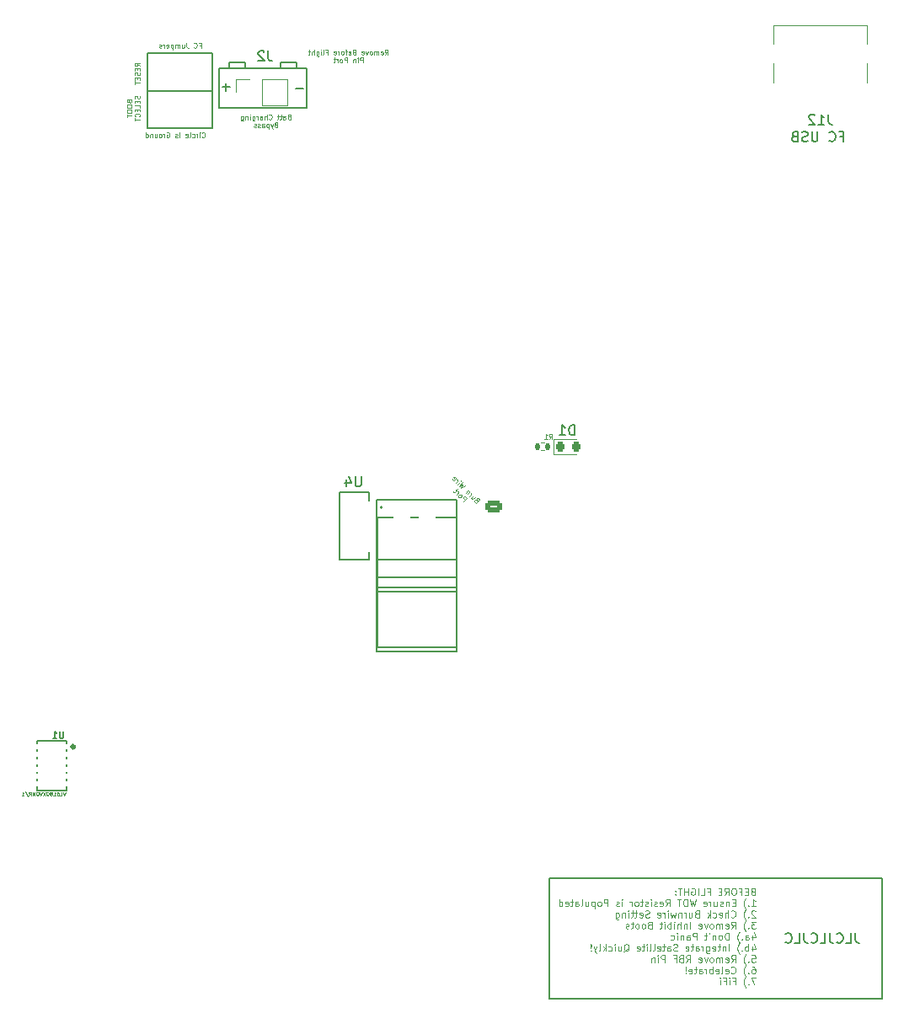
<source format=gbr>
%TF.GenerationSoftware,KiCad,Pcbnew,9.0.0*%
%TF.CreationDate,2025-04-17T17:25:07-07:00*%
%TF.ProjectId,antenna_top_cap_v2a,616e7465-6e6e-4615-9f74-6f705f636170,rev?*%
%TF.SameCoordinates,Original*%
%TF.FileFunction,Legend,Bot*%
%TF.FilePolarity,Positive*%
%FSLAX46Y46*%
G04 Gerber Fmt 4.6, Leading zero omitted, Abs format (unit mm)*
G04 Created by KiCad (PCBNEW 9.0.0) date 2025-04-17 17:25:07*
%MOMM*%
%LPD*%
G01*
G04 APERTURE LIST*
G04 Aperture macros list*
%AMRoundRect*
0 Rectangle with rounded corners*
0 $1 Rounding radius*
0 $2 $3 $4 $5 $6 $7 $8 $9 X,Y pos of 4 corners*
0 Add a 4 corners polygon primitive as box body*
4,1,4,$2,$3,$4,$5,$6,$7,$8,$9,$2,$3,0*
0 Add four circle primitives for the rounded corners*
1,1,$1+$1,$2,$3*
1,1,$1+$1,$4,$5*
1,1,$1+$1,$6,$7*
1,1,$1+$1,$8,$9*
0 Add four rect primitives between the rounded corners*
20,1,$1+$1,$2,$3,$4,$5,0*
20,1,$1+$1,$4,$5,$6,$7,0*
20,1,$1+$1,$6,$7,$8,$9,0*
20,1,$1+$1,$8,$9,$2,$3,0*%
G04 Aperture macros list end*
%ADD10C,0.150000*%
%ADD11C,0.100000*%
%ADD12C,0.146304*%
%ADD13C,0.040640*%
%ADD14C,0.127000*%
%ADD15C,0.200000*%
%ADD16C,0.120000*%
%ADD17C,0.304800*%
%ADD18C,0.500000*%
%ADD19C,0.000000*%
%ADD20O,1.700000X1.700000*%
%ADD21R,1.700000X1.700000*%
%ADD22C,5.400000*%
%ADD23RoundRect,0.250000X0.575000X-0.350000X0.575000X0.350000X-0.575000X0.350000X-0.575000X-0.350000X0*%
%ADD24O,1.650000X1.200000*%
%ADD25C,2.050000*%
%ADD26C,2.250000*%
%ADD27R,1.600000X0.700000*%
%ADD28RoundRect,0.218750X-0.218750X-0.256250X0.218750X-0.256250X0.218750X0.256250X-0.218750X0.256250X0*%
%ADD29C,0.650000*%
%ADD30R,0.600000X1.450000*%
%ADD31R,0.300000X1.450000*%
%ADD32O,1.000000X1.600000*%
%ADD33O,1.000000X2.100000*%
%ADD34R,1.000000X0.500000*%
%ADD35RoundRect,0.135000X-0.135000X-0.185000X0.135000X-0.185000X0.135000X0.185000X-0.135000X0.185000X0*%
G04 APERTURE END LIST*
D10*
X153045800Y-118269400D02*
X153045800Y-119269400D01*
X129945800Y-73119400D02*
X136445800Y-73119400D01*
X136445800Y-73119400D02*
X136445800Y-65619400D01*
X136445800Y-65619400D02*
X136445800Y-73119400D01*
X170315950Y-148446095D02*
X170315950Y-160606095D01*
X144945800Y-66519400D02*
X143345800Y-66519400D01*
X144945800Y-67119400D02*
X144945800Y-66519400D01*
X143345800Y-66519400D02*
X143345800Y-67119400D01*
X138145800Y-66519400D02*
X139745800Y-66519400D01*
X139745800Y-66519400D02*
X139745800Y-67119400D01*
X129945800Y-69369400D02*
X136445800Y-69369400D01*
X161045800Y-112269400D02*
X161045800Y-125269400D01*
X161045800Y-118269400D02*
X153045800Y-118269400D01*
X143345800Y-67119400D02*
X138145800Y-67119400D01*
X161045800Y-125269400D02*
X153045800Y-125269400D01*
X136445800Y-65619400D02*
X129945800Y-65619400D01*
X153045800Y-125269400D02*
X153045800Y-112269400D01*
X153045800Y-112269400D02*
X161045800Y-112269400D01*
X138145800Y-67119400D02*
X138145800Y-66519400D01*
X170315950Y-148446095D02*
X203755950Y-148456095D01*
X203755950Y-148456095D02*
X203755950Y-160548576D01*
X170315950Y-160606095D02*
X203755950Y-160558576D01*
X153045800Y-119269400D02*
X161045800Y-119269400D01*
X129945800Y-65619400D02*
X129945800Y-73119400D01*
X145945800Y-71119400D02*
X145945800Y-67119400D01*
X137145800Y-67119400D02*
X137145800Y-71119400D01*
X145945800Y-67119400D02*
X137145800Y-67119400D01*
X137145800Y-71119400D02*
X145945800Y-71119400D01*
X201079133Y-153989219D02*
X201079133Y-154703504D01*
X201079133Y-154703504D02*
X201126752Y-154846361D01*
X201126752Y-154846361D02*
X201221990Y-154941600D01*
X201221990Y-154941600D02*
X201364847Y-154989219D01*
X201364847Y-154989219D02*
X201460085Y-154989219D01*
X200126752Y-154989219D02*
X200602942Y-154989219D01*
X200602942Y-154989219D02*
X200602942Y-153989219D01*
X199221990Y-154893980D02*
X199269609Y-154941600D01*
X199269609Y-154941600D02*
X199412466Y-154989219D01*
X199412466Y-154989219D02*
X199507704Y-154989219D01*
X199507704Y-154989219D02*
X199650561Y-154941600D01*
X199650561Y-154941600D02*
X199745799Y-154846361D01*
X199745799Y-154846361D02*
X199793418Y-154751123D01*
X199793418Y-154751123D02*
X199841037Y-154560647D01*
X199841037Y-154560647D02*
X199841037Y-154417790D01*
X199841037Y-154417790D02*
X199793418Y-154227314D01*
X199793418Y-154227314D02*
X199745799Y-154132076D01*
X199745799Y-154132076D02*
X199650561Y-154036838D01*
X199650561Y-154036838D02*
X199507704Y-153989219D01*
X199507704Y-153989219D02*
X199412466Y-153989219D01*
X199412466Y-153989219D02*
X199269609Y-154036838D01*
X199269609Y-154036838D02*
X199221990Y-154084457D01*
X198507704Y-153989219D02*
X198507704Y-154703504D01*
X198507704Y-154703504D02*
X198555323Y-154846361D01*
X198555323Y-154846361D02*
X198650561Y-154941600D01*
X198650561Y-154941600D02*
X198793418Y-154989219D01*
X198793418Y-154989219D02*
X198888656Y-154989219D01*
X197555323Y-154989219D02*
X198031513Y-154989219D01*
X198031513Y-154989219D02*
X198031513Y-153989219D01*
X196650561Y-154893980D02*
X196698180Y-154941600D01*
X196698180Y-154941600D02*
X196841037Y-154989219D01*
X196841037Y-154989219D02*
X196936275Y-154989219D01*
X196936275Y-154989219D02*
X197079132Y-154941600D01*
X197079132Y-154941600D02*
X197174370Y-154846361D01*
X197174370Y-154846361D02*
X197221989Y-154751123D01*
X197221989Y-154751123D02*
X197269608Y-154560647D01*
X197269608Y-154560647D02*
X197269608Y-154417790D01*
X197269608Y-154417790D02*
X197221989Y-154227314D01*
X197221989Y-154227314D02*
X197174370Y-154132076D01*
X197174370Y-154132076D02*
X197079132Y-154036838D01*
X197079132Y-154036838D02*
X196936275Y-153989219D01*
X196936275Y-153989219D02*
X196841037Y-153989219D01*
X196841037Y-153989219D02*
X196698180Y-154036838D01*
X196698180Y-154036838D02*
X196650561Y-154084457D01*
X195936275Y-153989219D02*
X195936275Y-154703504D01*
X195936275Y-154703504D02*
X195983894Y-154846361D01*
X195983894Y-154846361D02*
X196079132Y-154941600D01*
X196079132Y-154941600D02*
X196221989Y-154989219D01*
X196221989Y-154989219D02*
X196317227Y-154989219D01*
X194983894Y-154989219D02*
X195460084Y-154989219D01*
X195460084Y-154989219D02*
X195460084Y-153989219D01*
X194079132Y-154893980D02*
X194126751Y-154941600D01*
X194126751Y-154941600D02*
X194269608Y-154989219D01*
X194269608Y-154989219D02*
X194364846Y-154989219D01*
X194364846Y-154989219D02*
X194507703Y-154941600D01*
X194507703Y-154941600D02*
X194602941Y-154846361D01*
X194602941Y-154846361D02*
X194650560Y-154751123D01*
X194650560Y-154751123D02*
X194698179Y-154560647D01*
X194698179Y-154560647D02*
X194698179Y-154417790D01*
X194698179Y-154417790D02*
X194650560Y-154227314D01*
X194650560Y-154227314D02*
X194602941Y-154132076D01*
X194602941Y-154132076D02*
X194507703Y-154036838D01*
X194507703Y-154036838D02*
X194364846Y-153989219D01*
X194364846Y-153989219D02*
X194269608Y-153989219D01*
X194269608Y-153989219D02*
X194126751Y-154036838D01*
X194126751Y-154036838D02*
X194079132Y-154084457D01*
D11*
X153812465Y-65743023D02*
X153979131Y-65504928D01*
X154098179Y-65743023D02*
X154098179Y-65243023D01*
X154098179Y-65243023D02*
X153907703Y-65243023D01*
X153907703Y-65243023D02*
X153860084Y-65266833D01*
X153860084Y-65266833D02*
X153836274Y-65290642D01*
X153836274Y-65290642D02*
X153812465Y-65338261D01*
X153812465Y-65338261D02*
X153812465Y-65409690D01*
X153812465Y-65409690D02*
X153836274Y-65457309D01*
X153836274Y-65457309D02*
X153860084Y-65481118D01*
X153860084Y-65481118D02*
X153907703Y-65504928D01*
X153907703Y-65504928D02*
X154098179Y-65504928D01*
X153407703Y-65719214D02*
X153455322Y-65743023D01*
X153455322Y-65743023D02*
X153550560Y-65743023D01*
X153550560Y-65743023D02*
X153598179Y-65719214D01*
X153598179Y-65719214D02*
X153621988Y-65671594D01*
X153621988Y-65671594D02*
X153621988Y-65481118D01*
X153621988Y-65481118D02*
X153598179Y-65433499D01*
X153598179Y-65433499D02*
X153550560Y-65409690D01*
X153550560Y-65409690D02*
X153455322Y-65409690D01*
X153455322Y-65409690D02*
X153407703Y-65433499D01*
X153407703Y-65433499D02*
X153383893Y-65481118D01*
X153383893Y-65481118D02*
X153383893Y-65528737D01*
X153383893Y-65528737D02*
X153621988Y-65576356D01*
X153169608Y-65743023D02*
X153169608Y-65409690D01*
X153169608Y-65457309D02*
X153145798Y-65433499D01*
X153145798Y-65433499D02*
X153098179Y-65409690D01*
X153098179Y-65409690D02*
X153026751Y-65409690D01*
X153026751Y-65409690D02*
X152979132Y-65433499D01*
X152979132Y-65433499D02*
X152955322Y-65481118D01*
X152955322Y-65481118D02*
X152955322Y-65743023D01*
X152955322Y-65481118D02*
X152931513Y-65433499D01*
X152931513Y-65433499D02*
X152883894Y-65409690D01*
X152883894Y-65409690D02*
X152812465Y-65409690D01*
X152812465Y-65409690D02*
X152764846Y-65433499D01*
X152764846Y-65433499D02*
X152741036Y-65481118D01*
X152741036Y-65481118D02*
X152741036Y-65743023D01*
X152431512Y-65743023D02*
X152479131Y-65719214D01*
X152479131Y-65719214D02*
X152502941Y-65695404D01*
X152502941Y-65695404D02*
X152526750Y-65647785D01*
X152526750Y-65647785D02*
X152526750Y-65504928D01*
X152526750Y-65504928D02*
X152502941Y-65457309D01*
X152502941Y-65457309D02*
X152479131Y-65433499D01*
X152479131Y-65433499D02*
X152431512Y-65409690D01*
X152431512Y-65409690D02*
X152360084Y-65409690D01*
X152360084Y-65409690D02*
X152312465Y-65433499D01*
X152312465Y-65433499D02*
X152288655Y-65457309D01*
X152288655Y-65457309D02*
X152264846Y-65504928D01*
X152264846Y-65504928D02*
X152264846Y-65647785D01*
X152264846Y-65647785D02*
X152288655Y-65695404D01*
X152288655Y-65695404D02*
X152312465Y-65719214D01*
X152312465Y-65719214D02*
X152360084Y-65743023D01*
X152360084Y-65743023D02*
X152431512Y-65743023D01*
X152098179Y-65409690D02*
X151979131Y-65743023D01*
X151979131Y-65743023D02*
X151860084Y-65409690D01*
X151479132Y-65719214D02*
X151526751Y-65743023D01*
X151526751Y-65743023D02*
X151621989Y-65743023D01*
X151621989Y-65743023D02*
X151669608Y-65719214D01*
X151669608Y-65719214D02*
X151693417Y-65671594D01*
X151693417Y-65671594D02*
X151693417Y-65481118D01*
X151693417Y-65481118D02*
X151669608Y-65433499D01*
X151669608Y-65433499D02*
X151621989Y-65409690D01*
X151621989Y-65409690D02*
X151526751Y-65409690D01*
X151526751Y-65409690D02*
X151479132Y-65433499D01*
X151479132Y-65433499D02*
X151455322Y-65481118D01*
X151455322Y-65481118D02*
X151455322Y-65528737D01*
X151455322Y-65528737D02*
X151693417Y-65576356D01*
X150693418Y-65481118D02*
X150621990Y-65504928D01*
X150621990Y-65504928D02*
X150598180Y-65528737D01*
X150598180Y-65528737D02*
X150574371Y-65576356D01*
X150574371Y-65576356D02*
X150574371Y-65647785D01*
X150574371Y-65647785D02*
X150598180Y-65695404D01*
X150598180Y-65695404D02*
X150621990Y-65719214D01*
X150621990Y-65719214D02*
X150669609Y-65743023D01*
X150669609Y-65743023D02*
X150860085Y-65743023D01*
X150860085Y-65743023D02*
X150860085Y-65243023D01*
X150860085Y-65243023D02*
X150693418Y-65243023D01*
X150693418Y-65243023D02*
X150645799Y-65266833D01*
X150645799Y-65266833D02*
X150621990Y-65290642D01*
X150621990Y-65290642D02*
X150598180Y-65338261D01*
X150598180Y-65338261D02*
X150598180Y-65385880D01*
X150598180Y-65385880D02*
X150621990Y-65433499D01*
X150621990Y-65433499D02*
X150645799Y-65457309D01*
X150645799Y-65457309D02*
X150693418Y-65481118D01*
X150693418Y-65481118D02*
X150860085Y-65481118D01*
X150169609Y-65719214D02*
X150217228Y-65743023D01*
X150217228Y-65743023D02*
X150312466Y-65743023D01*
X150312466Y-65743023D02*
X150360085Y-65719214D01*
X150360085Y-65719214D02*
X150383894Y-65671594D01*
X150383894Y-65671594D02*
X150383894Y-65481118D01*
X150383894Y-65481118D02*
X150360085Y-65433499D01*
X150360085Y-65433499D02*
X150312466Y-65409690D01*
X150312466Y-65409690D02*
X150217228Y-65409690D01*
X150217228Y-65409690D02*
X150169609Y-65433499D01*
X150169609Y-65433499D02*
X150145799Y-65481118D01*
X150145799Y-65481118D02*
X150145799Y-65528737D01*
X150145799Y-65528737D02*
X150383894Y-65576356D01*
X150002942Y-65409690D02*
X149812466Y-65409690D01*
X149931514Y-65743023D02*
X149931514Y-65314452D01*
X149931514Y-65314452D02*
X149907704Y-65266833D01*
X149907704Y-65266833D02*
X149860085Y-65243023D01*
X149860085Y-65243023D02*
X149812466Y-65243023D01*
X149574371Y-65743023D02*
X149621990Y-65719214D01*
X149621990Y-65719214D02*
X149645800Y-65695404D01*
X149645800Y-65695404D02*
X149669609Y-65647785D01*
X149669609Y-65647785D02*
X149669609Y-65504928D01*
X149669609Y-65504928D02*
X149645800Y-65457309D01*
X149645800Y-65457309D02*
X149621990Y-65433499D01*
X149621990Y-65433499D02*
X149574371Y-65409690D01*
X149574371Y-65409690D02*
X149502943Y-65409690D01*
X149502943Y-65409690D02*
X149455324Y-65433499D01*
X149455324Y-65433499D02*
X149431514Y-65457309D01*
X149431514Y-65457309D02*
X149407705Y-65504928D01*
X149407705Y-65504928D02*
X149407705Y-65647785D01*
X149407705Y-65647785D02*
X149431514Y-65695404D01*
X149431514Y-65695404D02*
X149455324Y-65719214D01*
X149455324Y-65719214D02*
X149502943Y-65743023D01*
X149502943Y-65743023D02*
X149574371Y-65743023D01*
X149193419Y-65743023D02*
X149193419Y-65409690D01*
X149193419Y-65504928D02*
X149169609Y-65457309D01*
X149169609Y-65457309D02*
X149145800Y-65433499D01*
X149145800Y-65433499D02*
X149098181Y-65409690D01*
X149098181Y-65409690D02*
X149050562Y-65409690D01*
X148693419Y-65719214D02*
X148741038Y-65743023D01*
X148741038Y-65743023D02*
X148836276Y-65743023D01*
X148836276Y-65743023D02*
X148883895Y-65719214D01*
X148883895Y-65719214D02*
X148907704Y-65671594D01*
X148907704Y-65671594D02*
X148907704Y-65481118D01*
X148907704Y-65481118D02*
X148883895Y-65433499D01*
X148883895Y-65433499D02*
X148836276Y-65409690D01*
X148836276Y-65409690D02*
X148741038Y-65409690D01*
X148741038Y-65409690D02*
X148693419Y-65433499D01*
X148693419Y-65433499D02*
X148669609Y-65481118D01*
X148669609Y-65481118D02*
X148669609Y-65528737D01*
X148669609Y-65528737D02*
X148907704Y-65576356D01*
X147907705Y-65481118D02*
X148074372Y-65481118D01*
X148074372Y-65743023D02*
X148074372Y-65243023D01*
X148074372Y-65243023D02*
X147836277Y-65243023D01*
X147574372Y-65743023D02*
X147621991Y-65719214D01*
X147621991Y-65719214D02*
X147645801Y-65671594D01*
X147645801Y-65671594D02*
X147645801Y-65243023D01*
X147383896Y-65743023D02*
X147383896Y-65409690D01*
X147383896Y-65243023D02*
X147407705Y-65266833D01*
X147407705Y-65266833D02*
X147383896Y-65290642D01*
X147383896Y-65290642D02*
X147360086Y-65266833D01*
X147360086Y-65266833D02*
X147383896Y-65243023D01*
X147383896Y-65243023D02*
X147383896Y-65290642D01*
X146931515Y-65409690D02*
X146931515Y-65814452D01*
X146931515Y-65814452D02*
X146955325Y-65862071D01*
X146955325Y-65862071D02*
X146979134Y-65885880D01*
X146979134Y-65885880D02*
X147026753Y-65909690D01*
X147026753Y-65909690D02*
X147098182Y-65909690D01*
X147098182Y-65909690D02*
X147145801Y-65885880D01*
X146931515Y-65719214D02*
X146979134Y-65743023D01*
X146979134Y-65743023D02*
X147074372Y-65743023D01*
X147074372Y-65743023D02*
X147121991Y-65719214D01*
X147121991Y-65719214D02*
X147145801Y-65695404D01*
X147145801Y-65695404D02*
X147169610Y-65647785D01*
X147169610Y-65647785D02*
X147169610Y-65504928D01*
X147169610Y-65504928D02*
X147145801Y-65457309D01*
X147145801Y-65457309D02*
X147121991Y-65433499D01*
X147121991Y-65433499D02*
X147074372Y-65409690D01*
X147074372Y-65409690D02*
X146979134Y-65409690D01*
X146979134Y-65409690D02*
X146931515Y-65433499D01*
X146693420Y-65743023D02*
X146693420Y-65243023D01*
X146479134Y-65743023D02*
X146479134Y-65481118D01*
X146479134Y-65481118D02*
X146502944Y-65433499D01*
X146502944Y-65433499D02*
X146550563Y-65409690D01*
X146550563Y-65409690D02*
X146621991Y-65409690D01*
X146621991Y-65409690D02*
X146669610Y-65433499D01*
X146669610Y-65433499D02*
X146693420Y-65457309D01*
X146312467Y-65409690D02*
X146121991Y-65409690D01*
X146241039Y-65243023D02*
X146241039Y-65671594D01*
X146241039Y-65671594D02*
X146217229Y-65719214D01*
X146217229Y-65719214D02*
X146169610Y-65743023D01*
X146169610Y-65743023D02*
X146121991Y-65743023D01*
X151586275Y-66547995D02*
X151586275Y-66047995D01*
X151586275Y-66047995D02*
X151395799Y-66047995D01*
X151395799Y-66047995D02*
X151348180Y-66071805D01*
X151348180Y-66071805D02*
X151324370Y-66095614D01*
X151324370Y-66095614D02*
X151300561Y-66143233D01*
X151300561Y-66143233D02*
X151300561Y-66214662D01*
X151300561Y-66214662D02*
X151324370Y-66262281D01*
X151324370Y-66262281D02*
X151348180Y-66286090D01*
X151348180Y-66286090D02*
X151395799Y-66309900D01*
X151395799Y-66309900D02*
X151586275Y-66309900D01*
X151086275Y-66547995D02*
X151086275Y-66214662D01*
X151086275Y-66047995D02*
X151110084Y-66071805D01*
X151110084Y-66071805D02*
X151086275Y-66095614D01*
X151086275Y-66095614D02*
X151062465Y-66071805D01*
X151062465Y-66071805D02*
X151086275Y-66047995D01*
X151086275Y-66047995D02*
X151086275Y-66095614D01*
X150848180Y-66214662D02*
X150848180Y-66547995D01*
X150848180Y-66262281D02*
X150824370Y-66238471D01*
X150824370Y-66238471D02*
X150776751Y-66214662D01*
X150776751Y-66214662D02*
X150705323Y-66214662D01*
X150705323Y-66214662D02*
X150657704Y-66238471D01*
X150657704Y-66238471D02*
X150633894Y-66286090D01*
X150633894Y-66286090D02*
X150633894Y-66547995D01*
X150014847Y-66547995D02*
X150014847Y-66047995D01*
X150014847Y-66047995D02*
X149824371Y-66047995D01*
X149824371Y-66047995D02*
X149776752Y-66071805D01*
X149776752Y-66071805D02*
X149752942Y-66095614D01*
X149752942Y-66095614D02*
X149729133Y-66143233D01*
X149729133Y-66143233D02*
X149729133Y-66214662D01*
X149729133Y-66214662D02*
X149752942Y-66262281D01*
X149752942Y-66262281D02*
X149776752Y-66286090D01*
X149776752Y-66286090D02*
X149824371Y-66309900D01*
X149824371Y-66309900D02*
X150014847Y-66309900D01*
X149443418Y-66547995D02*
X149491037Y-66524186D01*
X149491037Y-66524186D02*
X149514847Y-66500376D01*
X149514847Y-66500376D02*
X149538656Y-66452757D01*
X149538656Y-66452757D02*
X149538656Y-66309900D01*
X149538656Y-66309900D02*
X149514847Y-66262281D01*
X149514847Y-66262281D02*
X149491037Y-66238471D01*
X149491037Y-66238471D02*
X149443418Y-66214662D01*
X149443418Y-66214662D02*
X149371990Y-66214662D01*
X149371990Y-66214662D02*
X149324371Y-66238471D01*
X149324371Y-66238471D02*
X149300561Y-66262281D01*
X149300561Y-66262281D02*
X149276752Y-66309900D01*
X149276752Y-66309900D02*
X149276752Y-66452757D01*
X149276752Y-66452757D02*
X149300561Y-66500376D01*
X149300561Y-66500376D02*
X149324371Y-66524186D01*
X149324371Y-66524186D02*
X149371990Y-66547995D01*
X149371990Y-66547995D02*
X149443418Y-66547995D01*
X149062466Y-66547995D02*
X149062466Y-66214662D01*
X149062466Y-66309900D02*
X149038656Y-66262281D01*
X149038656Y-66262281D02*
X149014847Y-66238471D01*
X149014847Y-66238471D02*
X148967228Y-66214662D01*
X148967228Y-66214662D02*
X148919609Y-66214662D01*
X148824370Y-66214662D02*
X148633894Y-66214662D01*
X148752942Y-66047995D02*
X148752942Y-66476566D01*
X148752942Y-66476566D02*
X148729132Y-66524186D01*
X148729132Y-66524186D02*
X148681513Y-66547995D01*
X148681513Y-66547995D02*
X148633894Y-66547995D01*
X190780011Y-149800217D02*
X190680011Y-149833551D01*
X190680011Y-149833551D02*
X190646677Y-149866884D01*
X190646677Y-149866884D02*
X190613344Y-149933551D01*
X190613344Y-149933551D02*
X190613344Y-150033551D01*
X190613344Y-150033551D02*
X190646677Y-150100217D01*
X190646677Y-150100217D02*
X190680011Y-150133551D01*
X190680011Y-150133551D02*
X190746677Y-150166884D01*
X190746677Y-150166884D02*
X191013344Y-150166884D01*
X191013344Y-150166884D02*
X191013344Y-149466884D01*
X191013344Y-149466884D02*
X190780011Y-149466884D01*
X190780011Y-149466884D02*
X190713344Y-149500217D01*
X190713344Y-149500217D02*
X190680011Y-149533551D01*
X190680011Y-149533551D02*
X190646677Y-149600217D01*
X190646677Y-149600217D02*
X190646677Y-149666884D01*
X190646677Y-149666884D02*
X190680011Y-149733551D01*
X190680011Y-149733551D02*
X190713344Y-149766884D01*
X190713344Y-149766884D02*
X190780011Y-149800217D01*
X190780011Y-149800217D02*
X191013344Y-149800217D01*
X190313344Y-149800217D02*
X190080011Y-149800217D01*
X189980011Y-150166884D02*
X190313344Y-150166884D01*
X190313344Y-150166884D02*
X190313344Y-149466884D01*
X190313344Y-149466884D02*
X189980011Y-149466884D01*
X189446678Y-149800217D02*
X189680011Y-149800217D01*
X189680011Y-150166884D02*
X189680011Y-149466884D01*
X189680011Y-149466884D02*
X189346678Y-149466884D01*
X188946678Y-149466884D02*
X188813344Y-149466884D01*
X188813344Y-149466884D02*
X188746678Y-149500217D01*
X188746678Y-149500217D02*
X188680011Y-149566884D01*
X188680011Y-149566884D02*
X188646678Y-149700217D01*
X188646678Y-149700217D02*
X188646678Y-149933551D01*
X188646678Y-149933551D02*
X188680011Y-150066884D01*
X188680011Y-150066884D02*
X188746678Y-150133551D01*
X188746678Y-150133551D02*
X188813344Y-150166884D01*
X188813344Y-150166884D02*
X188946678Y-150166884D01*
X188946678Y-150166884D02*
X189013344Y-150133551D01*
X189013344Y-150133551D02*
X189080011Y-150066884D01*
X189080011Y-150066884D02*
X189113344Y-149933551D01*
X189113344Y-149933551D02*
X189113344Y-149700217D01*
X189113344Y-149700217D02*
X189080011Y-149566884D01*
X189080011Y-149566884D02*
X189013344Y-149500217D01*
X189013344Y-149500217D02*
X188946678Y-149466884D01*
X187946678Y-150166884D02*
X188180011Y-149833551D01*
X188346678Y-150166884D02*
X188346678Y-149466884D01*
X188346678Y-149466884D02*
X188080011Y-149466884D01*
X188080011Y-149466884D02*
X188013345Y-149500217D01*
X188013345Y-149500217D02*
X187980011Y-149533551D01*
X187980011Y-149533551D02*
X187946678Y-149600217D01*
X187946678Y-149600217D02*
X187946678Y-149700217D01*
X187946678Y-149700217D02*
X187980011Y-149766884D01*
X187980011Y-149766884D02*
X188013345Y-149800217D01*
X188013345Y-149800217D02*
X188080011Y-149833551D01*
X188080011Y-149833551D02*
X188346678Y-149833551D01*
X187646678Y-149800217D02*
X187413345Y-149800217D01*
X187313345Y-150166884D02*
X187646678Y-150166884D01*
X187646678Y-150166884D02*
X187646678Y-149466884D01*
X187646678Y-149466884D02*
X187313345Y-149466884D01*
X186246679Y-149800217D02*
X186480012Y-149800217D01*
X186480012Y-150166884D02*
X186480012Y-149466884D01*
X186480012Y-149466884D02*
X186146679Y-149466884D01*
X185546679Y-150166884D02*
X185880012Y-150166884D01*
X185880012Y-150166884D02*
X185880012Y-149466884D01*
X185313345Y-150166884D02*
X185313345Y-149466884D01*
X184613345Y-149500217D02*
X184680012Y-149466884D01*
X184680012Y-149466884D02*
X184780012Y-149466884D01*
X184780012Y-149466884D02*
X184880012Y-149500217D01*
X184880012Y-149500217D02*
X184946679Y-149566884D01*
X184946679Y-149566884D02*
X184980012Y-149633551D01*
X184980012Y-149633551D02*
X185013345Y-149766884D01*
X185013345Y-149766884D02*
X185013345Y-149866884D01*
X185013345Y-149866884D02*
X184980012Y-150000217D01*
X184980012Y-150000217D02*
X184946679Y-150066884D01*
X184946679Y-150066884D02*
X184880012Y-150133551D01*
X184880012Y-150133551D02*
X184780012Y-150166884D01*
X184780012Y-150166884D02*
X184713345Y-150166884D01*
X184713345Y-150166884D02*
X184613345Y-150133551D01*
X184613345Y-150133551D02*
X184580012Y-150100217D01*
X184580012Y-150100217D02*
X184580012Y-149866884D01*
X184580012Y-149866884D02*
X184713345Y-149866884D01*
X184280012Y-150166884D02*
X184280012Y-149466884D01*
X184280012Y-149800217D02*
X183880012Y-149800217D01*
X183880012Y-150166884D02*
X183880012Y-149466884D01*
X183646679Y-149466884D02*
X183246679Y-149466884D01*
X183446679Y-150166884D02*
X183446679Y-149466884D01*
X183013346Y-150100217D02*
X182980013Y-150133551D01*
X182980013Y-150133551D02*
X183013346Y-150166884D01*
X183013346Y-150166884D02*
X183046679Y-150133551D01*
X183046679Y-150133551D02*
X183013346Y-150100217D01*
X183013346Y-150100217D02*
X183013346Y-150166884D01*
X183013346Y-149733551D02*
X182980013Y-149766884D01*
X182980013Y-149766884D02*
X183013346Y-149800217D01*
X183013346Y-149800217D02*
X183046679Y-149766884D01*
X183046679Y-149766884D02*
X183013346Y-149733551D01*
X183013346Y-149733551D02*
X183013346Y-149800217D01*
X190646677Y-151293845D02*
X191046677Y-151293845D01*
X190846677Y-151293845D02*
X190846677Y-150593845D01*
X190846677Y-150593845D02*
X190913344Y-150693845D01*
X190913344Y-150693845D02*
X190980011Y-150760512D01*
X190980011Y-150760512D02*
X191046677Y-150793845D01*
X190346677Y-151227178D02*
X190313344Y-151260512D01*
X190313344Y-151260512D02*
X190346677Y-151293845D01*
X190346677Y-151293845D02*
X190380010Y-151260512D01*
X190380010Y-151260512D02*
X190346677Y-151227178D01*
X190346677Y-151227178D02*
X190346677Y-151293845D01*
X190080011Y-151560512D02*
X190046677Y-151527178D01*
X190046677Y-151527178D02*
X189980011Y-151427178D01*
X189980011Y-151427178D02*
X189946677Y-151360512D01*
X189946677Y-151360512D02*
X189913344Y-151260512D01*
X189913344Y-151260512D02*
X189880011Y-151093845D01*
X189880011Y-151093845D02*
X189880011Y-150960512D01*
X189880011Y-150960512D02*
X189913344Y-150793845D01*
X189913344Y-150793845D02*
X189946677Y-150693845D01*
X189946677Y-150693845D02*
X189980011Y-150627178D01*
X189980011Y-150627178D02*
X190046677Y-150527178D01*
X190046677Y-150527178D02*
X190080011Y-150493845D01*
X189013344Y-150927178D02*
X188780011Y-150927178D01*
X188680011Y-151293845D02*
X189013344Y-151293845D01*
X189013344Y-151293845D02*
X189013344Y-150593845D01*
X189013344Y-150593845D02*
X188680011Y-150593845D01*
X188380011Y-150827178D02*
X188380011Y-151293845D01*
X188380011Y-150893845D02*
X188346678Y-150860512D01*
X188346678Y-150860512D02*
X188280011Y-150827178D01*
X188280011Y-150827178D02*
X188180011Y-150827178D01*
X188180011Y-150827178D02*
X188113344Y-150860512D01*
X188113344Y-150860512D02*
X188080011Y-150927178D01*
X188080011Y-150927178D02*
X188080011Y-151293845D01*
X187780011Y-151260512D02*
X187713345Y-151293845D01*
X187713345Y-151293845D02*
X187580011Y-151293845D01*
X187580011Y-151293845D02*
X187513345Y-151260512D01*
X187513345Y-151260512D02*
X187480011Y-151193845D01*
X187480011Y-151193845D02*
X187480011Y-151160512D01*
X187480011Y-151160512D02*
X187513345Y-151093845D01*
X187513345Y-151093845D02*
X187580011Y-151060512D01*
X187580011Y-151060512D02*
X187680011Y-151060512D01*
X187680011Y-151060512D02*
X187746678Y-151027178D01*
X187746678Y-151027178D02*
X187780011Y-150960512D01*
X187780011Y-150960512D02*
X187780011Y-150927178D01*
X187780011Y-150927178D02*
X187746678Y-150860512D01*
X187746678Y-150860512D02*
X187680011Y-150827178D01*
X187680011Y-150827178D02*
X187580011Y-150827178D01*
X187580011Y-150827178D02*
X187513345Y-150860512D01*
X186880011Y-150827178D02*
X186880011Y-151293845D01*
X187180011Y-150827178D02*
X187180011Y-151193845D01*
X187180011Y-151193845D02*
X187146678Y-151260512D01*
X187146678Y-151260512D02*
X187080011Y-151293845D01*
X187080011Y-151293845D02*
X186980011Y-151293845D01*
X186980011Y-151293845D02*
X186913344Y-151260512D01*
X186913344Y-151260512D02*
X186880011Y-151227178D01*
X186546678Y-151293845D02*
X186546678Y-150827178D01*
X186546678Y-150960512D02*
X186513345Y-150893845D01*
X186513345Y-150893845D02*
X186480011Y-150860512D01*
X186480011Y-150860512D02*
X186413345Y-150827178D01*
X186413345Y-150827178D02*
X186346678Y-150827178D01*
X185846678Y-151260512D02*
X185913345Y-151293845D01*
X185913345Y-151293845D02*
X186046678Y-151293845D01*
X186046678Y-151293845D02*
X186113345Y-151260512D01*
X186113345Y-151260512D02*
X186146678Y-151193845D01*
X186146678Y-151193845D02*
X186146678Y-150927178D01*
X186146678Y-150927178D02*
X186113345Y-150860512D01*
X186113345Y-150860512D02*
X186046678Y-150827178D01*
X186046678Y-150827178D02*
X185913345Y-150827178D01*
X185913345Y-150827178D02*
X185846678Y-150860512D01*
X185846678Y-150860512D02*
X185813345Y-150927178D01*
X185813345Y-150927178D02*
X185813345Y-150993845D01*
X185813345Y-150993845D02*
X186146678Y-151060512D01*
X185046679Y-150593845D02*
X184880012Y-151293845D01*
X184880012Y-151293845D02*
X184746679Y-150793845D01*
X184746679Y-150793845D02*
X184613345Y-151293845D01*
X184613345Y-151293845D02*
X184446679Y-150593845D01*
X184180012Y-151293845D02*
X184180012Y-150593845D01*
X184180012Y-150593845D02*
X184013345Y-150593845D01*
X184013345Y-150593845D02*
X183913345Y-150627178D01*
X183913345Y-150627178D02*
X183846679Y-150693845D01*
X183846679Y-150693845D02*
X183813345Y-150760512D01*
X183813345Y-150760512D02*
X183780012Y-150893845D01*
X183780012Y-150893845D02*
X183780012Y-150993845D01*
X183780012Y-150993845D02*
X183813345Y-151127178D01*
X183813345Y-151127178D02*
X183846679Y-151193845D01*
X183846679Y-151193845D02*
X183913345Y-151260512D01*
X183913345Y-151260512D02*
X184013345Y-151293845D01*
X184013345Y-151293845D02*
X184180012Y-151293845D01*
X183580012Y-150593845D02*
X183180012Y-150593845D01*
X183380012Y-151293845D02*
X183380012Y-150593845D01*
X182013346Y-151293845D02*
X182246679Y-150960512D01*
X182413346Y-151293845D02*
X182413346Y-150593845D01*
X182413346Y-150593845D02*
X182146679Y-150593845D01*
X182146679Y-150593845D02*
X182080013Y-150627178D01*
X182080013Y-150627178D02*
X182046679Y-150660512D01*
X182046679Y-150660512D02*
X182013346Y-150727178D01*
X182013346Y-150727178D02*
X182013346Y-150827178D01*
X182013346Y-150827178D02*
X182046679Y-150893845D01*
X182046679Y-150893845D02*
X182080013Y-150927178D01*
X182080013Y-150927178D02*
X182146679Y-150960512D01*
X182146679Y-150960512D02*
X182413346Y-150960512D01*
X181446679Y-151260512D02*
X181513346Y-151293845D01*
X181513346Y-151293845D02*
X181646679Y-151293845D01*
X181646679Y-151293845D02*
X181713346Y-151260512D01*
X181713346Y-151260512D02*
X181746679Y-151193845D01*
X181746679Y-151193845D02*
X181746679Y-150927178D01*
X181746679Y-150927178D02*
X181713346Y-150860512D01*
X181713346Y-150860512D02*
X181646679Y-150827178D01*
X181646679Y-150827178D02*
X181513346Y-150827178D01*
X181513346Y-150827178D02*
X181446679Y-150860512D01*
X181446679Y-150860512D02*
X181413346Y-150927178D01*
X181413346Y-150927178D02*
X181413346Y-150993845D01*
X181413346Y-150993845D02*
X181746679Y-151060512D01*
X181146679Y-151260512D02*
X181080013Y-151293845D01*
X181080013Y-151293845D02*
X180946679Y-151293845D01*
X180946679Y-151293845D02*
X180880013Y-151260512D01*
X180880013Y-151260512D02*
X180846679Y-151193845D01*
X180846679Y-151193845D02*
X180846679Y-151160512D01*
X180846679Y-151160512D02*
X180880013Y-151093845D01*
X180880013Y-151093845D02*
X180946679Y-151060512D01*
X180946679Y-151060512D02*
X181046679Y-151060512D01*
X181046679Y-151060512D02*
X181113346Y-151027178D01*
X181113346Y-151027178D02*
X181146679Y-150960512D01*
X181146679Y-150960512D02*
X181146679Y-150927178D01*
X181146679Y-150927178D02*
X181113346Y-150860512D01*
X181113346Y-150860512D02*
X181046679Y-150827178D01*
X181046679Y-150827178D02*
X180946679Y-150827178D01*
X180946679Y-150827178D02*
X180880013Y-150860512D01*
X180546679Y-151293845D02*
X180546679Y-150827178D01*
X180546679Y-150593845D02*
X180580012Y-150627178D01*
X180580012Y-150627178D02*
X180546679Y-150660512D01*
X180546679Y-150660512D02*
X180513346Y-150627178D01*
X180513346Y-150627178D02*
X180546679Y-150593845D01*
X180546679Y-150593845D02*
X180546679Y-150660512D01*
X180246679Y-151260512D02*
X180180013Y-151293845D01*
X180180013Y-151293845D02*
X180046679Y-151293845D01*
X180046679Y-151293845D02*
X179980013Y-151260512D01*
X179980013Y-151260512D02*
X179946679Y-151193845D01*
X179946679Y-151193845D02*
X179946679Y-151160512D01*
X179946679Y-151160512D02*
X179980013Y-151093845D01*
X179980013Y-151093845D02*
X180046679Y-151060512D01*
X180046679Y-151060512D02*
X180146679Y-151060512D01*
X180146679Y-151060512D02*
X180213346Y-151027178D01*
X180213346Y-151027178D02*
X180246679Y-150960512D01*
X180246679Y-150960512D02*
X180246679Y-150927178D01*
X180246679Y-150927178D02*
X180213346Y-150860512D01*
X180213346Y-150860512D02*
X180146679Y-150827178D01*
X180146679Y-150827178D02*
X180046679Y-150827178D01*
X180046679Y-150827178D02*
X179980013Y-150860512D01*
X179746679Y-150827178D02*
X179480012Y-150827178D01*
X179646679Y-150593845D02*
X179646679Y-151193845D01*
X179646679Y-151193845D02*
X179613346Y-151260512D01*
X179613346Y-151260512D02*
X179546679Y-151293845D01*
X179546679Y-151293845D02*
X179480012Y-151293845D01*
X179146679Y-151293845D02*
X179213346Y-151260512D01*
X179213346Y-151260512D02*
X179246679Y-151227178D01*
X179246679Y-151227178D02*
X179280012Y-151160512D01*
X179280012Y-151160512D02*
X179280012Y-150960512D01*
X179280012Y-150960512D02*
X179246679Y-150893845D01*
X179246679Y-150893845D02*
X179213346Y-150860512D01*
X179213346Y-150860512D02*
X179146679Y-150827178D01*
X179146679Y-150827178D02*
X179046679Y-150827178D01*
X179046679Y-150827178D02*
X178980012Y-150860512D01*
X178980012Y-150860512D02*
X178946679Y-150893845D01*
X178946679Y-150893845D02*
X178913346Y-150960512D01*
X178913346Y-150960512D02*
X178913346Y-151160512D01*
X178913346Y-151160512D02*
X178946679Y-151227178D01*
X178946679Y-151227178D02*
X178980012Y-151260512D01*
X178980012Y-151260512D02*
X179046679Y-151293845D01*
X179046679Y-151293845D02*
X179146679Y-151293845D01*
X178613346Y-151293845D02*
X178613346Y-150827178D01*
X178613346Y-150960512D02*
X178580013Y-150893845D01*
X178580013Y-150893845D02*
X178546679Y-150860512D01*
X178546679Y-150860512D02*
X178480013Y-150827178D01*
X178480013Y-150827178D02*
X178413346Y-150827178D01*
X177646680Y-151293845D02*
X177646680Y-150827178D01*
X177646680Y-150593845D02*
X177680013Y-150627178D01*
X177680013Y-150627178D02*
X177646680Y-150660512D01*
X177646680Y-150660512D02*
X177613347Y-150627178D01*
X177613347Y-150627178D02*
X177646680Y-150593845D01*
X177646680Y-150593845D02*
X177646680Y-150660512D01*
X177346680Y-151260512D02*
X177280014Y-151293845D01*
X177280014Y-151293845D02*
X177146680Y-151293845D01*
X177146680Y-151293845D02*
X177080014Y-151260512D01*
X177080014Y-151260512D02*
X177046680Y-151193845D01*
X177046680Y-151193845D02*
X177046680Y-151160512D01*
X177046680Y-151160512D02*
X177080014Y-151093845D01*
X177080014Y-151093845D02*
X177146680Y-151060512D01*
X177146680Y-151060512D02*
X177246680Y-151060512D01*
X177246680Y-151060512D02*
X177313347Y-151027178D01*
X177313347Y-151027178D02*
X177346680Y-150960512D01*
X177346680Y-150960512D02*
X177346680Y-150927178D01*
X177346680Y-150927178D02*
X177313347Y-150860512D01*
X177313347Y-150860512D02*
X177246680Y-150827178D01*
X177246680Y-150827178D02*
X177146680Y-150827178D01*
X177146680Y-150827178D02*
X177080014Y-150860512D01*
X176213347Y-151293845D02*
X176213347Y-150593845D01*
X176213347Y-150593845D02*
X175946680Y-150593845D01*
X175946680Y-150593845D02*
X175880014Y-150627178D01*
X175880014Y-150627178D02*
X175846680Y-150660512D01*
X175846680Y-150660512D02*
X175813347Y-150727178D01*
X175813347Y-150727178D02*
X175813347Y-150827178D01*
X175813347Y-150827178D02*
X175846680Y-150893845D01*
X175846680Y-150893845D02*
X175880014Y-150927178D01*
X175880014Y-150927178D02*
X175946680Y-150960512D01*
X175946680Y-150960512D02*
X176213347Y-150960512D01*
X175413347Y-151293845D02*
X175480014Y-151260512D01*
X175480014Y-151260512D02*
X175513347Y-151227178D01*
X175513347Y-151227178D02*
X175546680Y-151160512D01*
X175546680Y-151160512D02*
X175546680Y-150960512D01*
X175546680Y-150960512D02*
X175513347Y-150893845D01*
X175513347Y-150893845D02*
X175480014Y-150860512D01*
X175480014Y-150860512D02*
X175413347Y-150827178D01*
X175413347Y-150827178D02*
X175313347Y-150827178D01*
X175313347Y-150827178D02*
X175246680Y-150860512D01*
X175246680Y-150860512D02*
X175213347Y-150893845D01*
X175213347Y-150893845D02*
X175180014Y-150960512D01*
X175180014Y-150960512D02*
X175180014Y-151160512D01*
X175180014Y-151160512D02*
X175213347Y-151227178D01*
X175213347Y-151227178D02*
X175246680Y-151260512D01*
X175246680Y-151260512D02*
X175313347Y-151293845D01*
X175313347Y-151293845D02*
X175413347Y-151293845D01*
X174880014Y-150827178D02*
X174880014Y-151527178D01*
X174880014Y-150860512D02*
X174813347Y-150827178D01*
X174813347Y-150827178D02*
X174680014Y-150827178D01*
X174680014Y-150827178D02*
X174613347Y-150860512D01*
X174613347Y-150860512D02*
X174580014Y-150893845D01*
X174580014Y-150893845D02*
X174546681Y-150960512D01*
X174546681Y-150960512D02*
X174546681Y-151160512D01*
X174546681Y-151160512D02*
X174580014Y-151227178D01*
X174580014Y-151227178D02*
X174613347Y-151260512D01*
X174613347Y-151260512D02*
X174680014Y-151293845D01*
X174680014Y-151293845D02*
X174813347Y-151293845D01*
X174813347Y-151293845D02*
X174880014Y-151260512D01*
X173946681Y-150827178D02*
X173946681Y-151293845D01*
X174246681Y-150827178D02*
X174246681Y-151193845D01*
X174246681Y-151193845D02*
X174213348Y-151260512D01*
X174213348Y-151260512D02*
X174146681Y-151293845D01*
X174146681Y-151293845D02*
X174046681Y-151293845D01*
X174046681Y-151293845D02*
X173980014Y-151260512D01*
X173980014Y-151260512D02*
X173946681Y-151227178D01*
X173513348Y-151293845D02*
X173580015Y-151260512D01*
X173580015Y-151260512D02*
X173613348Y-151193845D01*
X173613348Y-151193845D02*
X173613348Y-150593845D01*
X172946681Y-151293845D02*
X172946681Y-150927178D01*
X172946681Y-150927178D02*
X172980014Y-150860512D01*
X172980014Y-150860512D02*
X173046681Y-150827178D01*
X173046681Y-150827178D02*
X173180014Y-150827178D01*
X173180014Y-150827178D02*
X173246681Y-150860512D01*
X172946681Y-151260512D02*
X173013348Y-151293845D01*
X173013348Y-151293845D02*
X173180014Y-151293845D01*
X173180014Y-151293845D02*
X173246681Y-151260512D01*
X173246681Y-151260512D02*
X173280014Y-151193845D01*
X173280014Y-151193845D02*
X173280014Y-151127178D01*
X173280014Y-151127178D02*
X173246681Y-151060512D01*
X173246681Y-151060512D02*
X173180014Y-151027178D01*
X173180014Y-151027178D02*
X173013348Y-151027178D01*
X173013348Y-151027178D02*
X172946681Y-150993845D01*
X172713348Y-150827178D02*
X172446681Y-150827178D01*
X172613348Y-150593845D02*
X172613348Y-151193845D01*
X172613348Y-151193845D02*
X172580015Y-151260512D01*
X172580015Y-151260512D02*
X172513348Y-151293845D01*
X172513348Y-151293845D02*
X172446681Y-151293845D01*
X171946681Y-151260512D02*
X172013348Y-151293845D01*
X172013348Y-151293845D02*
X172146681Y-151293845D01*
X172146681Y-151293845D02*
X172213348Y-151260512D01*
X172213348Y-151260512D02*
X172246681Y-151193845D01*
X172246681Y-151193845D02*
X172246681Y-150927178D01*
X172246681Y-150927178D02*
X172213348Y-150860512D01*
X172213348Y-150860512D02*
X172146681Y-150827178D01*
X172146681Y-150827178D02*
X172013348Y-150827178D01*
X172013348Y-150827178D02*
X171946681Y-150860512D01*
X171946681Y-150860512D02*
X171913348Y-150927178D01*
X171913348Y-150927178D02*
X171913348Y-150993845D01*
X171913348Y-150993845D02*
X172246681Y-151060512D01*
X171313348Y-151293845D02*
X171313348Y-150593845D01*
X171313348Y-151260512D02*
X171380015Y-151293845D01*
X171380015Y-151293845D02*
X171513348Y-151293845D01*
X171513348Y-151293845D02*
X171580015Y-151260512D01*
X171580015Y-151260512D02*
X171613348Y-151227178D01*
X171613348Y-151227178D02*
X171646681Y-151160512D01*
X171646681Y-151160512D02*
X171646681Y-150960512D01*
X171646681Y-150960512D02*
X171613348Y-150893845D01*
X171613348Y-150893845D02*
X171580015Y-150860512D01*
X171580015Y-150860512D02*
X171513348Y-150827178D01*
X171513348Y-150827178D02*
X171380015Y-150827178D01*
X171380015Y-150827178D02*
X171313348Y-150860512D01*
X191046677Y-151787473D02*
X191013344Y-151754139D01*
X191013344Y-151754139D02*
X190946677Y-151720806D01*
X190946677Y-151720806D02*
X190780011Y-151720806D01*
X190780011Y-151720806D02*
X190713344Y-151754139D01*
X190713344Y-151754139D02*
X190680011Y-151787473D01*
X190680011Y-151787473D02*
X190646677Y-151854139D01*
X190646677Y-151854139D02*
X190646677Y-151920806D01*
X190646677Y-151920806D02*
X190680011Y-152020806D01*
X190680011Y-152020806D02*
X191080011Y-152420806D01*
X191080011Y-152420806D02*
X190646677Y-152420806D01*
X190346677Y-152354139D02*
X190313344Y-152387473D01*
X190313344Y-152387473D02*
X190346677Y-152420806D01*
X190346677Y-152420806D02*
X190380010Y-152387473D01*
X190380010Y-152387473D02*
X190346677Y-152354139D01*
X190346677Y-152354139D02*
X190346677Y-152420806D01*
X190080011Y-152687473D02*
X190046677Y-152654139D01*
X190046677Y-152654139D02*
X189980011Y-152554139D01*
X189980011Y-152554139D02*
X189946677Y-152487473D01*
X189946677Y-152487473D02*
X189913344Y-152387473D01*
X189913344Y-152387473D02*
X189880011Y-152220806D01*
X189880011Y-152220806D02*
X189880011Y-152087473D01*
X189880011Y-152087473D02*
X189913344Y-151920806D01*
X189913344Y-151920806D02*
X189946677Y-151820806D01*
X189946677Y-151820806D02*
X189980011Y-151754139D01*
X189980011Y-151754139D02*
X190046677Y-151654139D01*
X190046677Y-151654139D02*
X190080011Y-151620806D01*
X188613344Y-152354139D02*
X188646677Y-152387473D01*
X188646677Y-152387473D02*
X188746677Y-152420806D01*
X188746677Y-152420806D02*
X188813344Y-152420806D01*
X188813344Y-152420806D02*
X188913344Y-152387473D01*
X188913344Y-152387473D02*
X188980011Y-152320806D01*
X188980011Y-152320806D02*
X189013344Y-152254139D01*
X189013344Y-152254139D02*
X189046677Y-152120806D01*
X189046677Y-152120806D02*
X189046677Y-152020806D01*
X189046677Y-152020806D02*
X189013344Y-151887473D01*
X189013344Y-151887473D02*
X188980011Y-151820806D01*
X188980011Y-151820806D02*
X188913344Y-151754139D01*
X188913344Y-151754139D02*
X188813344Y-151720806D01*
X188813344Y-151720806D02*
X188746677Y-151720806D01*
X188746677Y-151720806D02*
X188646677Y-151754139D01*
X188646677Y-151754139D02*
X188613344Y-151787473D01*
X188313344Y-152420806D02*
X188313344Y-151720806D01*
X188013344Y-152420806D02*
X188013344Y-152054139D01*
X188013344Y-152054139D02*
X188046677Y-151987473D01*
X188046677Y-151987473D02*
X188113344Y-151954139D01*
X188113344Y-151954139D02*
X188213344Y-151954139D01*
X188213344Y-151954139D02*
X188280011Y-151987473D01*
X188280011Y-151987473D02*
X188313344Y-152020806D01*
X187413344Y-152387473D02*
X187480011Y-152420806D01*
X187480011Y-152420806D02*
X187613344Y-152420806D01*
X187613344Y-152420806D02*
X187680011Y-152387473D01*
X187680011Y-152387473D02*
X187713344Y-152320806D01*
X187713344Y-152320806D02*
X187713344Y-152054139D01*
X187713344Y-152054139D02*
X187680011Y-151987473D01*
X187680011Y-151987473D02*
X187613344Y-151954139D01*
X187613344Y-151954139D02*
X187480011Y-151954139D01*
X187480011Y-151954139D02*
X187413344Y-151987473D01*
X187413344Y-151987473D02*
X187380011Y-152054139D01*
X187380011Y-152054139D02*
X187380011Y-152120806D01*
X187380011Y-152120806D02*
X187713344Y-152187473D01*
X186780011Y-152387473D02*
X186846678Y-152420806D01*
X186846678Y-152420806D02*
X186980011Y-152420806D01*
X186980011Y-152420806D02*
X187046678Y-152387473D01*
X187046678Y-152387473D02*
X187080011Y-152354139D01*
X187080011Y-152354139D02*
X187113344Y-152287473D01*
X187113344Y-152287473D02*
X187113344Y-152087473D01*
X187113344Y-152087473D02*
X187080011Y-152020806D01*
X187080011Y-152020806D02*
X187046678Y-151987473D01*
X187046678Y-151987473D02*
X186980011Y-151954139D01*
X186980011Y-151954139D02*
X186846678Y-151954139D01*
X186846678Y-151954139D02*
X186780011Y-151987473D01*
X186480011Y-152420806D02*
X186480011Y-151720806D01*
X186413344Y-152154139D02*
X186213344Y-152420806D01*
X186213344Y-151954139D02*
X186480011Y-152220806D01*
X185146678Y-152054139D02*
X185046678Y-152087473D01*
X185046678Y-152087473D02*
X185013344Y-152120806D01*
X185013344Y-152120806D02*
X184980011Y-152187473D01*
X184980011Y-152187473D02*
X184980011Y-152287473D01*
X184980011Y-152287473D02*
X185013344Y-152354139D01*
X185013344Y-152354139D02*
X185046678Y-152387473D01*
X185046678Y-152387473D02*
X185113344Y-152420806D01*
X185113344Y-152420806D02*
X185380011Y-152420806D01*
X185380011Y-152420806D02*
X185380011Y-151720806D01*
X185380011Y-151720806D02*
X185146678Y-151720806D01*
X185146678Y-151720806D02*
X185080011Y-151754139D01*
X185080011Y-151754139D02*
X185046678Y-151787473D01*
X185046678Y-151787473D02*
X185013344Y-151854139D01*
X185013344Y-151854139D02*
X185013344Y-151920806D01*
X185013344Y-151920806D02*
X185046678Y-151987473D01*
X185046678Y-151987473D02*
X185080011Y-152020806D01*
X185080011Y-152020806D02*
X185146678Y-152054139D01*
X185146678Y-152054139D02*
X185380011Y-152054139D01*
X184380011Y-151954139D02*
X184380011Y-152420806D01*
X184680011Y-151954139D02*
X184680011Y-152320806D01*
X184680011Y-152320806D02*
X184646678Y-152387473D01*
X184646678Y-152387473D02*
X184580011Y-152420806D01*
X184580011Y-152420806D02*
X184480011Y-152420806D01*
X184480011Y-152420806D02*
X184413344Y-152387473D01*
X184413344Y-152387473D02*
X184380011Y-152354139D01*
X184046678Y-152420806D02*
X184046678Y-151954139D01*
X184046678Y-152087473D02*
X184013345Y-152020806D01*
X184013345Y-152020806D02*
X183980011Y-151987473D01*
X183980011Y-151987473D02*
X183913345Y-151954139D01*
X183913345Y-151954139D02*
X183846678Y-151954139D01*
X183613345Y-151954139D02*
X183613345Y-152420806D01*
X183613345Y-152020806D02*
X183580012Y-151987473D01*
X183580012Y-151987473D02*
X183513345Y-151954139D01*
X183513345Y-151954139D02*
X183413345Y-151954139D01*
X183413345Y-151954139D02*
X183346678Y-151987473D01*
X183346678Y-151987473D02*
X183313345Y-152054139D01*
X183313345Y-152054139D02*
X183313345Y-152420806D01*
X183046679Y-151954139D02*
X182913345Y-152420806D01*
X182913345Y-152420806D02*
X182780012Y-152087473D01*
X182780012Y-152087473D02*
X182646679Y-152420806D01*
X182646679Y-152420806D02*
X182513345Y-151954139D01*
X182246679Y-152420806D02*
X182246679Y-151954139D01*
X182246679Y-151720806D02*
X182280012Y-151754139D01*
X182280012Y-151754139D02*
X182246679Y-151787473D01*
X182246679Y-151787473D02*
X182213346Y-151754139D01*
X182213346Y-151754139D02*
X182246679Y-151720806D01*
X182246679Y-151720806D02*
X182246679Y-151787473D01*
X181913346Y-152420806D02*
X181913346Y-151954139D01*
X181913346Y-152087473D02*
X181880013Y-152020806D01*
X181880013Y-152020806D02*
X181846679Y-151987473D01*
X181846679Y-151987473D02*
X181780013Y-151954139D01*
X181780013Y-151954139D02*
X181713346Y-151954139D01*
X181213346Y-152387473D02*
X181280013Y-152420806D01*
X181280013Y-152420806D02*
X181413346Y-152420806D01*
X181413346Y-152420806D02*
X181480013Y-152387473D01*
X181480013Y-152387473D02*
X181513346Y-152320806D01*
X181513346Y-152320806D02*
X181513346Y-152054139D01*
X181513346Y-152054139D02*
X181480013Y-151987473D01*
X181480013Y-151987473D02*
X181413346Y-151954139D01*
X181413346Y-151954139D02*
X181280013Y-151954139D01*
X181280013Y-151954139D02*
X181213346Y-151987473D01*
X181213346Y-151987473D02*
X181180013Y-152054139D01*
X181180013Y-152054139D02*
X181180013Y-152120806D01*
X181180013Y-152120806D02*
X181513346Y-152187473D01*
X180380013Y-152387473D02*
X180280013Y-152420806D01*
X180280013Y-152420806D02*
X180113347Y-152420806D01*
X180113347Y-152420806D02*
X180046680Y-152387473D01*
X180046680Y-152387473D02*
X180013347Y-152354139D01*
X180013347Y-152354139D02*
X179980013Y-152287473D01*
X179980013Y-152287473D02*
X179980013Y-152220806D01*
X179980013Y-152220806D02*
X180013347Y-152154139D01*
X180013347Y-152154139D02*
X180046680Y-152120806D01*
X180046680Y-152120806D02*
X180113347Y-152087473D01*
X180113347Y-152087473D02*
X180246680Y-152054139D01*
X180246680Y-152054139D02*
X180313347Y-152020806D01*
X180313347Y-152020806D02*
X180346680Y-151987473D01*
X180346680Y-151987473D02*
X180380013Y-151920806D01*
X180380013Y-151920806D02*
X180380013Y-151854139D01*
X180380013Y-151854139D02*
X180346680Y-151787473D01*
X180346680Y-151787473D02*
X180313347Y-151754139D01*
X180313347Y-151754139D02*
X180246680Y-151720806D01*
X180246680Y-151720806D02*
X180080013Y-151720806D01*
X180080013Y-151720806D02*
X179980013Y-151754139D01*
X179413346Y-152387473D02*
X179480013Y-152420806D01*
X179480013Y-152420806D02*
X179613346Y-152420806D01*
X179613346Y-152420806D02*
X179680013Y-152387473D01*
X179680013Y-152387473D02*
X179713346Y-152320806D01*
X179713346Y-152320806D02*
X179713346Y-152054139D01*
X179713346Y-152054139D02*
X179680013Y-151987473D01*
X179680013Y-151987473D02*
X179613346Y-151954139D01*
X179613346Y-151954139D02*
X179480013Y-151954139D01*
X179480013Y-151954139D02*
X179413346Y-151987473D01*
X179413346Y-151987473D02*
X179380013Y-152054139D01*
X179380013Y-152054139D02*
X179380013Y-152120806D01*
X179380013Y-152120806D02*
X179713346Y-152187473D01*
X179180013Y-151954139D02*
X178913346Y-151954139D01*
X179080013Y-151720806D02*
X179080013Y-152320806D01*
X179080013Y-152320806D02*
X179046680Y-152387473D01*
X179046680Y-152387473D02*
X178980013Y-152420806D01*
X178980013Y-152420806D02*
X178913346Y-152420806D01*
X178780013Y-151954139D02*
X178513346Y-151954139D01*
X178680013Y-151720806D02*
X178680013Y-152320806D01*
X178680013Y-152320806D02*
X178646680Y-152387473D01*
X178646680Y-152387473D02*
X178580013Y-152420806D01*
X178580013Y-152420806D02*
X178513346Y-152420806D01*
X178280013Y-152420806D02*
X178280013Y-151954139D01*
X178280013Y-151720806D02*
X178313346Y-151754139D01*
X178313346Y-151754139D02*
X178280013Y-151787473D01*
X178280013Y-151787473D02*
X178246680Y-151754139D01*
X178246680Y-151754139D02*
X178280013Y-151720806D01*
X178280013Y-151720806D02*
X178280013Y-151787473D01*
X177946680Y-151954139D02*
X177946680Y-152420806D01*
X177946680Y-152020806D02*
X177913347Y-151987473D01*
X177913347Y-151987473D02*
X177846680Y-151954139D01*
X177846680Y-151954139D02*
X177746680Y-151954139D01*
X177746680Y-151954139D02*
X177680013Y-151987473D01*
X177680013Y-151987473D02*
X177646680Y-152054139D01*
X177646680Y-152054139D02*
X177646680Y-152420806D01*
X177013347Y-151954139D02*
X177013347Y-152520806D01*
X177013347Y-152520806D02*
X177046680Y-152587473D01*
X177046680Y-152587473D02*
X177080014Y-152620806D01*
X177080014Y-152620806D02*
X177146680Y-152654139D01*
X177146680Y-152654139D02*
X177246680Y-152654139D01*
X177246680Y-152654139D02*
X177313347Y-152620806D01*
X177013347Y-152387473D02*
X177080014Y-152420806D01*
X177080014Y-152420806D02*
X177213347Y-152420806D01*
X177213347Y-152420806D02*
X177280014Y-152387473D01*
X177280014Y-152387473D02*
X177313347Y-152354139D01*
X177313347Y-152354139D02*
X177346680Y-152287473D01*
X177346680Y-152287473D02*
X177346680Y-152087473D01*
X177346680Y-152087473D02*
X177313347Y-152020806D01*
X177313347Y-152020806D02*
X177280014Y-151987473D01*
X177280014Y-151987473D02*
X177213347Y-151954139D01*
X177213347Y-151954139D02*
X177080014Y-151954139D01*
X177080014Y-151954139D02*
X177013347Y-151987473D01*
X191080011Y-152847767D02*
X190646677Y-152847767D01*
X190646677Y-152847767D02*
X190880011Y-153114434D01*
X190880011Y-153114434D02*
X190780011Y-153114434D01*
X190780011Y-153114434D02*
X190713344Y-153147767D01*
X190713344Y-153147767D02*
X190680011Y-153181100D01*
X190680011Y-153181100D02*
X190646677Y-153247767D01*
X190646677Y-153247767D02*
X190646677Y-153414434D01*
X190646677Y-153414434D02*
X190680011Y-153481100D01*
X190680011Y-153481100D02*
X190713344Y-153514434D01*
X190713344Y-153514434D02*
X190780011Y-153547767D01*
X190780011Y-153547767D02*
X190980011Y-153547767D01*
X190980011Y-153547767D02*
X191046677Y-153514434D01*
X191046677Y-153514434D02*
X191080011Y-153481100D01*
X190346677Y-153481100D02*
X190313344Y-153514434D01*
X190313344Y-153514434D02*
X190346677Y-153547767D01*
X190346677Y-153547767D02*
X190380010Y-153514434D01*
X190380010Y-153514434D02*
X190346677Y-153481100D01*
X190346677Y-153481100D02*
X190346677Y-153547767D01*
X190080011Y-153814434D02*
X190046677Y-153781100D01*
X190046677Y-153781100D02*
X189980011Y-153681100D01*
X189980011Y-153681100D02*
X189946677Y-153614434D01*
X189946677Y-153614434D02*
X189913344Y-153514434D01*
X189913344Y-153514434D02*
X189880011Y-153347767D01*
X189880011Y-153347767D02*
X189880011Y-153214434D01*
X189880011Y-153214434D02*
X189913344Y-153047767D01*
X189913344Y-153047767D02*
X189946677Y-152947767D01*
X189946677Y-152947767D02*
X189980011Y-152881100D01*
X189980011Y-152881100D02*
X190046677Y-152781100D01*
X190046677Y-152781100D02*
X190080011Y-152747767D01*
X188613344Y-153547767D02*
X188846677Y-153214434D01*
X189013344Y-153547767D02*
X189013344Y-152847767D01*
X189013344Y-152847767D02*
X188746677Y-152847767D01*
X188746677Y-152847767D02*
X188680011Y-152881100D01*
X188680011Y-152881100D02*
X188646677Y-152914434D01*
X188646677Y-152914434D02*
X188613344Y-152981100D01*
X188613344Y-152981100D02*
X188613344Y-153081100D01*
X188613344Y-153081100D02*
X188646677Y-153147767D01*
X188646677Y-153147767D02*
X188680011Y-153181100D01*
X188680011Y-153181100D02*
X188746677Y-153214434D01*
X188746677Y-153214434D02*
X189013344Y-153214434D01*
X188046677Y-153514434D02*
X188113344Y-153547767D01*
X188113344Y-153547767D02*
X188246677Y-153547767D01*
X188246677Y-153547767D02*
X188313344Y-153514434D01*
X188313344Y-153514434D02*
X188346677Y-153447767D01*
X188346677Y-153447767D02*
X188346677Y-153181100D01*
X188346677Y-153181100D02*
X188313344Y-153114434D01*
X188313344Y-153114434D02*
X188246677Y-153081100D01*
X188246677Y-153081100D02*
X188113344Y-153081100D01*
X188113344Y-153081100D02*
X188046677Y-153114434D01*
X188046677Y-153114434D02*
X188013344Y-153181100D01*
X188013344Y-153181100D02*
X188013344Y-153247767D01*
X188013344Y-153247767D02*
X188346677Y-153314434D01*
X187713344Y-153547767D02*
X187713344Y-153081100D01*
X187713344Y-153147767D02*
X187680011Y-153114434D01*
X187680011Y-153114434D02*
X187613344Y-153081100D01*
X187613344Y-153081100D02*
X187513344Y-153081100D01*
X187513344Y-153081100D02*
X187446677Y-153114434D01*
X187446677Y-153114434D02*
X187413344Y-153181100D01*
X187413344Y-153181100D02*
X187413344Y-153547767D01*
X187413344Y-153181100D02*
X187380011Y-153114434D01*
X187380011Y-153114434D02*
X187313344Y-153081100D01*
X187313344Y-153081100D02*
X187213344Y-153081100D01*
X187213344Y-153081100D02*
X187146677Y-153114434D01*
X187146677Y-153114434D02*
X187113344Y-153181100D01*
X187113344Y-153181100D02*
X187113344Y-153547767D01*
X186680011Y-153547767D02*
X186746678Y-153514434D01*
X186746678Y-153514434D02*
X186780011Y-153481100D01*
X186780011Y-153481100D02*
X186813344Y-153414434D01*
X186813344Y-153414434D02*
X186813344Y-153214434D01*
X186813344Y-153214434D02*
X186780011Y-153147767D01*
X186780011Y-153147767D02*
X186746678Y-153114434D01*
X186746678Y-153114434D02*
X186680011Y-153081100D01*
X186680011Y-153081100D02*
X186580011Y-153081100D01*
X186580011Y-153081100D02*
X186513344Y-153114434D01*
X186513344Y-153114434D02*
X186480011Y-153147767D01*
X186480011Y-153147767D02*
X186446678Y-153214434D01*
X186446678Y-153214434D02*
X186446678Y-153414434D01*
X186446678Y-153414434D02*
X186480011Y-153481100D01*
X186480011Y-153481100D02*
X186513344Y-153514434D01*
X186513344Y-153514434D02*
X186580011Y-153547767D01*
X186580011Y-153547767D02*
X186680011Y-153547767D01*
X186213345Y-153081100D02*
X186046678Y-153547767D01*
X186046678Y-153547767D02*
X185880011Y-153081100D01*
X185346678Y-153514434D02*
X185413345Y-153547767D01*
X185413345Y-153547767D02*
X185546678Y-153547767D01*
X185546678Y-153547767D02*
X185613345Y-153514434D01*
X185613345Y-153514434D02*
X185646678Y-153447767D01*
X185646678Y-153447767D02*
X185646678Y-153181100D01*
X185646678Y-153181100D02*
X185613345Y-153114434D01*
X185613345Y-153114434D02*
X185546678Y-153081100D01*
X185546678Y-153081100D02*
X185413345Y-153081100D01*
X185413345Y-153081100D02*
X185346678Y-153114434D01*
X185346678Y-153114434D02*
X185313345Y-153181100D01*
X185313345Y-153181100D02*
X185313345Y-153247767D01*
X185313345Y-153247767D02*
X185646678Y-153314434D01*
X184480012Y-153547767D02*
X184480012Y-152847767D01*
X184146679Y-153081100D02*
X184146679Y-153547767D01*
X184146679Y-153147767D02*
X184113346Y-153114434D01*
X184113346Y-153114434D02*
X184046679Y-153081100D01*
X184046679Y-153081100D02*
X183946679Y-153081100D01*
X183946679Y-153081100D02*
X183880012Y-153114434D01*
X183880012Y-153114434D02*
X183846679Y-153181100D01*
X183846679Y-153181100D02*
X183846679Y-153547767D01*
X183513346Y-153547767D02*
X183513346Y-152847767D01*
X183213346Y-153547767D02*
X183213346Y-153181100D01*
X183213346Y-153181100D02*
X183246679Y-153114434D01*
X183246679Y-153114434D02*
X183313346Y-153081100D01*
X183313346Y-153081100D02*
X183413346Y-153081100D01*
X183413346Y-153081100D02*
X183480013Y-153114434D01*
X183480013Y-153114434D02*
X183513346Y-153147767D01*
X182880013Y-153547767D02*
X182880013Y-153081100D01*
X182880013Y-152847767D02*
X182913346Y-152881100D01*
X182913346Y-152881100D02*
X182880013Y-152914434D01*
X182880013Y-152914434D02*
X182846680Y-152881100D01*
X182846680Y-152881100D02*
X182880013Y-152847767D01*
X182880013Y-152847767D02*
X182880013Y-152914434D01*
X182546680Y-153547767D02*
X182546680Y-152847767D01*
X182546680Y-153114434D02*
X182480013Y-153081100D01*
X182480013Y-153081100D02*
X182346680Y-153081100D01*
X182346680Y-153081100D02*
X182280013Y-153114434D01*
X182280013Y-153114434D02*
X182246680Y-153147767D01*
X182246680Y-153147767D02*
X182213347Y-153214434D01*
X182213347Y-153214434D02*
X182213347Y-153414434D01*
X182213347Y-153414434D02*
X182246680Y-153481100D01*
X182246680Y-153481100D02*
X182280013Y-153514434D01*
X182280013Y-153514434D02*
X182346680Y-153547767D01*
X182346680Y-153547767D02*
X182480013Y-153547767D01*
X182480013Y-153547767D02*
X182546680Y-153514434D01*
X181913347Y-153547767D02*
X181913347Y-153081100D01*
X181913347Y-152847767D02*
X181946680Y-152881100D01*
X181946680Y-152881100D02*
X181913347Y-152914434D01*
X181913347Y-152914434D02*
X181880014Y-152881100D01*
X181880014Y-152881100D02*
X181913347Y-152847767D01*
X181913347Y-152847767D02*
X181913347Y-152914434D01*
X181680014Y-153081100D02*
X181413347Y-153081100D01*
X181580014Y-152847767D02*
X181580014Y-153447767D01*
X181580014Y-153447767D02*
X181546681Y-153514434D01*
X181546681Y-153514434D02*
X181480014Y-153547767D01*
X181480014Y-153547767D02*
X181413347Y-153547767D01*
X180413348Y-153181100D02*
X180313348Y-153214434D01*
X180313348Y-153214434D02*
X180280014Y-153247767D01*
X180280014Y-153247767D02*
X180246681Y-153314434D01*
X180246681Y-153314434D02*
X180246681Y-153414434D01*
X180246681Y-153414434D02*
X180280014Y-153481100D01*
X180280014Y-153481100D02*
X180313348Y-153514434D01*
X180313348Y-153514434D02*
X180380014Y-153547767D01*
X180380014Y-153547767D02*
X180646681Y-153547767D01*
X180646681Y-153547767D02*
X180646681Y-152847767D01*
X180646681Y-152847767D02*
X180413348Y-152847767D01*
X180413348Y-152847767D02*
X180346681Y-152881100D01*
X180346681Y-152881100D02*
X180313348Y-152914434D01*
X180313348Y-152914434D02*
X180280014Y-152981100D01*
X180280014Y-152981100D02*
X180280014Y-153047767D01*
X180280014Y-153047767D02*
X180313348Y-153114434D01*
X180313348Y-153114434D02*
X180346681Y-153147767D01*
X180346681Y-153147767D02*
X180413348Y-153181100D01*
X180413348Y-153181100D02*
X180646681Y-153181100D01*
X179846681Y-153547767D02*
X179913348Y-153514434D01*
X179913348Y-153514434D02*
X179946681Y-153481100D01*
X179946681Y-153481100D02*
X179980014Y-153414434D01*
X179980014Y-153414434D02*
X179980014Y-153214434D01*
X179980014Y-153214434D02*
X179946681Y-153147767D01*
X179946681Y-153147767D02*
X179913348Y-153114434D01*
X179913348Y-153114434D02*
X179846681Y-153081100D01*
X179846681Y-153081100D02*
X179746681Y-153081100D01*
X179746681Y-153081100D02*
X179680014Y-153114434D01*
X179680014Y-153114434D02*
X179646681Y-153147767D01*
X179646681Y-153147767D02*
X179613348Y-153214434D01*
X179613348Y-153214434D02*
X179613348Y-153414434D01*
X179613348Y-153414434D02*
X179646681Y-153481100D01*
X179646681Y-153481100D02*
X179680014Y-153514434D01*
X179680014Y-153514434D02*
X179746681Y-153547767D01*
X179746681Y-153547767D02*
X179846681Y-153547767D01*
X179213348Y-153547767D02*
X179280015Y-153514434D01*
X179280015Y-153514434D02*
X179313348Y-153481100D01*
X179313348Y-153481100D02*
X179346681Y-153414434D01*
X179346681Y-153414434D02*
X179346681Y-153214434D01*
X179346681Y-153214434D02*
X179313348Y-153147767D01*
X179313348Y-153147767D02*
X179280015Y-153114434D01*
X179280015Y-153114434D02*
X179213348Y-153081100D01*
X179213348Y-153081100D02*
X179113348Y-153081100D01*
X179113348Y-153081100D02*
X179046681Y-153114434D01*
X179046681Y-153114434D02*
X179013348Y-153147767D01*
X179013348Y-153147767D02*
X178980015Y-153214434D01*
X178980015Y-153214434D02*
X178980015Y-153414434D01*
X178980015Y-153414434D02*
X179013348Y-153481100D01*
X179013348Y-153481100D02*
X179046681Y-153514434D01*
X179046681Y-153514434D02*
X179113348Y-153547767D01*
X179113348Y-153547767D02*
X179213348Y-153547767D01*
X178780015Y-153081100D02*
X178513348Y-153081100D01*
X178680015Y-152847767D02*
X178680015Y-153447767D01*
X178680015Y-153447767D02*
X178646682Y-153514434D01*
X178646682Y-153514434D02*
X178580015Y-153547767D01*
X178580015Y-153547767D02*
X178513348Y-153547767D01*
X178313348Y-153514434D02*
X178246682Y-153547767D01*
X178246682Y-153547767D02*
X178113348Y-153547767D01*
X178113348Y-153547767D02*
X178046682Y-153514434D01*
X178046682Y-153514434D02*
X178013348Y-153447767D01*
X178013348Y-153447767D02*
X178013348Y-153414434D01*
X178013348Y-153414434D02*
X178046682Y-153347767D01*
X178046682Y-153347767D02*
X178113348Y-153314434D01*
X178113348Y-153314434D02*
X178213348Y-153314434D01*
X178213348Y-153314434D02*
X178280015Y-153281100D01*
X178280015Y-153281100D02*
X178313348Y-153214434D01*
X178313348Y-153214434D02*
X178313348Y-153181100D01*
X178313348Y-153181100D02*
X178280015Y-153114434D01*
X178280015Y-153114434D02*
X178213348Y-153081100D01*
X178213348Y-153081100D02*
X178113348Y-153081100D01*
X178113348Y-153081100D02*
X178046682Y-153114434D01*
X190713344Y-154208061D02*
X190713344Y-154674728D01*
X190880011Y-153941395D02*
X191046677Y-154441395D01*
X191046677Y-154441395D02*
X190613344Y-154441395D01*
X190046677Y-154674728D02*
X190046677Y-154308061D01*
X190046677Y-154308061D02*
X190080010Y-154241395D01*
X190080010Y-154241395D02*
X190146677Y-154208061D01*
X190146677Y-154208061D02*
X190280010Y-154208061D01*
X190280010Y-154208061D02*
X190346677Y-154241395D01*
X190046677Y-154641395D02*
X190113344Y-154674728D01*
X190113344Y-154674728D02*
X190280010Y-154674728D01*
X190280010Y-154674728D02*
X190346677Y-154641395D01*
X190346677Y-154641395D02*
X190380010Y-154574728D01*
X190380010Y-154574728D02*
X190380010Y-154508061D01*
X190380010Y-154508061D02*
X190346677Y-154441395D01*
X190346677Y-154441395D02*
X190280010Y-154408061D01*
X190280010Y-154408061D02*
X190113344Y-154408061D01*
X190113344Y-154408061D02*
X190046677Y-154374728D01*
X189713344Y-154608061D02*
X189680011Y-154641395D01*
X189680011Y-154641395D02*
X189713344Y-154674728D01*
X189713344Y-154674728D02*
X189746677Y-154641395D01*
X189746677Y-154641395D02*
X189713344Y-154608061D01*
X189713344Y-154608061D02*
X189713344Y-154674728D01*
X189446678Y-154941395D02*
X189413344Y-154908061D01*
X189413344Y-154908061D02*
X189346678Y-154808061D01*
X189346678Y-154808061D02*
X189313344Y-154741395D01*
X189313344Y-154741395D02*
X189280011Y-154641395D01*
X189280011Y-154641395D02*
X189246678Y-154474728D01*
X189246678Y-154474728D02*
X189246678Y-154341395D01*
X189246678Y-154341395D02*
X189280011Y-154174728D01*
X189280011Y-154174728D02*
X189313344Y-154074728D01*
X189313344Y-154074728D02*
X189346678Y-154008061D01*
X189346678Y-154008061D02*
X189413344Y-153908061D01*
X189413344Y-153908061D02*
X189446678Y-153874728D01*
X188380011Y-154674728D02*
X188380011Y-153974728D01*
X188380011Y-153974728D02*
X188213344Y-153974728D01*
X188213344Y-153974728D02*
X188113344Y-154008061D01*
X188113344Y-154008061D02*
X188046678Y-154074728D01*
X188046678Y-154074728D02*
X188013344Y-154141395D01*
X188013344Y-154141395D02*
X187980011Y-154274728D01*
X187980011Y-154274728D02*
X187980011Y-154374728D01*
X187980011Y-154374728D02*
X188013344Y-154508061D01*
X188013344Y-154508061D02*
X188046678Y-154574728D01*
X188046678Y-154574728D02*
X188113344Y-154641395D01*
X188113344Y-154641395D02*
X188213344Y-154674728D01*
X188213344Y-154674728D02*
X188380011Y-154674728D01*
X187580011Y-154674728D02*
X187646678Y-154641395D01*
X187646678Y-154641395D02*
X187680011Y-154608061D01*
X187680011Y-154608061D02*
X187713344Y-154541395D01*
X187713344Y-154541395D02*
X187713344Y-154341395D01*
X187713344Y-154341395D02*
X187680011Y-154274728D01*
X187680011Y-154274728D02*
X187646678Y-154241395D01*
X187646678Y-154241395D02*
X187580011Y-154208061D01*
X187580011Y-154208061D02*
X187480011Y-154208061D01*
X187480011Y-154208061D02*
X187413344Y-154241395D01*
X187413344Y-154241395D02*
X187380011Y-154274728D01*
X187380011Y-154274728D02*
X187346678Y-154341395D01*
X187346678Y-154341395D02*
X187346678Y-154541395D01*
X187346678Y-154541395D02*
X187380011Y-154608061D01*
X187380011Y-154608061D02*
X187413344Y-154641395D01*
X187413344Y-154641395D02*
X187480011Y-154674728D01*
X187480011Y-154674728D02*
X187580011Y-154674728D01*
X187046678Y-154208061D02*
X187046678Y-154674728D01*
X187046678Y-154274728D02*
X187013345Y-154241395D01*
X187013345Y-154241395D02*
X186946678Y-154208061D01*
X186946678Y-154208061D02*
X186846678Y-154208061D01*
X186846678Y-154208061D02*
X186780011Y-154241395D01*
X186780011Y-154241395D02*
X186746678Y-154308061D01*
X186746678Y-154308061D02*
X186746678Y-154674728D01*
X186380012Y-153974728D02*
X186446678Y-154108061D01*
X186180012Y-154208061D02*
X185913345Y-154208061D01*
X186080012Y-153974728D02*
X186080012Y-154574728D01*
X186080012Y-154574728D02*
X186046679Y-154641395D01*
X186046679Y-154641395D02*
X185980012Y-154674728D01*
X185980012Y-154674728D02*
X185913345Y-154674728D01*
X185146679Y-154674728D02*
X185146679Y-153974728D01*
X185146679Y-153974728D02*
X184880012Y-153974728D01*
X184880012Y-153974728D02*
X184813346Y-154008061D01*
X184813346Y-154008061D02*
X184780012Y-154041395D01*
X184780012Y-154041395D02*
X184746679Y-154108061D01*
X184746679Y-154108061D02*
X184746679Y-154208061D01*
X184746679Y-154208061D02*
X184780012Y-154274728D01*
X184780012Y-154274728D02*
X184813346Y-154308061D01*
X184813346Y-154308061D02*
X184880012Y-154341395D01*
X184880012Y-154341395D02*
X185146679Y-154341395D01*
X184146679Y-154674728D02*
X184146679Y-154308061D01*
X184146679Y-154308061D02*
X184180012Y-154241395D01*
X184180012Y-154241395D02*
X184246679Y-154208061D01*
X184246679Y-154208061D02*
X184380012Y-154208061D01*
X184380012Y-154208061D02*
X184446679Y-154241395D01*
X184146679Y-154641395D02*
X184213346Y-154674728D01*
X184213346Y-154674728D02*
X184380012Y-154674728D01*
X184380012Y-154674728D02*
X184446679Y-154641395D01*
X184446679Y-154641395D02*
X184480012Y-154574728D01*
X184480012Y-154574728D02*
X184480012Y-154508061D01*
X184480012Y-154508061D02*
X184446679Y-154441395D01*
X184446679Y-154441395D02*
X184380012Y-154408061D01*
X184380012Y-154408061D02*
X184213346Y-154408061D01*
X184213346Y-154408061D02*
X184146679Y-154374728D01*
X183813346Y-154208061D02*
X183813346Y-154674728D01*
X183813346Y-154274728D02*
X183780013Y-154241395D01*
X183780013Y-154241395D02*
X183713346Y-154208061D01*
X183713346Y-154208061D02*
X183613346Y-154208061D01*
X183613346Y-154208061D02*
X183546679Y-154241395D01*
X183546679Y-154241395D02*
X183513346Y-154308061D01*
X183513346Y-154308061D02*
X183513346Y-154674728D01*
X183180013Y-154674728D02*
X183180013Y-154208061D01*
X183180013Y-153974728D02*
X183213346Y-154008061D01*
X183213346Y-154008061D02*
X183180013Y-154041395D01*
X183180013Y-154041395D02*
X183146680Y-154008061D01*
X183146680Y-154008061D02*
X183180013Y-153974728D01*
X183180013Y-153974728D02*
X183180013Y-154041395D01*
X182546680Y-154641395D02*
X182613347Y-154674728D01*
X182613347Y-154674728D02*
X182746680Y-154674728D01*
X182746680Y-154674728D02*
X182813347Y-154641395D01*
X182813347Y-154641395D02*
X182846680Y-154608061D01*
X182846680Y-154608061D02*
X182880013Y-154541395D01*
X182880013Y-154541395D02*
X182880013Y-154341395D01*
X182880013Y-154341395D02*
X182846680Y-154274728D01*
X182846680Y-154274728D02*
X182813347Y-154241395D01*
X182813347Y-154241395D02*
X182746680Y-154208061D01*
X182746680Y-154208061D02*
X182613347Y-154208061D01*
X182613347Y-154208061D02*
X182546680Y-154241395D01*
X190713344Y-155335022D02*
X190713344Y-155801689D01*
X190880011Y-155068356D02*
X191046677Y-155568356D01*
X191046677Y-155568356D02*
X190613344Y-155568356D01*
X190346677Y-155801689D02*
X190346677Y-155101689D01*
X190346677Y-155368356D02*
X190280010Y-155335022D01*
X190280010Y-155335022D02*
X190146677Y-155335022D01*
X190146677Y-155335022D02*
X190080010Y-155368356D01*
X190080010Y-155368356D02*
X190046677Y-155401689D01*
X190046677Y-155401689D02*
X190013344Y-155468356D01*
X190013344Y-155468356D02*
X190013344Y-155668356D01*
X190013344Y-155668356D02*
X190046677Y-155735022D01*
X190046677Y-155735022D02*
X190080010Y-155768356D01*
X190080010Y-155768356D02*
X190146677Y-155801689D01*
X190146677Y-155801689D02*
X190280010Y-155801689D01*
X190280010Y-155801689D02*
X190346677Y-155768356D01*
X189713344Y-155735022D02*
X189680011Y-155768356D01*
X189680011Y-155768356D02*
X189713344Y-155801689D01*
X189713344Y-155801689D02*
X189746677Y-155768356D01*
X189746677Y-155768356D02*
X189713344Y-155735022D01*
X189713344Y-155735022D02*
X189713344Y-155801689D01*
X189446678Y-156068356D02*
X189413344Y-156035022D01*
X189413344Y-156035022D02*
X189346678Y-155935022D01*
X189346678Y-155935022D02*
X189313344Y-155868356D01*
X189313344Y-155868356D02*
X189280011Y-155768356D01*
X189280011Y-155768356D02*
X189246678Y-155601689D01*
X189246678Y-155601689D02*
X189246678Y-155468356D01*
X189246678Y-155468356D02*
X189280011Y-155301689D01*
X189280011Y-155301689D02*
X189313344Y-155201689D01*
X189313344Y-155201689D02*
X189346678Y-155135022D01*
X189346678Y-155135022D02*
X189413344Y-155035022D01*
X189413344Y-155035022D02*
X189446678Y-155001689D01*
X188380011Y-155801689D02*
X188380011Y-155101689D01*
X188046678Y-155335022D02*
X188046678Y-155801689D01*
X188046678Y-155401689D02*
X188013345Y-155368356D01*
X188013345Y-155368356D02*
X187946678Y-155335022D01*
X187946678Y-155335022D02*
X187846678Y-155335022D01*
X187846678Y-155335022D02*
X187780011Y-155368356D01*
X187780011Y-155368356D02*
X187746678Y-155435022D01*
X187746678Y-155435022D02*
X187746678Y-155801689D01*
X187513345Y-155335022D02*
X187246678Y-155335022D01*
X187413345Y-155101689D02*
X187413345Y-155701689D01*
X187413345Y-155701689D02*
X187380012Y-155768356D01*
X187380012Y-155768356D02*
X187313345Y-155801689D01*
X187313345Y-155801689D02*
X187246678Y-155801689D01*
X186746678Y-155768356D02*
X186813345Y-155801689D01*
X186813345Y-155801689D02*
X186946678Y-155801689D01*
X186946678Y-155801689D02*
X187013345Y-155768356D01*
X187013345Y-155768356D02*
X187046678Y-155701689D01*
X187046678Y-155701689D02*
X187046678Y-155435022D01*
X187046678Y-155435022D02*
X187013345Y-155368356D01*
X187013345Y-155368356D02*
X186946678Y-155335022D01*
X186946678Y-155335022D02*
X186813345Y-155335022D01*
X186813345Y-155335022D02*
X186746678Y-155368356D01*
X186746678Y-155368356D02*
X186713345Y-155435022D01*
X186713345Y-155435022D02*
X186713345Y-155501689D01*
X186713345Y-155501689D02*
X187046678Y-155568356D01*
X186113345Y-155335022D02*
X186113345Y-155901689D01*
X186113345Y-155901689D02*
X186146678Y-155968356D01*
X186146678Y-155968356D02*
X186180012Y-156001689D01*
X186180012Y-156001689D02*
X186246678Y-156035022D01*
X186246678Y-156035022D02*
X186346678Y-156035022D01*
X186346678Y-156035022D02*
X186413345Y-156001689D01*
X186113345Y-155768356D02*
X186180012Y-155801689D01*
X186180012Y-155801689D02*
X186313345Y-155801689D01*
X186313345Y-155801689D02*
X186380012Y-155768356D01*
X186380012Y-155768356D02*
X186413345Y-155735022D01*
X186413345Y-155735022D02*
X186446678Y-155668356D01*
X186446678Y-155668356D02*
X186446678Y-155468356D01*
X186446678Y-155468356D02*
X186413345Y-155401689D01*
X186413345Y-155401689D02*
X186380012Y-155368356D01*
X186380012Y-155368356D02*
X186313345Y-155335022D01*
X186313345Y-155335022D02*
X186180012Y-155335022D01*
X186180012Y-155335022D02*
X186113345Y-155368356D01*
X185780012Y-155801689D02*
X185780012Y-155335022D01*
X185780012Y-155468356D02*
X185746679Y-155401689D01*
X185746679Y-155401689D02*
X185713345Y-155368356D01*
X185713345Y-155368356D02*
X185646679Y-155335022D01*
X185646679Y-155335022D02*
X185580012Y-155335022D01*
X185046679Y-155801689D02*
X185046679Y-155435022D01*
X185046679Y-155435022D02*
X185080012Y-155368356D01*
X185080012Y-155368356D02*
X185146679Y-155335022D01*
X185146679Y-155335022D02*
X185280012Y-155335022D01*
X185280012Y-155335022D02*
X185346679Y-155368356D01*
X185046679Y-155768356D02*
X185113346Y-155801689D01*
X185113346Y-155801689D02*
X185280012Y-155801689D01*
X185280012Y-155801689D02*
X185346679Y-155768356D01*
X185346679Y-155768356D02*
X185380012Y-155701689D01*
X185380012Y-155701689D02*
X185380012Y-155635022D01*
X185380012Y-155635022D02*
X185346679Y-155568356D01*
X185346679Y-155568356D02*
X185280012Y-155535022D01*
X185280012Y-155535022D02*
X185113346Y-155535022D01*
X185113346Y-155535022D02*
X185046679Y-155501689D01*
X184813346Y-155335022D02*
X184546679Y-155335022D01*
X184713346Y-155101689D02*
X184713346Y-155701689D01*
X184713346Y-155701689D02*
X184680013Y-155768356D01*
X184680013Y-155768356D02*
X184613346Y-155801689D01*
X184613346Y-155801689D02*
X184546679Y-155801689D01*
X184046679Y-155768356D02*
X184113346Y-155801689D01*
X184113346Y-155801689D02*
X184246679Y-155801689D01*
X184246679Y-155801689D02*
X184313346Y-155768356D01*
X184313346Y-155768356D02*
X184346679Y-155701689D01*
X184346679Y-155701689D02*
X184346679Y-155435022D01*
X184346679Y-155435022D02*
X184313346Y-155368356D01*
X184313346Y-155368356D02*
X184246679Y-155335022D01*
X184246679Y-155335022D02*
X184113346Y-155335022D01*
X184113346Y-155335022D02*
X184046679Y-155368356D01*
X184046679Y-155368356D02*
X184013346Y-155435022D01*
X184013346Y-155435022D02*
X184013346Y-155501689D01*
X184013346Y-155501689D02*
X184346679Y-155568356D01*
X183213346Y-155768356D02*
X183113346Y-155801689D01*
X183113346Y-155801689D02*
X182946680Y-155801689D01*
X182946680Y-155801689D02*
X182880013Y-155768356D01*
X182880013Y-155768356D02*
X182846680Y-155735022D01*
X182846680Y-155735022D02*
X182813346Y-155668356D01*
X182813346Y-155668356D02*
X182813346Y-155601689D01*
X182813346Y-155601689D02*
X182846680Y-155535022D01*
X182846680Y-155535022D02*
X182880013Y-155501689D01*
X182880013Y-155501689D02*
X182946680Y-155468356D01*
X182946680Y-155468356D02*
X183080013Y-155435022D01*
X183080013Y-155435022D02*
X183146680Y-155401689D01*
X183146680Y-155401689D02*
X183180013Y-155368356D01*
X183180013Y-155368356D02*
X183213346Y-155301689D01*
X183213346Y-155301689D02*
X183213346Y-155235022D01*
X183213346Y-155235022D02*
X183180013Y-155168356D01*
X183180013Y-155168356D02*
X183146680Y-155135022D01*
X183146680Y-155135022D02*
X183080013Y-155101689D01*
X183080013Y-155101689D02*
X182913346Y-155101689D01*
X182913346Y-155101689D02*
X182813346Y-155135022D01*
X182213346Y-155801689D02*
X182213346Y-155435022D01*
X182213346Y-155435022D02*
X182246679Y-155368356D01*
X182246679Y-155368356D02*
X182313346Y-155335022D01*
X182313346Y-155335022D02*
X182446679Y-155335022D01*
X182446679Y-155335022D02*
X182513346Y-155368356D01*
X182213346Y-155768356D02*
X182280013Y-155801689D01*
X182280013Y-155801689D02*
X182446679Y-155801689D01*
X182446679Y-155801689D02*
X182513346Y-155768356D01*
X182513346Y-155768356D02*
X182546679Y-155701689D01*
X182546679Y-155701689D02*
X182546679Y-155635022D01*
X182546679Y-155635022D02*
X182513346Y-155568356D01*
X182513346Y-155568356D02*
X182446679Y-155535022D01*
X182446679Y-155535022D02*
X182280013Y-155535022D01*
X182280013Y-155535022D02*
X182213346Y-155501689D01*
X181980013Y-155335022D02*
X181713346Y-155335022D01*
X181880013Y-155101689D02*
X181880013Y-155701689D01*
X181880013Y-155701689D02*
X181846680Y-155768356D01*
X181846680Y-155768356D02*
X181780013Y-155801689D01*
X181780013Y-155801689D02*
X181713346Y-155801689D01*
X181213346Y-155768356D02*
X181280013Y-155801689D01*
X181280013Y-155801689D02*
X181413346Y-155801689D01*
X181413346Y-155801689D02*
X181480013Y-155768356D01*
X181480013Y-155768356D02*
X181513346Y-155701689D01*
X181513346Y-155701689D02*
X181513346Y-155435022D01*
X181513346Y-155435022D02*
X181480013Y-155368356D01*
X181480013Y-155368356D02*
X181413346Y-155335022D01*
X181413346Y-155335022D02*
X181280013Y-155335022D01*
X181280013Y-155335022D02*
X181213346Y-155368356D01*
X181213346Y-155368356D02*
X181180013Y-155435022D01*
X181180013Y-155435022D02*
X181180013Y-155501689D01*
X181180013Y-155501689D02*
X181513346Y-155568356D01*
X180780013Y-155801689D02*
X180846680Y-155768356D01*
X180846680Y-155768356D02*
X180880013Y-155701689D01*
X180880013Y-155701689D02*
X180880013Y-155101689D01*
X180413346Y-155801689D02*
X180480013Y-155768356D01*
X180480013Y-155768356D02*
X180513346Y-155701689D01*
X180513346Y-155701689D02*
X180513346Y-155101689D01*
X180146679Y-155801689D02*
X180146679Y-155335022D01*
X180146679Y-155101689D02*
X180180012Y-155135022D01*
X180180012Y-155135022D02*
X180146679Y-155168356D01*
X180146679Y-155168356D02*
X180113346Y-155135022D01*
X180113346Y-155135022D02*
X180146679Y-155101689D01*
X180146679Y-155101689D02*
X180146679Y-155168356D01*
X179913346Y-155335022D02*
X179646679Y-155335022D01*
X179813346Y-155101689D02*
X179813346Y-155701689D01*
X179813346Y-155701689D02*
X179780013Y-155768356D01*
X179780013Y-155768356D02*
X179713346Y-155801689D01*
X179713346Y-155801689D02*
X179646679Y-155801689D01*
X179146679Y-155768356D02*
X179213346Y-155801689D01*
X179213346Y-155801689D02*
X179346679Y-155801689D01*
X179346679Y-155801689D02*
X179413346Y-155768356D01*
X179413346Y-155768356D02*
X179446679Y-155701689D01*
X179446679Y-155701689D02*
X179446679Y-155435022D01*
X179446679Y-155435022D02*
X179413346Y-155368356D01*
X179413346Y-155368356D02*
X179346679Y-155335022D01*
X179346679Y-155335022D02*
X179213346Y-155335022D01*
X179213346Y-155335022D02*
X179146679Y-155368356D01*
X179146679Y-155368356D02*
X179113346Y-155435022D01*
X179113346Y-155435022D02*
X179113346Y-155501689D01*
X179113346Y-155501689D02*
X179446679Y-155568356D01*
X177813346Y-155868356D02*
X177880013Y-155835022D01*
X177880013Y-155835022D02*
X177946680Y-155768356D01*
X177946680Y-155768356D02*
X178046680Y-155668356D01*
X178046680Y-155668356D02*
X178113346Y-155635022D01*
X178113346Y-155635022D02*
X178180013Y-155635022D01*
X178146680Y-155801689D02*
X178213346Y-155768356D01*
X178213346Y-155768356D02*
X178280013Y-155701689D01*
X178280013Y-155701689D02*
X178313346Y-155568356D01*
X178313346Y-155568356D02*
X178313346Y-155335022D01*
X178313346Y-155335022D02*
X178280013Y-155201689D01*
X178280013Y-155201689D02*
X178213346Y-155135022D01*
X178213346Y-155135022D02*
X178146680Y-155101689D01*
X178146680Y-155101689D02*
X178013346Y-155101689D01*
X178013346Y-155101689D02*
X177946680Y-155135022D01*
X177946680Y-155135022D02*
X177880013Y-155201689D01*
X177880013Y-155201689D02*
X177846680Y-155335022D01*
X177846680Y-155335022D02*
X177846680Y-155568356D01*
X177846680Y-155568356D02*
X177880013Y-155701689D01*
X177880013Y-155701689D02*
X177946680Y-155768356D01*
X177946680Y-155768356D02*
X178013346Y-155801689D01*
X178013346Y-155801689D02*
X178146680Y-155801689D01*
X177246680Y-155335022D02*
X177246680Y-155801689D01*
X177546680Y-155335022D02*
X177546680Y-155701689D01*
X177546680Y-155701689D02*
X177513347Y-155768356D01*
X177513347Y-155768356D02*
X177446680Y-155801689D01*
X177446680Y-155801689D02*
X177346680Y-155801689D01*
X177346680Y-155801689D02*
X177280013Y-155768356D01*
X177280013Y-155768356D02*
X177246680Y-155735022D01*
X176913347Y-155801689D02*
X176913347Y-155335022D01*
X176913347Y-155101689D02*
X176946680Y-155135022D01*
X176946680Y-155135022D02*
X176913347Y-155168356D01*
X176913347Y-155168356D02*
X176880014Y-155135022D01*
X176880014Y-155135022D02*
X176913347Y-155101689D01*
X176913347Y-155101689D02*
X176913347Y-155168356D01*
X176280014Y-155768356D02*
X176346681Y-155801689D01*
X176346681Y-155801689D02*
X176480014Y-155801689D01*
X176480014Y-155801689D02*
X176546681Y-155768356D01*
X176546681Y-155768356D02*
X176580014Y-155735022D01*
X176580014Y-155735022D02*
X176613347Y-155668356D01*
X176613347Y-155668356D02*
X176613347Y-155468356D01*
X176613347Y-155468356D02*
X176580014Y-155401689D01*
X176580014Y-155401689D02*
X176546681Y-155368356D01*
X176546681Y-155368356D02*
X176480014Y-155335022D01*
X176480014Y-155335022D02*
X176346681Y-155335022D01*
X176346681Y-155335022D02*
X176280014Y-155368356D01*
X175980014Y-155801689D02*
X175980014Y-155101689D01*
X175913347Y-155535022D02*
X175713347Y-155801689D01*
X175713347Y-155335022D02*
X175980014Y-155601689D01*
X175313347Y-155801689D02*
X175380014Y-155768356D01*
X175380014Y-155768356D02*
X175413347Y-155701689D01*
X175413347Y-155701689D02*
X175413347Y-155101689D01*
X175113347Y-155335022D02*
X174946680Y-155801689D01*
X174780013Y-155335022D02*
X174946680Y-155801689D01*
X174946680Y-155801689D02*
X175013347Y-155968356D01*
X175013347Y-155968356D02*
X175046680Y-156001689D01*
X175046680Y-156001689D02*
X175113347Y-156035022D01*
X174513347Y-155735022D02*
X174480014Y-155768356D01*
X174480014Y-155768356D02*
X174513347Y-155801689D01*
X174513347Y-155801689D02*
X174546680Y-155768356D01*
X174546680Y-155768356D02*
X174513347Y-155735022D01*
X174513347Y-155735022D02*
X174513347Y-155801689D01*
X174513347Y-155535022D02*
X174546680Y-155135022D01*
X174546680Y-155135022D02*
X174513347Y-155101689D01*
X174513347Y-155101689D02*
X174480014Y-155135022D01*
X174480014Y-155135022D02*
X174513347Y-155535022D01*
X174513347Y-155535022D02*
X174513347Y-155101689D01*
X190680011Y-156228650D02*
X191013344Y-156228650D01*
X191013344Y-156228650D02*
X191046677Y-156561983D01*
X191046677Y-156561983D02*
X191013344Y-156528650D01*
X191013344Y-156528650D02*
X190946677Y-156495317D01*
X190946677Y-156495317D02*
X190780011Y-156495317D01*
X190780011Y-156495317D02*
X190713344Y-156528650D01*
X190713344Y-156528650D02*
X190680011Y-156561983D01*
X190680011Y-156561983D02*
X190646677Y-156628650D01*
X190646677Y-156628650D02*
X190646677Y-156795317D01*
X190646677Y-156795317D02*
X190680011Y-156861983D01*
X190680011Y-156861983D02*
X190713344Y-156895317D01*
X190713344Y-156895317D02*
X190780011Y-156928650D01*
X190780011Y-156928650D02*
X190946677Y-156928650D01*
X190946677Y-156928650D02*
X191013344Y-156895317D01*
X191013344Y-156895317D02*
X191046677Y-156861983D01*
X190346677Y-156861983D02*
X190313344Y-156895317D01*
X190313344Y-156895317D02*
X190346677Y-156928650D01*
X190346677Y-156928650D02*
X190380010Y-156895317D01*
X190380010Y-156895317D02*
X190346677Y-156861983D01*
X190346677Y-156861983D02*
X190346677Y-156928650D01*
X190080011Y-157195317D02*
X190046677Y-157161983D01*
X190046677Y-157161983D02*
X189980011Y-157061983D01*
X189980011Y-157061983D02*
X189946677Y-156995317D01*
X189946677Y-156995317D02*
X189913344Y-156895317D01*
X189913344Y-156895317D02*
X189880011Y-156728650D01*
X189880011Y-156728650D02*
X189880011Y-156595317D01*
X189880011Y-156595317D02*
X189913344Y-156428650D01*
X189913344Y-156428650D02*
X189946677Y-156328650D01*
X189946677Y-156328650D02*
X189980011Y-156261983D01*
X189980011Y-156261983D02*
X190046677Y-156161983D01*
X190046677Y-156161983D02*
X190080011Y-156128650D01*
X188613344Y-156928650D02*
X188846677Y-156595317D01*
X189013344Y-156928650D02*
X189013344Y-156228650D01*
X189013344Y-156228650D02*
X188746677Y-156228650D01*
X188746677Y-156228650D02*
X188680011Y-156261983D01*
X188680011Y-156261983D02*
X188646677Y-156295317D01*
X188646677Y-156295317D02*
X188613344Y-156361983D01*
X188613344Y-156361983D02*
X188613344Y-156461983D01*
X188613344Y-156461983D02*
X188646677Y-156528650D01*
X188646677Y-156528650D02*
X188680011Y-156561983D01*
X188680011Y-156561983D02*
X188746677Y-156595317D01*
X188746677Y-156595317D02*
X189013344Y-156595317D01*
X188046677Y-156895317D02*
X188113344Y-156928650D01*
X188113344Y-156928650D02*
X188246677Y-156928650D01*
X188246677Y-156928650D02*
X188313344Y-156895317D01*
X188313344Y-156895317D02*
X188346677Y-156828650D01*
X188346677Y-156828650D02*
X188346677Y-156561983D01*
X188346677Y-156561983D02*
X188313344Y-156495317D01*
X188313344Y-156495317D02*
X188246677Y-156461983D01*
X188246677Y-156461983D02*
X188113344Y-156461983D01*
X188113344Y-156461983D02*
X188046677Y-156495317D01*
X188046677Y-156495317D02*
X188013344Y-156561983D01*
X188013344Y-156561983D02*
X188013344Y-156628650D01*
X188013344Y-156628650D02*
X188346677Y-156695317D01*
X187713344Y-156928650D02*
X187713344Y-156461983D01*
X187713344Y-156528650D02*
X187680011Y-156495317D01*
X187680011Y-156495317D02*
X187613344Y-156461983D01*
X187613344Y-156461983D02*
X187513344Y-156461983D01*
X187513344Y-156461983D02*
X187446677Y-156495317D01*
X187446677Y-156495317D02*
X187413344Y-156561983D01*
X187413344Y-156561983D02*
X187413344Y-156928650D01*
X187413344Y-156561983D02*
X187380011Y-156495317D01*
X187380011Y-156495317D02*
X187313344Y-156461983D01*
X187313344Y-156461983D02*
X187213344Y-156461983D01*
X187213344Y-156461983D02*
X187146677Y-156495317D01*
X187146677Y-156495317D02*
X187113344Y-156561983D01*
X187113344Y-156561983D02*
X187113344Y-156928650D01*
X186680011Y-156928650D02*
X186746678Y-156895317D01*
X186746678Y-156895317D02*
X186780011Y-156861983D01*
X186780011Y-156861983D02*
X186813344Y-156795317D01*
X186813344Y-156795317D02*
X186813344Y-156595317D01*
X186813344Y-156595317D02*
X186780011Y-156528650D01*
X186780011Y-156528650D02*
X186746678Y-156495317D01*
X186746678Y-156495317D02*
X186680011Y-156461983D01*
X186680011Y-156461983D02*
X186580011Y-156461983D01*
X186580011Y-156461983D02*
X186513344Y-156495317D01*
X186513344Y-156495317D02*
X186480011Y-156528650D01*
X186480011Y-156528650D02*
X186446678Y-156595317D01*
X186446678Y-156595317D02*
X186446678Y-156795317D01*
X186446678Y-156795317D02*
X186480011Y-156861983D01*
X186480011Y-156861983D02*
X186513344Y-156895317D01*
X186513344Y-156895317D02*
X186580011Y-156928650D01*
X186580011Y-156928650D02*
X186680011Y-156928650D01*
X186213345Y-156461983D02*
X186046678Y-156928650D01*
X186046678Y-156928650D02*
X185880011Y-156461983D01*
X185346678Y-156895317D02*
X185413345Y-156928650D01*
X185413345Y-156928650D02*
X185546678Y-156928650D01*
X185546678Y-156928650D02*
X185613345Y-156895317D01*
X185613345Y-156895317D02*
X185646678Y-156828650D01*
X185646678Y-156828650D02*
X185646678Y-156561983D01*
X185646678Y-156561983D02*
X185613345Y-156495317D01*
X185613345Y-156495317D02*
X185546678Y-156461983D01*
X185546678Y-156461983D02*
X185413345Y-156461983D01*
X185413345Y-156461983D02*
X185346678Y-156495317D01*
X185346678Y-156495317D02*
X185313345Y-156561983D01*
X185313345Y-156561983D02*
X185313345Y-156628650D01*
X185313345Y-156628650D02*
X185646678Y-156695317D01*
X184080012Y-156928650D02*
X184313345Y-156595317D01*
X184480012Y-156928650D02*
X184480012Y-156228650D01*
X184480012Y-156228650D02*
X184213345Y-156228650D01*
X184213345Y-156228650D02*
X184146679Y-156261983D01*
X184146679Y-156261983D02*
X184113345Y-156295317D01*
X184113345Y-156295317D02*
X184080012Y-156361983D01*
X184080012Y-156361983D02*
X184080012Y-156461983D01*
X184080012Y-156461983D02*
X184113345Y-156528650D01*
X184113345Y-156528650D02*
X184146679Y-156561983D01*
X184146679Y-156561983D02*
X184213345Y-156595317D01*
X184213345Y-156595317D02*
X184480012Y-156595317D01*
X183546679Y-156561983D02*
X183446679Y-156595317D01*
X183446679Y-156595317D02*
X183413345Y-156628650D01*
X183413345Y-156628650D02*
X183380012Y-156695317D01*
X183380012Y-156695317D02*
X183380012Y-156795317D01*
X183380012Y-156795317D02*
X183413345Y-156861983D01*
X183413345Y-156861983D02*
X183446679Y-156895317D01*
X183446679Y-156895317D02*
X183513345Y-156928650D01*
X183513345Y-156928650D02*
X183780012Y-156928650D01*
X183780012Y-156928650D02*
X183780012Y-156228650D01*
X183780012Y-156228650D02*
X183546679Y-156228650D01*
X183546679Y-156228650D02*
X183480012Y-156261983D01*
X183480012Y-156261983D02*
X183446679Y-156295317D01*
X183446679Y-156295317D02*
X183413345Y-156361983D01*
X183413345Y-156361983D02*
X183413345Y-156428650D01*
X183413345Y-156428650D02*
X183446679Y-156495317D01*
X183446679Y-156495317D02*
X183480012Y-156528650D01*
X183480012Y-156528650D02*
X183546679Y-156561983D01*
X183546679Y-156561983D02*
X183780012Y-156561983D01*
X182846679Y-156561983D02*
X183080012Y-156561983D01*
X183080012Y-156928650D02*
X183080012Y-156228650D01*
X183080012Y-156228650D02*
X182746679Y-156228650D01*
X181946679Y-156928650D02*
X181946679Y-156228650D01*
X181946679Y-156228650D02*
X181680012Y-156228650D01*
X181680012Y-156228650D02*
X181613346Y-156261983D01*
X181613346Y-156261983D02*
X181580012Y-156295317D01*
X181580012Y-156295317D02*
X181546679Y-156361983D01*
X181546679Y-156361983D02*
X181546679Y-156461983D01*
X181546679Y-156461983D02*
X181580012Y-156528650D01*
X181580012Y-156528650D02*
X181613346Y-156561983D01*
X181613346Y-156561983D02*
X181680012Y-156595317D01*
X181680012Y-156595317D02*
X181946679Y-156595317D01*
X181246679Y-156928650D02*
X181246679Y-156461983D01*
X181246679Y-156228650D02*
X181280012Y-156261983D01*
X181280012Y-156261983D02*
X181246679Y-156295317D01*
X181246679Y-156295317D02*
X181213346Y-156261983D01*
X181213346Y-156261983D02*
X181246679Y-156228650D01*
X181246679Y-156228650D02*
X181246679Y-156295317D01*
X180913346Y-156461983D02*
X180913346Y-156928650D01*
X180913346Y-156528650D02*
X180880013Y-156495317D01*
X180880013Y-156495317D02*
X180813346Y-156461983D01*
X180813346Y-156461983D02*
X180713346Y-156461983D01*
X180713346Y-156461983D02*
X180646679Y-156495317D01*
X180646679Y-156495317D02*
X180613346Y-156561983D01*
X180613346Y-156561983D02*
X180613346Y-156928650D01*
X190713344Y-157355611D02*
X190846677Y-157355611D01*
X190846677Y-157355611D02*
X190913344Y-157388944D01*
X190913344Y-157388944D02*
X190946677Y-157422278D01*
X190946677Y-157422278D02*
X191013344Y-157522278D01*
X191013344Y-157522278D02*
X191046677Y-157655611D01*
X191046677Y-157655611D02*
X191046677Y-157922278D01*
X191046677Y-157922278D02*
X191013344Y-157988944D01*
X191013344Y-157988944D02*
X190980011Y-158022278D01*
X190980011Y-158022278D02*
X190913344Y-158055611D01*
X190913344Y-158055611D02*
X190780011Y-158055611D01*
X190780011Y-158055611D02*
X190713344Y-158022278D01*
X190713344Y-158022278D02*
X190680011Y-157988944D01*
X190680011Y-157988944D02*
X190646677Y-157922278D01*
X190646677Y-157922278D02*
X190646677Y-157755611D01*
X190646677Y-157755611D02*
X190680011Y-157688944D01*
X190680011Y-157688944D02*
X190713344Y-157655611D01*
X190713344Y-157655611D02*
X190780011Y-157622278D01*
X190780011Y-157622278D02*
X190913344Y-157622278D01*
X190913344Y-157622278D02*
X190980011Y-157655611D01*
X190980011Y-157655611D02*
X191013344Y-157688944D01*
X191013344Y-157688944D02*
X191046677Y-157755611D01*
X190346677Y-157988944D02*
X190313344Y-158022278D01*
X190313344Y-158022278D02*
X190346677Y-158055611D01*
X190346677Y-158055611D02*
X190380010Y-158022278D01*
X190380010Y-158022278D02*
X190346677Y-157988944D01*
X190346677Y-157988944D02*
X190346677Y-158055611D01*
X190080011Y-158322278D02*
X190046677Y-158288944D01*
X190046677Y-158288944D02*
X189980011Y-158188944D01*
X189980011Y-158188944D02*
X189946677Y-158122278D01*
X189946677Y-158122278D02*
X189913344Y-158022278D01*
X189913344Y-158022278D02*
X189880011Y-157855611D01*
X189880011Y-157855611D02*
X189880011Y-157722278D01*
X189880011Y-157722278D02*
X189913344Y-157555611D01*
X189913344Y-157555611D02*
X189946677Y-157455611D01*
X189946677Y-157455611D02*
X189980011Y-157388944D01*
X189980011Y-157388944D02*
X190046677Y-157288944D01*
X190046677Y-157288944D02*
X190080011Y-157255611D01*
X188613344Y-157988944D02*
X188646677Y-158022278D01*
X188646677Y-158022278D02*
X188746677Y-158055611D01*
X188746677Y-158055611D02*
X188813344Y-158055611D01*
X188813344Y-158055611D02*
X188913344Y-158022278D01*
X188913344Y-158022278D02*
X188980011Y-157955611D01*
X188980011Y-157955611D02*
X189013344Y-157888944D01*
X189013344Y-157888944D02*
X189046677Y-157755611D01*
X189046677Y-157755611D02*
X189046677Y-157655611D01*
X189046677Y-157655611D02*
X189013344Y-157522278D01*
X189013344Y-157522278D02*
X188980011Y-157455611D01*
X188980011Y-157455611D02*
X188913344Y-157388944D01*
X188913344Y-157388944D02*
X188813344Y-157355611D01*
X188813344Y-157355611D02*
X188746677Y-157355611D01*
X188746677Y-157355611D02*
X188646677Y-157388944D01*
X188646677Y-157388944D02*
X188613344Y-157422278D01*
X188046677Y-158022278D02*
X188113344Y-158055611D01*
X188113344Y-158055611D02*
X188246677Y-158055611D01*
X188246677Y-158055611D02*
X188313344Y-158022278D01*
X188313344Y-158022278D02*
X188346677Y-157955611D01*
X188346677Y-157955611D02*
X188346677Y-157688944D01*
X188346677Y-157688944D02*
X188313344Y-157622278D01*
X188313344Y-157622278D02*
X188246677Y-157588944D01*
X188246677Y-157588944D02*
X188113344Y-157588944D01*
X188113344Y-157588944D02*
X188046677Y-157622278D01*
X188046677Y-157622278D02*
X188013344Y-157688944D01*
X188013344Y-157688944D02*
X188013344Y-157755611D01*
X188013344Y-157755611D02*
X188346677Y-157822278D01*
X187613344Y-158055611D02*
X187680011Y-158022278D01*
X187680011Y-158022278D02*
X187713344Y-157955611D01*
X187713344Y-157955611D02*
X187713344Y-157355611D01*
X187080010Y-158022278D02*
X187146677Y-158055611D01*
X187146677Y-158055611D02*
X187280010Y-158055611D01*
X187280010Y-158055611D02*
X187346677Y-158022278D01*
X187346677Y-158022278D02*
X187380010Y-157955611D01*
X187380010Y-157955611D02*
X187380010Y-157688944D01*
X187380010Y-157688944D02*
X187346677Y-157622278D01*
X187346677Y-157622278D02*
X187280010Y-157588944D01*
X187280010Y-157588944D02*
X187146677Y-157588944D01*
X187146677Y-157588944D02*
X187080010Y-157622278D01*
X187080010Y-157622278D02*
X187046677Y-157688944D01*
X187046677Y-157688944D02*
X187046677Y-157755611D01*
X187046677Y-157755611D02*
X187380010Y-157822278D01*
X186746677Y-158055611D02*
X186746677Y-157355611D01*
X186746677Y-157622278D02*
X186680010Y-157588944D01*
X186680010Y-157588944D02*
X186546677Y-157588944D01*
X186546677Y-157588944D02*
X186480010Y-157622278D01*
X186480010Y-157622278D02*
X186446677Y-157655611D01*
X186446677Y-157655611D02*
X186413344Y-157722278D01*
X186413344Y-157722278D02*
X186413344Y-157922278D01*
X186413344Y-157922278D02*
X186446677Y-157988944D01*
X186446677Y-157988944D02*
X186480010Y-158022278D01*
X186480010Y-158022278D02*
X186546677Y-158055611D01*
X186546677Y-158055611D02*
X186680010Y-158055611D01*
X186680010Y-158055611D02*
X186746677Y-158022278D01*
X186113344Y-158055611D02*
X186113344Y-157588944D01*
X186113344Y-157722278D02*
X186080011Y-157655611D01*
X186080011Y-157655611D02*
X186046677Y-157622278D01*
X186046677Y-157622278D02*
X185980011Y-157588944D01*
X185980011Y-157588944D02*
X185913344Y-157588944D01*
X185380011Y-158055611D02*
X185380011Y-157688944D01*
X185380011Y-157688944D02*
X185413344Y-157622278D01*
X185413344Y-157622278D02*
X185480011Y-157588944D01*
X185480011Y-157588944D02*
X185613344Y-157588944D01*
X185613344Y-157588944D02*
X185680011Y-157622278D01*
X185380011Y-158022278D02*
X185446678Y-158055611D01*
X185446678Y-158055611D02*
X185613344Y-158055611D01*
X185613344Y-158055611D02*
X185680011Y-158022278D01*
X185680011Y-158022278D02*
X185713344Y-157955611D01*
X185713344Y-157955611D02*
X185713344Y-157888944D01*
X185713344Y-157888944D02*
X185680011Y-157822278D01*
X185680011Y-157822278D02*
X185613344Y-157788944D01*
X185613344Y-157788944D02*
X185446678Y-157788944D01*
X185446678Y-157788944D02*
X185380011Y-157755611D01*
X185146678Y-157588944D02*
X184880011Y-157588944D01*
X185046678Y-157355611D02*
X185046678Y-157955611D01*
X185046678Y-157955611D02*
X185013345Y-158022278D01*
X185013345Y-158022278D02*
X184946678Y-158055611D01*
X184946678Y-158055611D02*
X184880011Y-158055611D01*
X184380011Y-158022278D02*
X184446678Y-158055611D01*
X184446678Y-158055611D02*
X184580011Y-158055611D01*
X184580011Y-158055611D02*
X184646678Y-158022278D01*
X184646678Y-158022278D02*
X184680011Y-157955611D01*
X184680011Y-157955611D02*
X184680011Y-157688944D01*
X184680011Y-157688944D02*
X184646678Y-157622278D01*
X184646678Y-157622278D02*
X184580011Y-157588944D01*
X184580011Y-157588944D02*
X184446678Y-157588944D01*
X184446678Y-157588944D02*
X184380011Y-157622278D01*
X184380011Y-157622278D02*
X184346678Y-157688944D01*
X184346678Y-157688944D02*
X184346678Y-157755611D01*
X184346678Y-157755611D02*
X184680011Y-157822278D01*
X184046678Y-157988944D02*
X184013345Y-158022278D01*
X184013345Y-158022278D02*
X184046678Y-158055611D01*
X184046678Y-158055611D02*
X184080011Y-158022278D01*
X184080011Y-158022278D02*
X184046678Y-157988944D01*
X184046678Y-157988944D02*
X184046678Y-158055611D01*
X184046678Y-157788944D02*
X184080011Y-157388944D01*
X184080011Y-157388944D02*
X184046678Y-157355611D01*
X184046678Y-157355611D02*
X184013345Y-157388944D01*
X184013345Y-157388944D02*
X184046678Y-157788944D01*
X184046678Y-157788944D02*
X184046678Y-157355611D01*
X191080011Y-158482572D02*
X190613344Y-158482572D01*
X190613344Y-158482572D02*
X190913344Y-159182572D01*
X190346677Y-159115905D02*
X190313344Y-159149239D01*
X190313344Y-159149239D02*
X190346677Y-159182572D01*
X190346677Y-159182572D02*
X190380010Y-159149239D01*
X190380010Y-159149239D02*
X190346677Y-159115905D01*
X190346677Y-159115905D02*
X190346677Y-159182572D01*
X190080011Y-159449239D02*
X190046677Y-159415905D01*
X190046677Y-159415905D02*
X189980011Y-159315905D01*
X189980011Y-159315905D02*
X189946677Y-159249239D01*
X189946677Y-159249239D02*
X189913344Y-159149239D01*
X189913344Y-159149239D02*
X189880011Y-158982572D01*
X189880011Y-158982572D02*
X189880011Y-158849239D01*
X189880011Y-158849239D02*
X189913344Y-158682572D01*
X189913344Y-158682572D02*
X189946677Y-158582572D01*
X189946677Y-158582572D02*
X189980011Y-158515905D01*
X189980011Y-158515905D02*
X190046677Y-158415905D01*
X190046677Y-158415905D02*
X190080011Y-158382572D01*
X188780011Y-158815905D02*
X189013344Y-158815905D01*
X189013344Y-159182572D02*
X189013344Y-158482572D01*
X189013344Y-158482572D02*
X188680011Y-158482572D01*
X188413344Y-159182572D02*
X188413344Y-158715905D01*
X188413344Y-158482572D02*
X188446677Y-158515905D01*
X188446677Y-158515905D02*
X188413344Y-158549239D01*
X188413344Y-158549239D02*
X188380011Y-158515905D01*
X188380011Y-158515905D02*
X188413344Y-158482572D01*
X188413344Y-158482572D02*
X188413344Y-158549239D01*
X187846678Y-158815905D02*
X188080011Y-158815905D01*
X188080011Y-159182572D02*
X188080011Y-158482572D01*
X188080011Y-158482572D02*
X187746678Y-158482572D01*
X187480011Y-159182572D02*
X187480011Y-158715905D01*
X187480011Y-158482572D02*
X187513344Y-158515905D01*
X187513344Y-158515905D02*
X187480011Y-158549239D01*
X187480011Y-158549239D02*
X187446678Y-158515905D01*
X187446678Y-158515905D02*
X187480011Y-158482572D01*
X187480011Y-158482572D02*
X187480011Y-158549239D01*
D10*
X145626751Y-69193266D02*
X144864847Y-69193266D01*
D11*
X128112532Y-70440828D02*
X128136342Y-70512256D01*
X128136342Y-70512256D02*
X128160151Y-70536066D01*
X128160151Y-70536066D02*
X128207770Y-70559875D01*
X128207770Y-70559875D02*
X128279199Y-70559875D01*
X128279199Y-70559875D02*
X128326818Y-70536066D01*
X128326818Y-70536066D02*
X128350628Y-70512256D01*
X128350628Y-70512256D02*
X128374437Y-70464637D01*
X128374437Y-70464637D02*
X128374437Y-70274161D01*
X128374437Y-70274161D02*
X127874437Y-70274161D01*
X127874437Y-70274161D02*
X127874437Y-70440828D01*
X127874437Y-70440828D02*
X127898247Y-70488447D01*
X127898247Y-70488447D02*
X127922056Y-70512256D01*
X127922056Y-70512256D02*
X127969675Y-70536066D01*
X127969675Y-70536066D02*
X128017294Y-70536066D01*
X128017294Y-70536066D02*
X128064913Y-70512256D01*
X128064913Y-70512256D02*
X128088723Y-70488447D01*
X128088723Y-70488447D02*
X128112532Y-70440828D01*
X128112532Y-70440828D02*
X128112532Y-70274161D01*
X127874437Y-70869399D02*
X127874437Y-70964637D01*
X127874437Y-70964637D02*
X127898247Y-71012256D01*
X127898247Y-71012256D02*
X127945866Y-71059875D01*
X127945866Y-71059875D02*
X128041104Y-71083685D01*
X128041104Y-71083685D02*
X128207770Y-71083685D01*
X128207770Y-71083685D02*
X128303008Y-71059875D01*
X128303008Y-71059875D02*
X128350628Y-71012256D01*
X128350628Y-71012256D02*
X128374437Y-70964637D01*
X128374437Y-70964637D02*
X128374437Y-70869399D01*
X128374437Y-70869399D02*
X128350628Y-70821780D01*
X128350628Y-70821780D02*
X128303008Y-70774161D01*
X128303008Y-70774161D02*
X128207770Y-70750352D01*
X128207770Y-70750352D02*
X128041104Y-70750352D01*
X128041104Y-70750352D02*
X127945866Y-70774161D01*
X127945866Y-70774161D02*
X127898247Y-70821780D01*
X127898247Y-70821780D02*
X127874437Y-70869399D01*
X127874437Y-71393209D02*
X127874437Y-71488447D01*
X127874437Y-71488447D02*
X127898247Y-71536066D01*
X127898247Y-71536066D02*
X127945866Y-71583685D01*
X127945866Y-71583685D02*
X128041104Y-71607495D01*
X128041104Y-71607495D02*
X128207770Y-71607495D01*
X128207770Y-71607495D02*
X128303008Y-71583685D01*
X128303008Y-71583685D02*
X128350628Y-71536066D01*
X128350628Y-71536066D02*
X128374437Y-71488447D01*
X128374437Y-71488447D02*
X128374437Y-71393209D01*
X128374437Y-71393209D02*
X128350628Y-71345590D01*
X128350628Y-71345590D02*
X128303008Y-71297971D01*
X128303008Y-71297971D02*
X128207770Y-71274162D01*
X128207770Y-71274162D02*
X128041104Y-71274162D01*
X128041104Y-71274162D02*
X127945866Y-71297971D01*
X127945866Y-71297971D02*
X127898247Y-71345590D01*
X127898247Y-71345590D02*
X127874437Y-71393209D01*
X127874437Y-71750353D02*
X127874437Y-72036067D01*
X128374437Y-71893210D02*
X127874437Y-71893210D01*
X129155600Y-69881305D02*
X129179409Y-69952733D01*
X129179409Y-69952733D02*
X129179409Y-70071781D01*
X129179409Y-70071781D02*
X129155600Y-70119400D01*
X129155600Y-70119400D02*
X129131790Y-70143209D01*
X129131790Y-70143209D02*
X129084171Y-70167019D01*
X129084171Y-70167019D02*
X129036552Y-70167019D01*
X129036552Y-70167019D02*
X128988933Y-70143209D01*
X128988933Y-70143209D02*
X128965123Y-70119400D01*
X128965123Y-70119400D02*
X128941314Y-70071781D01*
X128941314Y-70071781D02*
X128917504Y-69976543D01*
X128917504Y-69976543D02*
X128893695Y-69928924D01*
X128893695Y-69928924D02*
X128869885Y-69905114D01*
X128869885Y-69905114D02*
X128822266Y-69881305D01*
X128822266Y-69881305D02*
X128774647Y-69881305D01*
X128774647Y-69881305D02*
X128727028Y-69905114D01*
X128727028Y-69905114D02*
X128703219Y-69928924D01*
X128703219Y-69928924D02*
X128679409Y-69976543D01*
X128679409Y-69976543D02*
X128679409Y-70095590D01*
X128679409Y-70095590D02*
X128703219Y-70167019D01*
X128917504Y-70381304D02*
X128917504Y-70547971D01*
X129179409Y-70619399D02*
X129179409Y-70381304D01*
X129179409Y-70381304D02*
X128679409Y-70381304D01*
X128679409Y-70381304D02*
X128679409Y-70619399D01*
X129179409Y-71071780D02*
X129179409Y-70833685D01*
X129179409Y-70833685D02*
X128679409Y-70833685D01*
X128917504Y-71238447D02*
X128917504Y-71405114D01*
X129179409Y-71476542D02*
X129179409Y-71238447D01*
X129179409Y-71238447D02*
X128679409Y-71238447D01*
X128679409Y-71238447D02*
X128679409Y-71476542D01*
X129131790Y-71976542D02*
X129155600Y-71952733D01*
X129155600Y-71952733D02*
X129179409Y-71881304D01*
X129179409Y-71881304D02*
X129179409Y-71833685D01*
X129179409Y-71833685D02*
X129155600Y-71762257D01*
X129155600Y-71762257D02*
X129107980Y-71714638D01*
X129107980Y-71714638D02*
X129060361Y-71690828D01*
X129060361Y-71690828D02*
X128965123Y-71667019D01*
X128965123Y-71667019D02*
X128893695Y-71667019D01*
X128893695Y-71667019D02*
X128798457Y-71690828D01*
X128798457Y-71690828D02*
X128750838Y-71714638D01*
X128750838Y-71714638D02*
X128703219Y-71762257D01*
X128703219Y-71762257D02*
X128679409Y-71833685D01*
X128679409Y-71833685D02*
X128679409Y-71881304D01*
X128679409Y-71881304D02*
X128703219Y-71952733D01*
X128703219Y-71952733D02*
X128727028Y-71976542D01*
X128679409Y-72119400D02*
X128679409Y-72405114D01*
X129179409Y-72262257D02*
X128679409Y-72262257D01*
X144167227Y-71981118D02*
X144095799Y-72004928D01*
X144095799Y-72004928D02*
X144071989Y-72028737D01*
X144071989Y-72028737D02*
X144048180Y-72076356D01*
X144048180Y-72076356D02*
X144048180Y-72147785D01*
X144048180Y-72147785D02*
X144071989Y-72195404D01*
X144071989Y-72195404D02*
X144095799Y-72219214D01*
X144095799Y-72219214D02*
X144143418Y-72243023D01*
X144143418Y-72243023D02*
X144333894Y-72243023D01*
X144333894Y-72243023D02*
X144333894Y-71743023D01*
X144333894Y-71743023D02*
X144167227Y-71743023D01*
X144167227Y-71743023D02*
X144119608Y-71766833D01*
X144119608Y-71766833D02*
X144095799Y-71790642D01*
X144095799Y-71790642D02*
X144071989Y-71838261D01*
X144071989Y-71838261D02*
X144071989Y-71885880D01*
X144071989Y-71885880D02*
X144095799Y-71933499D01*
X144095799Y-71933499D02*
X144119608Y-71957309D01*
X144119608Y-71957309D02*
X144167227Y-71981118D01*
X144167227Y-71981118D02*
X144333894Y-71981118D01*
X143619608Y-72243023D02*
X143619608Y-71981118D01*
X143619608Y-71981118D02*
X143643418Y-71933499D01*
X143643418Y-71933499D02*
X143691037Y-71909690D01*
X143691037Y-71909690D02*
X143786275Y-71909690D01*
X143786275Y-71909690D02*
X143833894Y-71933499D01*
X143619608Y-72219214D02*
X143667227Y-72243023D01*
X143667227Y-72243023D02*
X143786275Y-72243023D01*
X143786275Y-72243023D02*
X143833894Y-72219214D01*
X143833894Y-72219214D02*
X143857703Y-72171594D01*
X143857703Y-72171594D02*
X143857703Y-72123975D01*
X143857703Y-72123975D02*
X143833894Y-72076356D01*
X143833894Y-72076356D02*
X143786275Y-72052547D01*
X143786275Y-72052547D02*
X143667227Y-72052547D01*
X143667227Y-72052547D02*
X143619608Y-72028737D01*
X143452941Y-71909690D02*
X143262465Y-71909690D01*
X143381513Y-71743023D02*
X143381513Y-72171594D01*
X143381513Y-72171594D02*
X143357703Y-72219214D01*
X143357703Y-72219214D02*
X143310084Y-72243023D01*
X143310084Y-72243023D02*
X143262465Y-72243023D01*
X143167227Y-71909690D02*
X142976751Y-71909690D01*
X143095799Y-71743023D02*
X143095799Y-72171594D01*
X143095799Y-72171594D02*
X143071989Y-72219214D01*
X143071989Y-72219214D02*
X143024370Y-72243023D01*
X143024370Y-72243023D02*
X142976751Y-72243023D01*
X142143419Y-72195404D02*
X142167228Y-72219214D01*
X142167228Y-72219214D02*
X142238657Y-72243023D01*
X142238657Y-72243023D02*
X142286276Y-72243023D01*
X142286276Y-72243023D02*
X142357704Y-72219214D01*
X142357704Y-72219214D02*
X142405323Y-72171594D01*
X142405323Y-72171594D02*
X142429133Y-72123975D01*
X142429133Y-72123975D02*
X142452942Y-72028737D01*
X142452942Y-72028737D02*
X142452942Y-71957309D01*
X142452942Y-71957309D02*
X142429133Y-71862071D01*
X142429133Y-71862071D02*
X142405323Y-71814452D01*
X142405323Y-71814452D02*
X142357704Y-71766833D01*
X142357704Y-71766833D02*
X142286276Y-71743023D01*
X142286276Y-71743023D02*
X142238657Y-71743023D01*
X142238657Y-71743023D02*
X142167228Y-71766833D01*
X142167228Y-71766833D02*
X142143419Y-71790642D01*
X141929133Y-72243023D02*
X141929133Y-71743023D01*
X141714847Y-72243023D02*
X141714847Y-71981118D01*
X141714847Y-71981118D02*
X141738657Y-71933499D01*
X141738657Y-71933499D02*
X141786276Y-71909690D01*
X141786276Y-71909690D02*
X141857704Y-71909690D01*
X141857704Y-71909690D02*
X141905323Y-71933499D01*
X141905323Y-71933499D02*
X141929133Y-71957309D01*
X141262466Y-72243023D02*
X141262466Y-71981118D01*
X141262466Y-71981118D02*
X141286276Y-71933499D01*
X141286276Y-71933499D02*
X141333895Y-71909690D01*
X141333895Y-71909690D02*
X141429133Y-71909690D01*
X141429133Y-71909690D02*
X141476752Y-71933499D01*
X141262466Y-72219214D02*
X141310085Y-72243023D01*
X141310085Y-72243023D02*
X141429133Y-72243023D01*
X141429133Y-72243023D02*
X141476752Y-72219214D01*
X141476752Y-72219214D02*
X141500561Y-72171594D01*
X141500561Y-72171594D02*
X141500561Y-72123975D01*
X141500561Y-72123975D02*
X141476752Y-72076356D01*
X141476752Y-72076356D02*
X141429133Y-72052547D01*
X141429133Y-72052547D02*
X141310085Y-72052547D01*
X141310085Y-72052547D02*
X141262466Y-72028737D01*
X141024371Y-72243023D02*
X141024371Y-71909690D01*
X141024371Y-72004928D02*
X141000561Y-71957309D01*
X141000561Y-71957309D02*
X140976752Y-71933499D01*
X140976752Y-71933499D02*
X140929133Y-71909690D01*
X140929133Y-71909690D02*
X140881514Y-71909690D01*
X140500561Y-71909690D02*
X140500561Y-72314452D01*
X140500561Y-72314452D02*
X140524371Y-72362071D01*
X140524371Y-72362071D02*
X140548180Y-72385880D01*
X140548180Y-72385880D02*
X140595799Y-72409690D01*
X140595799Y-72409690D02*
X140667228Y-72409690D01*
X140667228Y-72409690D02*
X140714847Y-72385880D01*
X140500561Y-72219214D02*
X140548180Y-72243023D01*
X140548180Y-72243023D02*
X140643418Y-72243023D01*
X140643418Y-72243023D02*
X140691037Y-72219214D01*
X140691037Y-72219214D02*
X140714847Y-72195404D01*
X140714847Y-72195404D02*
X140738656Y-72147785D01*
X140738656Y-72147785D02*
X140738656Y-72004928D01*
X140738656Y-72004928D02*
X140714847Y-71957309D01*
X140714847Y-71957309D02*
X140691037Y-71933499D01*
X140691037Y-71933499D02*
X140643418Y-71909690D01*
X140643418Y-71909690D02*
X140548180Y-71909690D01*
X140548180Y-71909690D02*
X140500561Y-71933499D01*
X140262466Y-72243023D02*
X140262466Y-71909690D01*
X140262466Y-71743023D02*
X140286275Y-71766833D01*
X140286275Y-71766833D02*
X140262466Y-71790642D01*
X140262466Y-71790642D02*
X140238656Y-71766833D01*
X140238656Y-71766833D02*
X140262466Y-71743023D01*
X140262466Y-71743023D02*
X140262466Y-71790642D01*
X140024371Y-71909690D02*
X140024371Y-72243023D01*
X140024371Y-71957309D02*
X140000561Y-71933499D01*
X140000561Y-71933499D02*
X139952942Y-71909690D01*
X139952942Y-71909690D02*
X139881514Y-71909690D01*
X139881514Y-71909690D02*
X139833895Y-71933499D01*
X139833895Y-71933499D02*
X139810085Y-71981118D01*
X139810085Y-71981118D02*
X139810085Y-72243023D01*
X139357704Y-71909690D02*
X139357704Y-72314452D01*
X139357704Y-72314452D02*
X139381514Y-72362071D01*
X139381514Y-72362071D02*
X139405323Y-72385880D01*
X139405323Y-72385880D02*
X139452942Y-72409690D01*
X139452942Y-72409690D02*
X139524371Y-72409690D01*
X139524371Y-72409690D02*
X139571990Y-72385880D01*
X139357704Y-72219214D02*
X139405323Y-72243023D01*
X139405323Y-72243023D02*
X139500561Y-72243023D01*
X139500561Y-72243023D02*
X139548180Y-72219214D01*
X139548180Y-72219214D02*
X139571990Y-72195404D01*
X139571990Y-72195404D02*
X139595799Y-72147785D01*
X139595799Y-72147785D02*
X139595799Y-72004928D01*
X139595799Y-72004928D02*
X139571990Y-71957309D01*
X139571990Y-71957309D02*
X139548180Y-71933499D01*
X139548180Y-71933499D02*
X139500561Y-71909690D01*
X139500561Y-71909690D02*
X139405323Y-71909690D01*
X139405323Y-71909690D02*
X139357704Y-71933499D01*
X142857704Y-72786090D02*
X142786276Y-72809900D01*
X142786276Y-72809900D02*
X142762466Y-72833709D01*
X142762466Y-72833709D02*
X142738657Y-72881328D01*
X142738657Y-72881328D02*
X142738657Y-72952757D01*
X142738657Y-72952757D02*
X142762466Y-73000376D01*
X142762466Y-73000376D02*
X142786276Y-73024186D01*
X142786276Y-73024186D02*
X142833895Y-73047995D01*
X142833895Y-73047995D02*
X143024371Y-73047995D01*
X143024371Y-73047995D02*
X143024371Y-72547995D01*
X143024371Y-72547995D02*
X142857704Y-72547995D01*
X142857704Y-72547995D02*
X142810085Y-72571805D01*
X142810085Y-72571805D02*
X142786276Y-72595614D01*
X142786276Y-72595614D02*
X142762466Y-72643233D01*
X142762466Y-72643233D02*
X142762466Y-72690852D01*
X142762466Y-72690852D02*
X142786276Y-72738471D01*
X142786276Y-72738471D02*
X142810085Y-72762281D01*
X142810085Y-72762281D02*
X142857704Y-72786090D01*
X142857704Y-72786090D02*
X143024371Y-72786090D01*
X142571990Y-72714662D02*
X142452942Y-73047995D01*
X142333895Y-72714662D02*
X142452942Y-73047995D01*
X142452942Y-73047995D02*
X142500561Y-73167043D01*
X142500561Y-73167043D02*
X142524371Y-73190852D01*
X142524371Y-73190852D02*
X142571990Y-73214662D01*
X142143419Y-72714662D02*
X142143419Y-73214662D01*
X142143419Y-72738471D02*
X142095800Y-72714662D01*
X142095800Y-72714662D02*
X142000562Y-72714662D01*
X142000562Y-72714662D02*
X141952943Y-72738471D01*
X141952943Y-72738471D02*
X141929133Y-72762281D01*
X141929133Y-72762281D02*
X141905324Y-72809900D01*
X141905324Y-72809900D02*
X141905324Y-72952757D01*
X141905324Y-72952757D02*
X141929133Y-73000376D01*
X141929133Y-73000376D02*
X141952943Y-73024186D01*
X141952943Y-73024186D02*
X142000562Y-73047995D01*
X142000562Y-73047995D02*
X142095800Y-73047995D01*
X142095800Y-73047995D02*
X142143419Y-73024186D01*
X141476752Y-73047995D02*
X141476752Y-72786090D01*
X141476752Y-72786090D02*
X141500562Y-72738471D01*
X141500562Y-72738471D02*
X141548181Y-72714662D01*
X141548181Y-72714662D02*
X141643419Y-72714662D01*
X141643419Y-72714662D02*
X141691038Y-72738471D01*
X141476752Y-73024186D02*
X141524371Y-73047995D01*
X141524371Y-73047995D02*
X141643419Y-73047995D01*
X141643419Y-73047995D02*
X141691038Y-73024186D01*
X141691038Y-73024186D02*
X141714847Y-72976566D01*
X141714847Y-72976566D02*
X141714847Y-72928947D01*
X141714847Y-72928947D02*
X141691038Y-72881328D01*
X141691038Y-72881328D02*
X141643419Y-72857519D01*
X141643419Y-72857519D02*
X141524371Y-72857519D01*
X141524371Y-72857519D02*
X141476752Y-72833709D01*
X141262466Y-73024186D02*
X141214847Y-73047995D01*
X141214847Y-73047995D02*
X141119609Y-73047995D01*
X141119609Y-73047995D02*
X141071990Y-73024186D01*
X141071990Y-73024186D02*
X141048181Y-72976566D01*
X141048181Y-72976566D02*
X141048181Y-72952757D01*
X141048181Y-72952757D02*
X141071990Y-72905138D01*
X141071990Y-72905138D02*
X141119609Y-72881328D01*
X141119609Y-72881328D02*
X141191038Y-72881328D01*
X141191038Y-72881328D02*
X141238657Y-72857519D01*
X141238657Y-72857519D02*
X141262466Y-72809900D01*
X141262466Y-72809900D02*
X141262466Y-72786090D01*
X141262466Y-72786090D02*
X141238657Y-72738471D01*
X141238657Y-72738471D02*
X141191038Y-72714662D01*
X141191038Y-72714662D02*
X141119609Y-72714662D01*
X141119609Y-72714662D02*
X141071990Y-72738471D01*
X140857704Y-73024186D02*
X140810085Y-73047995D01*
X140810085Y-73047995D02*
X140714847Y-73047995D01*
X140714847Y-73047995D02*
X140667228Y-73024186D01*
X140667228Y-73024186D02*
X140643419Y-72976566D01*
X140643419Y-72976566D02*
X140643419Y-72952757D01*
X140643419Y-72952757D02*
X140667228Y-72905138D01*
X140667228Y-72905138D02*
X140714847Y-72881328D01*
X140714847Y-72881328D02*
X140786276Y-72881328D01*
X140786276Y-72881328D02*
X140833895Y-72857519D01*
X140833895Y-72857519D02*
X140857704Y-72809900D01*
X140857704Y-72809900D02*
X140857704Y-72786090D01*
X140857704Y-72786090D02*
X140833895Y-72738471D01*
X140833895Y-72738471D02*
X140786276Y-72714662D01*
X140786276Y-72714662D02*
X140714847Y-72714662D01*
X140714847Y-72714662D02*
X140667228Y-72738471D01*
X135162465Y-64791104D02*
X135329132Y-64791104D01*
X135329132Y-65053009D02*
X135329132Y-64553009D01*
X135329132Y-64553009D02*
X135091037Y-64553009D01*
X134614847Y-65005390D02*
X134638656Y-65029200D01*
X134638656Y-65029200D02*
X134710085Y-65053009D01*
X134710085Y-65053009D02*
X134757704Y-65053009D01*
X134757704Y-65053009D02*
X134829132Y-65029200D01*
X134829132Y-65029200D02*
X134876751Y-64981580D01*
X134876751Y-64981580D02*
X134900561Y-64933961D01*
X134900561Y-64933961D02*
X134924370Y-64838723D01*
X134924370Y-64838723D02*
X134924370Y-64767295D01*
X134924370Y-64767295D02*
X134900561Y-64672057D01*
X134900561Y-64672057D02*
X134876751Y-64624438D01*
X134876751Y-64624438D02*
X134829132Y-64576819D01*
X134829132Y-64576819D02*
X134757704Y-64553009D01*
X134757704Y-64553009D02*
X134710085Y-64553009D01*
X134710085Y-64553009D02*
X134638656Y-64576819D01*
X134638656Y-64576819D02*
X134614847Y-64600628D01*
X133876752Y-64553009D02*
X133876752Y-64910152D01*
X133876752Y-64910152D02*
X133900561Y-64981580D01*
X133900561Y-64981580D02*
X133948180Y-65029200D01*
X133948180Y-65029200D02*
X134019609Y-65053009D01*
X134019609Y-65053009D02*
X134067228Y-65053009D01*
X133424371Y-64719676D02*
X133424371Y-65053009D01*
X133638657Y-64719676D02*
X133638657Y-64981580D01*
X133638657Y-64981580D02*
X133614847Y-65029200D01*
X133614847Y-65029200D02*
X133567228Y-65053009D01*
X133567228Y-65053009D02*
X133495800Y-65053009D01*
X133495800Y-65053009D02*
X133448181Y-65029200D01*
X133448181Y-65029200D02*
X133424371Y-65005390D01*
X133186276Y-65053009D02*
X133186276Y-64719676D01*
X133186276Y-64767295D02*
X133162466Y-64743485D01*
X133162466Y-64743485D02*
X133114847Y-64719676D01*
X133114847Y-64719676D02*
X133043419Y-64719676D01*
X133043419Y-64719676D02*
X132995800Y-64743485D01*
X132995800Y-64743485D02*
X132971990Y-64791104D01*
X132971990Y-64791104D02*
X132971990Y-65053009D01*
X132971990Y-64791104D02*
X132948181Y-64743485D01*
X132948181Y-64743485D02*
X132900562Y-64719676D01*
X132900562Y-64719676D02*
X132829133Y-64719676D01*
X132829133Y-64719676D02*
X132781514Y-64743485D01*
X132781514Y-64743485D02*
X132757704Y-64791104D01*
X132757704Y-64791104D02*
X132757704Y-65053009D01*
X132519609Y-64719676D02*
X132519609Y-65219676D01*
X132519609Y-64743485D02*
X132471990Y-64719676D01*
X132471990Y-64719676D02*
X132376752Y-64719676D01*
X132376752Y-64719676D02*
X132329133Y-64743485D01*
X132329133Y-64743485D02*
X132305323Y-64767295D01*
X132305323Y-64767295D02*
X132281514Y-64814914D01*
X132281514Y-64814914D02*
X132281514Y-64957771D01*
X132281514Y-64957771D02*
X132305323Y-65005390D01*
X132305323Y-65005390D02*
X132329133Y-65029200D01*
X132329133Y-65029200D02*
X132376752Y-65053009D01*
X132376752Y-65053009D02*
X132471990Y-65053009D01*
X132471990Y-65053009D02*
X132519609Y-65029200D01*
X131876752Y-65029200D02*
X131924371Y-65053009D01*
X131924371Y-65053009D02*
X132019609Y-65053009D01*
X132019609Y-65053009D02*
X132067228Y-65029200D01*
X132067228Y-65029200D02*
X132091037Y-64981580D01*
X132091037Y-64981580D02*
X132091037Y-64791104D01*
X132091037Y-64791104D02*
X132067228Y-64743485D01*
X132067228Y-64743485D02*
X132019609Y-64719676D01*
X132019609Y-64719676D02*
X131924371Y-64719676D01*
X131924371Y-64719676D02*
X131876752Y-64743485D01*
X131876752Y-64743485D02*
X131852942Y-64791104D01*
X131852942Y-64791104D02*
X131852942Y-64838723D01*
X131852942Y-64838723D02*
X132091037Y-64886342D01*
X131638657Y-65053009D02*
X131638657Y-64719676D01*
X131638657Y-64814914D02*
X131614847Y-64767295D01*
X131614847Y-64767295D02*
X131591038Y-64743485D01*
X131591038Y-64743485D02*
X131543419Y-64719676D01*
X131543419Y-64719676D02*
X131495800Y-64719676D01*
X131352942Y-65029200D02*
X131305323Y-65053009D01*
X131305323Y-65053009D02*
X131210085Y-65053009D01*
X131210085Y-65053009D02*
X131162466Y-65029200D01*
X131162466Y-65029200D02*
X131138657Y-64981580D01*
X131138657Y-64981580D02*
X131138657Y-64957771D01*
X131138657Y-64957771D02*
X131162466Y-64910152D01*
X131162466Y-64910152D02*
X131210085Y-64886342D01*
X131210085Y-64886342D02*
X131281514Y-64886342D01*
X131281514Y-64886342D02*
X131329133Y-64862533D01*
X131329133Y-64862533D02*
X131352942Y-64814914D01*
X131352942Y-64814914D02*
X131352942Y-64791104D01*
X131352942Y-64791104D02*
X131329133Y-64743485D01*
X131329133Y-64743485D02*
X131281514Y-64719676D01*
X131281514Y-64719676D02*
X131210085Y-64719676D01*
X131210085Y-64719676D02*
X131162466Y-64743485D01*
D10*
X138226751Y-68993266D02*
X137464847Y-68993266D01*
X137845799Y-69374219D02*
X137845799Y-68612314D01*
D11*
X129179409Y-66893209D02*
X128941314Y-66726543D01*
X129179409Y-66607495D02*
X128679409Y-66607495D01*
X128679409Y-66607495D02*
X128679409Y-66797971D01*
X128679409Y-66797971D02*
X128703219Y-66845590D01*
X128703219Y-66845590D02*
X128727028Y-66869400D01*
X128727028Y-66869400D02*
X128774647Y-66893209D01*
X128774647Y-66893209D02*
X128846076Y-66893209D01*
X128846076Y-66893209D02*
X128893695Y-66869400D01*
X128893695Y-66869400D02*
X128917504Y-66845590D01*
X128917504Y-66845590D02*
X128941314Y-66797971D01*
X128941314Y-66797971D02*
X128941314Y-66607495D01*
X128917504Y-67107495D02*
X128917504Y-67274162D01*
X129179409Y-67345590D02*
X129179409Y-67107495D01*
X129179409Y-67107495D02*
X128679409Y-67107495D01*
X128679409Y-67107495D02*
X128679409Y-67345590D01*
X129155600Y-67536067D02*
X129179409Y-67607495D01*
X129179409Y-67607495D02*
X129179409Y-67726543D01*
X129179409Y-67726543D02*
X129155600Y-67774162D01*
X129155600Y-67774162D02*
X129131790Y-67797971D01*
X129131790Y-67797971D02*
X129084171Y-67821781D01*
X129084171Y-67821781D02*
X129036552Y-67821781D01*
X129036552Y-67821781D02*
X128988933Y-67797971D01*
X128988933Y-67797971D02*
X128965123Y-67774162D01*
X128965123Y-67774162D02*
X128941314Y-67726543D01*
X128941314Y-67726543D02*
X128917504Y-67631305D01*
X128917504Y-67631305D02*
X128893695Y-67583686D01*
X128893695Y-67583686D02*
X128869885Y-67559876D01*
X128869885Y-67559876D02*
X128822266Y-67536067D01*
X128822266Y-67536067D02*
X128774647Y-67536067D01*
X128774647Y-67536067D02*
X128727028Y-67559876D01*
X128727028Y-67559876D02*
X128703219Y-67583686D01*
X128703219Y-67583686D02*
X128679409Y-67631305D01*
X128679409Y-67631305D02*
X128679409Y-67750352D01*
X128679409Y-67750352D02*
X128703219Y-67821781D01*
X128917504Y-68036066D02*
X128917504Y-68202733D01*
X129179409Y-68274161D02*
X129179409Y-68036066D01*
X129179409Y-68036066D02*
X128679409Y-68036066D01*
X128679409Y-68036066D02*
X128679409Y-68274161D01*
X128679409Y-68417019D02*
X128679409Y-68702733D01*
X129179409Y-68559876D02*
X128679409Y-68559876D01*
X135436275Y-74005390D02*
X135460084Y-74029200D01*
X135460084Y-74029200D02*
X135531513Y-74053009D01*
X135531513Y-74053009D02*
X135579132Y-74053009D01*
X135579132Y-74053009D02*
X135650560Y-74029200D01*
X135650560Y-74029200D02*
X135698179Y-73981580D01*
X135698179Y-73981580D02*
X135721989Y-73933961D01*
X135721989Y-73933961D02*
X135745798Y-73838723D01*
X135745798Y-73838723D02*
X135745798Y-73767295D01*
X135745798Y-73767295D02*
X135721989Y-73672057D01*
X135721989Y-73672057D02*
X135698179Y-73624438D01*
X135698179Y-73624438D02*
X135650560Y-73576819D01*
X135650560Y-73576819D02*
X135579132Y-73553009D01*
X135579132Y-73553009D02*
X135531513Y-73553009D01*
X135531513Y-73553009D02*
X135460084Y-73576819D01*
X135460084Y-73576819D02*
X135436275Y-73600628D01*
X135221989Y-74053009D02*
X135221989Y-73719676D01*
X135221989Y-73553009D02*
X135245798Y-73576819D01*
X135245798Y-73576819D02*
X135221989Y-73600628D01*
X135221989Y-73600628D02*
X135198179Y-73576819D01*
X135198179Y-73576819D02*
X135221989Y-73553009D01*
X135221989Y-73553009D02*
X135221989Y-73600628D01*
X134983894Y-74053009D02*
X134983894Y-73719676D01*
X134983894Y-73814914D02*
X134960084Y-73767295D01*
X134960084Y-73767295D02*
X134936275Y-73743485D01*
X134936275Y-73743485D02*
X134888656Y-73719676D01*
X134888656Y-73719676D02*
X134841037Y-73719676D01*
X134460084Y-74029200D02*
X134507703Y-74053009D01*
X134507703Y-74053009D02*
X134602941Y-74053009D01*
X134602941Y-74053009D02*
X134650560Y-74029200D01*
X134650560Y-74029200D02*
X134674370Y-74005390D01*
X134674370Y-74005390D02*
X134698179Y-73957771D01*
X134698179Y-73957771D02*
X134698179Y-73814914D01*
X134698179Y-73814914D02*
X134674370Y-73767295D01*
X134674370Y-73767295D02*
X134650560Y-73743485D01*
X134650560Y-73743485D02*
X134602941Y-73719676D01*
X134602941Y-73719676D02*
X134507703Y-73719676D01*
X134507703Y-73719676D02*
X134460084Y-73743485D01*
X134174370Y-74053009D02*
X134221989Y-74029200D01*
X134221989Y-74029200D02*
X134245799Y-73981580D01*
X134245799Y-73981580D02*
X134245799Y-73553009D01*
X133793418Y-74029200D02*
X133841037Y-74053009D01*
X133841037Y-74053009D02*
X133936275Y-74053009D01*
X133936275Y-74053009D02*
X133983894Y-74029200D01*
X133983894Y-74029200D02*
X134007703Y-73981580D01*
X134007703Y-73981580D02*
X134007703Y-73791104D01*
X134007703Y-73791104D02*
X133983894Y-73743485D01*
X133983894Y-73743485D02*
X133936275Y-73719676D01*
X133936275Y-73719676D02*
X133841037Y-73719676D01*
X133841037Y-73719676D02*
X133793418Y-73743485D01*
X133793418Y-73743485D02*
X133769608Y-73791104D01*
X133769608Y-73791104D02*
X133769608Y-73838723D01*
X133769608Y-73838723D02*
X134007703Y-73886342D01*
X133174371Y-74053009D02*
X133174371Y-73719676D01*
X133174371Y-73553009D02*
X133198180Y-73576819D01*
X133198180Y-73576819D02*
X133174371Y-73600628D01*
X133174371Y-73600628D02*
X133150561Y-73576819D01*
X133150561Y-73576819D02*
X133174371Y-73553009D01*
X133174371Y-73553009D02*
X133174371Y-73600628D01*
X132960085Y-74029200D02*
X132912466Y-74053009D01*
X132912466Y-74053009D02*
X132817228Y-74053009D01*
X132817228Y-74053009D02*
X132769609Y-74029200D01*
X132769609Y-74029200D02*
X132745800Y-73981580D01*
X132745800Y-73981580D02*
X132745800Y-73957771D01*
X132745800Y-73957771D02*
X132769609Y-73910152D01*
X132769609Y-73910152D02*
X132817228Y-73886342D01*
X132817228Y-73886342D02*
X132888657Y-73886342D01*
X132888657Y-73886342D02*
X132936276Y-73862533D01*
X132936276Y-73862533D02*
X132960085Y-73814914D01*
X132960085Y-73814914D02*
X132960085Y-73791104D01*
X132960085Y-73791104D02*
X132936276Y-73743485D01*
X132936276Y-73743485D02*
X132888657Y-73719676D01*
X132888657Y-73719676D02*
X132817228Y-73719676D01*
X132817228Y-73719676D02*
X132769609Y-73743485D01*
X131888657Y-73576819D02*
X131936276Y-73553009D01*
X131936276Y-73553009D02*
X132007705Y-73553009D01*
X132007705Y-73553009D02*
X132079133Y-73576819D01*
X132079133Y-73576819D02*
X132126752Y-73624438D01*
X132126752Y-73624438D02*
X132150562Y-73672057D01*
X132150562Y-73672057D02*
X132174371Y-73767295D01*
X132174371Y-73767295D02*
X132174371Y-73838723D01*
X132174371Y-73838723D02*
X132150562Y-73933961D01*
X132150562Y-73933961D02*
X132126752Y-73981580D01*
X132126752Y-73981580D02*
X132079133Y-74029200D01*
X132079133Y-74029200D02*
X132007705Y-74053009D01*
X132007705Y-74053009D02*
X131960086Y-74053009D01*
X131960086Y-74053009D02*
X131888657Y-74029200D01*
X131888657Y-74029200D02*
X131864848Y-74005390D01*
X131864848Y-74005390D02*
X131864848Y-73838723D01*
X131864848Y-73838723D02*
X131960086Y-73838723D01*
X131650562Y-74053009D02*
X131650562Y-73719676D01*
X131650562Y-73814914D02*
X131626752Y-73767295D01*
X131626752Y-73767295D02*
X131602943Y-73743485D01*
X131602943Y-73743485D02*
X131555324Y-73719676D01*
X131555324Y-73719676D02*
X131507705Y-73719676D01*
X131269609Y-74053009D02*
X131317228Y-74029200D01*
X131317228Y-74029200D02*
X131341038Y-74005390D01*
X131341038Y-74005390D02*
X131364847Y-73957771D01*
X131364847Y-73957771D02*
X131364847Y-73814914D01*
X131364847Y-73814914D02*
X131341038Y-73767295D01*
X131341038Y-73767295D02*
X131317228Y-73743485D01*
X131317228Y-73743485D02*
X131269609Y-73719676D01*
X131269609Y-73719676D02*
X131198181Y-73719676D01*
X131198181Y-73719676D02*
X131150562Y-73743485D01*
X131150562Y-73743485D02*
X131126752Y-73767295D01*
X131126752Y-73767295D02*
X131102943Y-73814914D01*
X131102943Y-73814914D02*
X131102943Y-73957771D01*
X131102943Y-73957771D02*
X131126752Y-74005390D01*
X131126752Y-74005390D02*
X131150562Y-74029200D01*
X131150562Y-74029200D02*
X131198181Y-74053009D01*
X131198181Y-74053009D02*
X131269609Y-74053009D01*
X130674371Y-73719676D02*
X130674371Y-74053009D01*
X130888657Y-73719676D02*
X130888657Y-73981580D01*
X130888657Y-73981580D02*
X130864847Y-74029200D01*
X130864847Y-74029200D02*
X130817228Y-74053009D01*
X130817228Y-74053009D02*
X130745800Y-74053009D01*
X130745800Y-74053009D02*
X130698181Y-74029200D01*
X130698181Y-74029200D02*
X130674371Y-74005390D01*
X130436276Y-73719676D02*
X130436276Y-74053009D01*
X130436276Y-73767295D02*
X130412466Y-73743485D01*
X130412466Y-73743485D02*
X130364847Y-73719676D01*
X130364847Y-73719676D02*
X130293419Y-73719676D01*
X130293419Y-73719676D02*
X130245800Y-73743485D01*
X130245800Y-73743485D02*
X130221990Y-73791104D01*
X130221990Y-73791104D02*
X130221990Y-74053009D01*
X129769609Y-74053009D02*
X129769609Y-73553009D01*
X129769609Y-74029200D02*
X129817228Y-74053009D01*
X129817228Y-74053009D02*
X129912466Y-74053009D01*
X129912466Y-74053009D02*
X129960085Y-74029200D01*
X129960085Y-74029200D02*
X129983895Y-74005390D01*
X129983895Y-74005390D02*
X130007704Y-73957771D01*
X130007704Y-73957771D02*
X130007704Y-73814914D01*
X130007704Y-73814914D02*
X129983895Y-73767295D01*
X129983895Y-73767295D02*
X129960085Y-73743485D01*
X129960085Y-73743485D02*
X129912466Y-73719676D01*
X129912466Y-73719676D02*
X129817228Y-73719676D01*
X129817228Y-73719676D02*
X129769609Y-73743485D01*
X163041625Y-110495401D02*
X162974282Y-110461729D01*
X162974282Y-110461729D02*
X162940610Y-110461729D01*
X162940610Y-110461729D02*
X162890102Y-110478565D01*
X162890102Y-110478565D02*
X162839595Y-110529073D01*
X162839595Y-110529073D02*
X162822759Y-110579580D01*
X162822759Y-110579580D02*
X162822759Y-110613252D01*
X162822759Y-110613252D02*
X162839595Y-110663760D01*
X162839595Y-110663760D02*
X162974282Y-110798447D01*
X162974282Y-110798447D02*
X163327835Y-110444893D01*
X163327835Y-110444893D02*
X163209984Y-110327042D01*
X163209984Y-110327042D02*
X163159476Y-110310206D01*
X163159476Y-110310206D02*
X163125805Y-110310206D01*
X163125805Y-110310206D02*
X163075297Y-110327042D01*
X163075297Y-110327042D02*
X163041625Y-110360714D01*
X163041625Y-110360714D02*
X163024789Y-110411222D01*
X163024789Y-110411222D02*
X163024789Y-110444893D01*
X163024789Y-110444893D02*
X163041625Y-110495401D01*
X163041625Y-110495401D02*
X163159476Y-110613252D01*
X162704908Y-110057668D02*
X162469205Y-110293371D01*
X162856431Y-110209191D02*
X162671236Y-110394386D01*
X162671236Y-110394386D02*
X162620728Y-110411222D01*
X162620728Y-110411222D02*
X162570221Y-110394386D01*
X162570221Y-110394386D02*
X162519713Y-110343878D01*
X162519713Y-110343878D02*
X162502877Y-110293371D01*
X162502877Y-110293371D02*
X162502877Y-110259699D01*
X162300847Y-110125012D02*
X162536549Y-109889309D01*
X162469205Y-109956653D02*
X162486041Y-109906145D01*
X162486041Y-109906145D02*
X162486041Y-109872474D01*
X162486041Y-109872474D02*
X162469205Y-109821966D01*
X162469205Y-109821966D02*
X162435534Y-109788294D01*
X162317682Y-109670443D02*
X162081980Y-109906145D01*
X162284011Y-109704115D02*
X162284011Y-109670443D01*
X162284011Y-109670443D02*
X162267175Y-109619935D01*
X162267175Y-109619935D02*
X162216667Y-109569428D01*
X162216667Y-109569428D02*
X162166159Y-109552592D01*
X162166159Y-109552592D02*
X162115652Y-109569428D01*
X162115652Y-109569428D02*
X161930457Y-109754622D01*
X161879950Y-108997008D02*
X161442217Y-109266382D01*
X161442217Y-109266382D02*
X161627412Y-108946501D01*
X161627412Y-108946501D02*
X161307530Y-109131695D01*
X161307530Y-109131695D02*
X161576904Y-108693962D01*
X161088663Y-108912828D02*
X161324366Y-108677126D01*
X161442217Y-108559275D02*
X161442217Y-108592947D01*
X161442217Y-108592947D02*
X161408545Y-108592947D01*
X161408545Y-108592947D02*
X161408545Y-108559275D01*
X161408545Y-108559275D02*
X161442217Y-108559275D01*
X161442217Y-108559275D02*
X161408545Y-108592947D01*
X160920305Y-108744470D02*
X161156007Y-108508768D01*
X161088663Y-108576111D02*
X161105499Y-108525603D01*
X161105499Y-108525603D02*
X161105499Y-108491932D01*
X161105499Y-108491932D02*
X161088663Y-108441424D01*
X161088663Y-108441424D02*
X161054992Y-108407752D01*
X160583587Y-108374080D02*
X160600423Y-108424588D01*
X160600423Y-108424588D02*
X160667766Y-108491932D01*
X160667766Y-108491932D02*
X160718274Y-108508767D01*
X160718274Y-108508767D02*
X160768782Y-108491932D01*
X160768782Y-108491932D02*
X160903469Y-108357245D01*
X160903469Y-108357245D02*
X160920305Y-108306737D01*
X160920305Y-108306737D02*
X160903469Y-108256229D01*
X160903469Y-108256229D02*
X160836125Y-108188886D01*
X160836125Y-108188886D02*
X160785618Y-108172050D01*
X160785618Y-108172050D02*
X160735110Y-108188886D01*
X160735110Y-108188886D02*
X160701438Y-108222558D01*
X160701438Y-108222558D02*
X160836125Y-108424588D01*
X161664302Y-110626869D02*
X162017856Y-110273316D01*
X162017856Y-110273316D02*
X161883169Y-110138629D01*
X161883169Y-110138629D02*
X161832661Y-110121793D01*
X161832661Y-110121793D02*
X161798989Y-110121793D01*
X161798989Y-110121793D02*
X161748482Y-110138629D01*
X161748482Y-110138629D02*
X161697974Y-110189137D01*
X161697974Y-110189137D02*
X161681138Y-110239644D01*
X161681138Y-110239644D02*
X161681138Y-110273316D01*
X161681138Y-110273316D02*
X161697974Y-110323824D01*
X161697974Y-110323824D02*
X161832661Y-110458511D01*
X161260241Y-110222808D02*
X161310749Y-110239644D01*
X161310749Y-110239644D02*
X161344420Y-110239644D01*
X161344420Y-110239644D02*
X161394928Y-110222808D01*
X161394928Y-110222808D02*
X161495943Y-110121793D01*
X161495943Y-110121793D02*
X161512779Y-110071285D01*
X161512779Y-110071285D02*
X161512779Y-110037614D01*
X161512779Y-110037614D02*
X161495943Y-109987106D01*
X161495943Y-109987106D02*
X161445436Y-109936598D01*
X161445436Y-109936598D02*
X161394928Y-109919763D01*
X161394928Y-109919763D02*
X161361256Y-109919763D01*
X161361256Y-109919763D02*
X161310749Y-109936598D01*
X161310749Y-109936598D02*
X161209733Y-110037614D01*
X161209733Y-110037614D02*
X161192898Y-110088121D01*
X161192898Y-110088121D02*
X161192898Y-110121793D01*
X161192898Y-110121793D02*
X161209733Y-110172301D01*
X161209733Y-110172301D02*
X161260241Y-110222808D01*
X160990867Y-109953434D02*
X161226569Y-109717732D01*
X161159226Y-109785075D02*
X161176062Y-109734568D01*
X161176062Y-109734568D02*
X161176062Y-109700896D01*
X161176062Y-109700896D02*
X161159226Y-109650388D01*
X161159226Y-109650388D02*
X161125554Y-109616717D01*
X161058210Y-109549373D02*
X160923523Y-109414686D01*
X161125554Y-109381014D02*
X160822508Y-109684060D01*
X160822508Y-109684060D02*
X160772001Y-109700896D01*
X160772001Y-109700896D02*
X160721493Y-109684060D01*
X160721493Y-109684060D02*
X160687821Y-109650388D01*
D10*
X199575687Y-73965409D02*
X199909020Y-73965409D01*
X199909020Y-74489219D02*
X199909020Y-73489219D01*
X199909020Y-73489219D02*
X199432830Y-73489219D01*
X198480449Y-74393980D02*
X198528068Y-74441600D01*
X198528068Y-74441600D02*
X198670925Y-74489219D01*
X198670925Y-74489219D02*
X198766163Y-74489219D01*
X198766163Y-74489219D02*
X198909020Y-74441600D01*
X198909020Y-74441600D02*
X199004258Y-74346361D01*
X199004258Y-74346361D02*
X199051877Y-74251123D01*
X199051877Y-74251123D02*
X199099496Y-74060647D01*
X199099496Y-74060647D02*
X199099496Y-73917790D01*
X199099496Y-73917790D02*
X199051877Y-73727314D01*
X199051877Y-73727314D02*
X199004258Y-73632076D01*
X199004258Y-73632076D02*
X198909020Y-73536838D01*
X198909020Y-73536838D02*
X198766163Y-73489219D01*
X198766163Y-73489219D02*
X198670925Y-73489219D01*
X198670925Y-73489219D02*
X198528068Y-73536838D01*
X198528068Y-73536838D02*
X198480449Y-73584457D01*
X197289972Y-73489219D02*
X197289972Y-74298742D01*
X197289972Y-74298742D02*
X197242353Y-74393980D01*
X197242353Y-74393980D02*
X197194734Y-74441600D01*
X197194734Y-74441600D02*
X197099496Y-74489219D01*
X197099496Y-74489219D02*
X196909020Y-74489219D01*
X196909020Y-74489219D02*
X196813782Y-74441600D01*
X196813782Y-74441600D02*
X196766163Y-74393980D01*
X196766163Y-74393980D02*
X196718544Y-74298742D01*
X196718544Y-74298742D02*
X196718544Y-73489219D01*
X196289972Y-74441600D02*
X196147115Y-74489219D01*
X196147115Y-74489219D02*
X195909020Y-74489219D01*
X195909020Y-74489219D02*
X195813782Y-74441600D01*
X195813782Y-74441600D02*
X195766163Y-74393980D01*
X195766163Y-74393980D02*
X195718544Y-74298742D01*
X195718544Y-74298742D02*
X195718544Y-74203504D01*
X195718544Y-74203504D02*
X195766163Y-74108266D01*
X195766163Y-74108266D02*
X195813782Y-74060647D01*
X195813782Y-74060647D02*
X195909020Y-74013028D01*
X195909020Y-74013028D02*
X196099496Y-73965409D01*
X196099496Y-73965409D02*
X196194734Y-73917790D01*
X196194734Y-73917790D02*
X196242353Y-73870171D01*
X196242353Y-73870171D02*
X196289972Y-73774933D01*
X196289972Y-73774933D02*
X196289972Y-73679695D01*
X196289972Y-73679695D02*
X196242353Y-73584457D01*
X196242353Y-73584457D02*
X196194734Y-73536838D01*
X196194734Y-73536838D02*
X196099496Y-73489219D01*
X196099496Y-73489219D02*
X195861401Y-73489219D01*
X195861401Y-73489219D02*
X195718544Y-73536838D01*
X194956639Y-73965409D02*
X194813782Y-74013028D01*
X194813782Y-74013028D02*
X194766163Y-74060647D01*
X194766163Y-74060647D02*
X194718544Y-74155885D01*
X194718544Y-74155885D02*
X194718544Y-74298742D01*
X194718544Y-74298742D02*
X194766163Y-74393980D01*
X194766163Y-74393980D02*
X194813782Y-74441600D01*
X194813782Y-74441600D02*
X194909020Y-74489219D01*
X194909020Y-74489219D02*
X195289972Y-74489219D01*
X195289972Y-74489219D02*
X195289972Y-73489219D01*
X195289972Y-73489219D02*
X194956639Y-73489219D01*
X194956639Y-73489219D02*
X194861401Y-73536838D01*
X194861401Y-73536838D02*
X194813782Y-73584457D01*
X194813782Y-73584457D02*
X194766163Y-73679695D01*
X194766163Y-73679695D02*
X194766163Y-73774933D01*
X194766163Y-73774933D02*
X194813782Y-73870171D01*
X194813782Y-73870171D02*
X194861401Y-73917790D01*
X194861401Y-73917790D02*
X194956639Y-73965409D01*
X194956639Y-73965409D02*
X195289972Y-73965409D01*
X151412704Y-108139219D02*
X151412704Y-108948742D01*
X151412704Y-108948742D02*
X151365085Y-109043980D01*
X151365085Y-109043980D02*
X151317466Y-109091600D01*
X151317466Y-109091600D02*
X151222228Y-109139219D01*
X151222228Y-109139219D02*
X151031752Y-109139219D01*
X151031752Y-109139219D02*
X150936514Y-109091600D01*
X150936514Y-109091600D02*
X150888895Y-109043980D01*
X150888895Y-109043980D02*
X150841276Y-108948742D01*
X150841276Y-108948742D02*
X150841276Y-108139219D01*
X149936514Y-108472552D02*
X149936514Y-109139219D01*
X150174609Y-108091600D02*
X150412704Y-108805885D01*
X150412704Y-108805885D02*
X149793657Y-108805885D01*
X172883894Y-103974219D02*
X172883894Y-102974219D01*
X172883894Y-102974219D02*
X172645799Y-102974219D01*
X172645799Y-102974219D02*
X172502942Y-103021838D01*
X172502942Y-103021838D02*
X172407704Y-103117076D01*
X172407704Y-103117076D02*
X172360085Y-103212314D01*
X172360085Y-103212314D02*
X172312466Y-103402790D01*
X172312466Y-103402790D02*
X172312466Y-103545647D01*
X172312466Y-103545647D02*
X172360085Y-103736123D01*
X172360085Y-103736123D02*
X172407704Y-103831361D01*
X172407704Y-103831361D02*
X172502942Y-103926600D01*
X172502942Y-103926600D02*
X172645799Y-103974219D01*
X172645799Y-103974219D02*
X172883894Y-103974219D01*
X171360085Y-103974219D02*
X171931513Y-103974219D01*
X171645799Y-103974219D02*
X171645799Y-102974219D01*
X171645799Y-102974219D02*
X171741037Y-103117076D01*
X171741037Y-103117076D02*
X171836275Y-103212314D01*
X171836275Y-103212314D02*
X171931513Y-103259933D01*
X142079133Y-65374219D02*
X142079133Y-66088504D01*
X142079133Y-66088504D02*
X142126752Y-66231361D01*
X142126752Y-66231361D02*
X142221990Y-66326600D01*
X142221990Y-66326600D02*
X142364847Y-66374219D01*
X142364847Y-66374219D02*
X142460085Y-66374219D01*
X141650561Y-65469457D02*
X141602942Y-65421838D01*
X141602942Y-65421838D02*
X141507704Y-65374219D01*
X141507704Y-65374219D02*
X141269609Y-65374219D01*
X141269609Y-65374219D02*
X141174371Y-65421838D01*
X141174371Y-65421838D02*
X141126752Y-65469457D01*
X141126752Y-65469457D02*
X141079133Y-65564695D01*
X141079133Y-65564695D02*
X141079133Y-65659933D01*
X141079133Y-65659933D02*
X141126752Y-65802790D01*
X141126752Y-65802790D02*
X141698180Y-66374219D01*
X141698180Y-66374219D02*
X141079133Y-66374219D01*
X198375323Y-71769219D02*
X198375323Y-72483504D01*
X198375323Y-72483504D02*
X198422942Y-72626361D01*
X198422942Y-72626361D02*
X198518180Y-72721600D01*
X198518180Y-72721600D02*
X198661037Y-72769219D01*
X198661037Y-72769219D02*
X198756275Y-72769219D01*
X197375323Y-72769219D02*
X197946751Y-72769219D01*
X197661037Y-72769219D02*
X197661037Y-71769219D01*
X197661037Y-71769219D02*
X197756275Y-71912076D01*
X197756275Y-71912076D02*
X197851513Y-72007314D01*
X197851513Y-72007314D02*
X197946751Y-72054933D01*
X196994370Y-71864457D02*
X196946751Y-71816838D01*
X196946751Y-71816838D02*
X196851513Y-71769219D01*
X196851513Y-71769219D02*
X196613418Y-71769219D01*
X196613418Y-71769219D02*
X196518180Y-71816838D01*
X196518180Y-71816838D02*
X196470561Y-71864457D01*
X196470561Y-71864457D02*
X196422942Y-71959695D01*
X196422942Y-71959695D02*
X196422942Y-72054933D01*
X196422942Y-72054933D02*
X196470561Y-72197790D01*
X196470561Y-72197790D02*
X197041989Y-72769219D01*
X197041989Y-72769219D02*
X196422942Y-72769219D01*
D12*
X121511858Y-133733729D02*
X121511858Y-134273274D01*
X121511858Y-134273274D02*
X121480120Y-134336750D01*
X121480120Y-134336750D02*
X121448382Y-134368488D01*
X121448382Y-134368488D02*
X121384906Y-134400225D01*
X121384906Y-134400225D02*
X121257955Y-134400225D01*
X121257955Y-134400225D02*
X121194479Y-134368488D01*
X121194479Y-134368488D02*
X121162741Y-134336750D01*
X121162741Y-134336750D02*
X121131003Y-134273274D01*
X121131003Y-134273274D02*
X121131003Y-133733729D01*
X120464507Y-134400225D02*
X120845362Y-134400225D01*
X120654934Y-134400225D02*
X120654934Y-133733729D01*
X120654934Y-133733729D02*
X120718410Y-133828943D01*
X120718410Y-133828943D02*
X120781886Y-133892419D01*
X120781886Y-133892419D02*
X120845362Y-133924157D01*
D13*
X121705229Y-139807764D02*
X121583309Y-140173524D01*
X121583309Y-140173524D02*
X121461389Y-139807764D01*
X121165297Y-140173524D02*
X121339469Y-140173524D01*
X121339469Y-140173524D02*
X121339469Y-139807764D01*
X120886624Y-139807764D02*
X120956292Y-139807764D01*
X120956292Y-139807764D02*
X120991126Y-139825181D01*
X120991126Y-139825181D02*
X121008544Y-139842598D01*
X121008544Y-139842598D02*
X121043378Y-139894849D01*
X121043378Y-139894849D02*
X121060795Y-139964518D01*
X121060795Y-139964518D02*
X121060795Y-140103855D01*
X121060795Y-140103855D02*
X121043378Y-140138689D01*
X121043378Y-140138689D02*
X121025961Y-140156107D01*
X121025961Y-140156107D02*
X120991126Y-140173524D01*
X120991126Y-140173524D02*
X120921458Y-140173524D01*
X120921458Y-140173524D02*
X120886624Y-140156107D01*
X120886624Y-140156107D02*
X120869206Y-140138689D01*
X120869206Y-140138689D02*
X120851789Y-140103855D01*
X120851789Y-140103855D02*
X120851789Y-140016769D01*
X120851789Y-140016769D02*
X120869206Y-139981935D01*
X120869206Y-139981935D02*
X120886624Y-139964518D01*
X120886624Y-139964518D02*
X120921458Y-139947101D01*
X120921458Y-139947101D02*
X120991126Y-139947101D01*
X120991126Y-139947101D02*
X121025961Y-139964518D01*
X121025961Y-139964518D02*
X121043378Y-139981935D01*
X121043378Y-139981935D02*
X121060795Y-140016769D01*
X120503446Y-140173524D02*
X120712452Y-140173524D01*
X120607949Y-140173524D02*
X120607949Y-139807764D01*
X120607949Y-139807764D02*
X120642783Y-139860015D01*
X120642783Y-139860015D02*
X120677618Y-139894849D01*
X120677618Y-139894849D02*
X120712452Y-139912267D01*
X120294440Y-139964518D02*
X120329275Y-139947101D01*
X120329275Y-139947101D02*
X120346692Y-139929684D01*
X120346692Y-139929684D02*
X120364109Y-139894849D01*
X120364109Y-139894849D02*
X120364109Y-139877432D01*
X120364109Y-139877432D02*
X120346692Y-139842598D01*
X120346692Y-139842598D02*
X120329275Y-139825181D01*
X120329275Y-139825181D02*
X120294440Y-139807764D01*
X120294440Y-139807764D02*
X120224772Y-139807764D01*
X120224772Y-139807764D02*
X120189938Y-139825181D01*
X120189938Y-139825181D02*
X120172520Y-139842598D01*
X120172520Y-139842598D02*
X120155103Y-139877432D01*
X120155103Y-139877432D02*
X120155103Y-139894849D01*
X120155103Y-139894849D02*
X120172520Y-139929684D01*
X120172520Y-139929684D02*
X120189938Y-139947101D01*
X120189938Y-139947101D02*
X120224772Y-139964518D01*
X120224772Y-139964518D02*
X120294440Y-139964518D01*
X120294440Y-139964518D02*
X120329275Y-139981935D01*
X120329275Y-139981935D02*
X120346692Y-139999352D01*
X120346692Y-139999352D02*
X120364109Y-140034187D01*
X120364109Y-140034187D02*
X120364109Y-140103855D01*
X120364109Y-140103855D02*
X120346692Y-140138689D01*
X120346692Y-140138689D02*
X120329275Y-140156107D01*
X120329275Y-140156107D02*
X120294440Y-140173524D01*
X120294440Y-140173524D02*
X120224772Y-140173524D01*
X120224772Y-140173524D02*
X120189938Y-140156107D01*
X120189938Y-140156107D02*
X120172520Y-140138689D01*
X120172520Y-140138689D02*
X120155103Y-140103855D01*
X120155103Y-140103855D02*
X120155103Y-140034187D01*
X120155103Y-140034187D02*
X120172520Y-139999352D01*
X120172520Y-139999352D02*
X120189938Y-139981935D01*
X120189938Y-139981935D02*
X120224772Y-139964518D01*
X119928680Y-139807764D02*
X119893846Y-139807764D01*
X119893846Y-139807764D02*
X119859012Y-139825181D01*
X119859012Y-139825181D02*
X119841595Y-139842598D01*
X119841595Y-139842598D02*
X119824177Y-139877432D01*
X119824177Y-139877432D02*
X119806760Y-139947101D01*
X119806760Y-139947101D02*
X119806760Y-140034187D01*
X119806760Y-140034187D02*
X119824177Y-140103855D01*
X119824177Y-140103855D02*
X119841595Y-140138689D01*
X119841595Y-140138689D02*
X119859012Y-140156107D01*
X119859012Y-140156107D02*
X119893846Y-140173524D01*
X119893846Y-140173524D02*
X119928680Y-140173524D01*
X119928680Y-140173524D02*
X119963515Y-140156107D01*
X119963515Y-140156107D02*
X119980932Y-140138689D01*
X119980932Y-140138689D02*
X119998349Y-140103855D01*
X119998349Y-140103855D02*
X120015766Y-140034187D01*
X120015766Y-140034187D02*
X120015766Y-139947101D01*
X120015766Y-139947101D02*
X119998349Y-139877432D01*
X119998349Y-139877432D02*
X119980932Y-139842598D01*
X119980932Y-139842598D02*
X119963515Y-139825181D01*
X119963515Y-139825181D02*
X119928680Y-139807764D01*
X119684840Y-139807764D02*
X119441000Y-140173524D01*
X119441000Y-139807764D02*
X119684840Y-140173524D01*
X119353914Y-139807764D02*
X119231994Y-140173524D01*
X119231994Y-140173524D02*
X119110074Y-139807764D01*
X118918485Y-139807764D02*
X118883651Y-139807764D01*
X118883651Y-139807764D02*
X118848817Y-139825181D01*
X118848817Y-139825181D02*
X118831400Y-139842598D01*
X118831400Y-139842598D02*
X118813982Y-139877432D01*
X118813982Y-139877432D02*
X118796565Y-139947101D01*
X118796565Y-139947101D02*
X118796565Y-140034187D01*
X118796565Y-140034187D02*
X118813982Y-140103855D01*
X118813982Y-140103855D02*
X118831400Y-140138689D01*
X118831400Y-140138689D02*
X118848817Y-140156107D01*
X118848817Y-140156107D02*
X118883651Y-140173524D01*
X118883651Y-140173524D02*
X118918485Y-140173524D01*
X118918485Y-140173524D02*
X118953320Y-140156107D01*
X118953320Y-140156107D02*
X118970737Y-140138689D01*
X118970737Y-140138689D02*
X118988154Y-140103855D01*
X118988154Y-140103855D02*
X119005571Y-140034187D01*
X119005571Y-140034187D02*
X119005571Y-139947101D01*
X119005571Y-139947101D02*
X118988154Y-139877432D01*
X118988154Y-139877432D02*
X118970737Y-139842598D01*
X118970737Y-139842598D02*
X118953320Y-139825181D01*
X118953320Y-139825181D02*
X118918485Y-139807764D01*
X118639811Y-140173524D02*
X118639811Y-139807764D01*
X118639811Y-139807764D02*
X118430805Y-140173524D01*
X118430805Y-140173524D02*
X118430805Y-139807764D01*
X118047628Y-140173524D02*
X118169548Y-139999352D01*
X118256634Y-140173524D02*
X118256634Y-139807764D01*
X118256634Y-139807764D02*
X118117297Y-139807764D01*
X118117297Y-139807764D02*
X118082462Y-139825181D01*
X118082462Y-139825181D02*
X118065045Y-139842598D01*
X118065045Y-139842598D02*
X118047628Y-139877432D01*
X118047628Y-139877432D02*
X118047628Y-139929684D01*
X118047628Y-139929684D02*
X118065045Y-139964518D01*
X118065045Y-139964518D02*
X118082462Y-139981935D01*
X118082462Y-139981935D02*
X118117297Y-139999352D01*
X118117297Y-139999352D02*
X118256634Y-139999352D01*
X117629617Y-139790347D02*
X117943125Y-140260609D01*
X117316108Y-140173524D02*
X117525114Y-140173524D01*
X117420611Y-140173524D02*
X117420611Y-139807764D01*
X117420611Y-139807764D02*
X117455445Y-139860015D01*
X117455445Y-139860015D02*
X117490280Y-139894849D01*
X117490280Y-139894849D02*
X117525114Y-139912267D01*
D11*
X170329132Y-104345509D02*
X170495798Y-104107414D01*
X170614846Y-104345509D02*
X170614846Y-103845509D01*
X170614846Y-103845509D02*
X170424370Y-103845509D01*
X170424370Y-103845509D02*
X170376751Y-103869319D01*
X170376751Y-103869319D02*
X170352941Y-103893128D01*
X170352941Y-103893128D02*
X170329132Y-103940747D01*
X170329132Y-103940747D02*
X170329132Y-104012176D01*
X170329132Y-104012176D02*
X170352941Y-104059795D01*
X170352941Y-104059795D02*
X170376751Y-104083604D01*
X170376751Y-104083604D02*
X170424370Y-104107414D01*
X170424370Y-104107414D02*
X170614846Y-104107414D01*
X169852941Y-104345509D02*
X170138655Y-104345509D01*
X169995798Y-104345509D02*
X169995798Y-103845509D01*
X169995798Y-103845509D02*
X170043417Y-103916938D01*
X170043417Y-103916938D02*
X170091036Y-103964557D01*
X170091036Y-103964557D02*
X170138655Y-103988366D01*
D10*
%TO.C,J7*%
X152985800Y-110484400D02*
X160985800Y-110484400D01*
X152985800Y-118684400D02*
X152985800Y-119684400D01*
X152985800Y-119684400D02*
X160985800Y-119684400D01*
X152985800Y-125684400D02*
X152985800Y-110484400D01*
X160985800Y-110484400D02*
X160985800Y-125684400D01*
X160985800Y-116484400D02*
X152985800Y-116484400D01*
X160985800Y-125684400D02*
X152985800Y-125684400D01*
D14*
%TO.C,U4*%
X149245800Y-109719400D02*
X149245800Y-116519400D01*
X149245800Y-116519400D02*
X152245800Y-116519400D01*
X152245800Y-109719400D02*
X149245800Y-109719400D01*
X152245800Y-110544400D02*
X152245800Y-109719400D01*
X152245800Y-116519400D02*
X152245800Y-115694400D01*
D15*
X153545800Y-111214400D02*
G75*
G02*
X153345800Y-111214400I-100000J0D01*
G01*
X153345800Y-111214400D02*
G75*
G02*
X153545800Y-111214400I100000J0D01*
G01*
D16*
%TO.C,D1*%
X170760800Y-104384400D02*
X173045800Y-104384400D01*
X170760800Y-105854400D02*
X170760800Y-104384400D01*
X173045800Y-105854400D02*
X170760800Y-105854400D01*
%TO.C,J2*%
X138840800Y-68189400D02*
X140170800Y-68189400D01*
X138840800Y-69519400D02*
X138840800Y-68189400D01*
X141440800Y-70849400D02*
X141440800Y-68189400D01*
X144040800Y-68189400D02*
X141440800Y-68189400D01*
X144040800Y-70849400D02*
X141440800Y-70849400D01*
X144040800Y-70849400D02*
X144040800Y-68189400D01*
%TO.C,J12*%
X192865800Y-68569400D02*
X192865800Y-66569400D01*
X192865801Y-62769400D02*
X202265799Y-62769400D01*
X192865801Y-64669400D02*
X192865801Y-62769400D01*
X202265799Y-64669400D02*
X202265799Y-62769400D01*
X202265800Y-68569400D02*
X202265800Y-66569400D01*
D14*
%TO.C,U1*%
X118825800Y-134654400D02*
X118825800Y-139654400D01*
X118825800Y-139654400D02*
X121825800Y-139654400D01*
X121825800Y-134654400D02*
X118825800Y-134654400D01*
X121825800Y-139654400D02*
X121825800Y-134654400D01*
D17*
X122625800Y-135279400D02*
G75*
G02*
X122325800Y-135279400I-150000J0D01*
G01*
X122325800Y-135279400D02*
G75*
G02*
X122625800Y-135279400I150000J0D01*
G01*
D16*
%TO.C,R1*%
X169492158Y-104739400D02*
X169799440Y-104739400D01*
X169492158Y-105499400D02*
X169799440Y-105499400D01*
%TD*%
%LPC*%
D15*
X156625800Y-154459400D02*
X157475800Y-153609400D01*
X156625800Y-157159400D02*
X156625800Y-154459400D01*
D10*
X123670800Y-83869400D02*
X123670800Y-103069400D01*
X200745800Y-108619400D02*
X170895800Y-108619400D01*
D15*
X157475800Y-153609400D02*
X157475800Y-156309400D01*
D10*
X158895800Y-83869400D02*
X123670800Y-83869400D01*
X200745800Y-122769400D02*
X200745800Y-108619400D01*
X170854358Y-108619400D02*
X170854358Y-122719400D01*
D15*
X157475800Y-156309400D02*
X156625800Y-157159400D01*
X156625800Y-154459400D02*
X153925800Y-154459400D01*
D10*
X170895800Y-122769400D02*
X200745800Y-122769400D01*
X123645800Y-85969400D02*
X158895800Y-85969400D01*
X170895800Y-110819400D02*
X200745800Y-110819400D01*
D15*
X157455800Y-152719400D02*
X155975800Y-154199400D01*
X157475800Y-153609400D02*
X154775800Y-153609400D01*
X153825800Y-152709400D02*
X155295800Y-154179400D01*
X153925800Y-157159400D02*
X156625800Y-157159400D01*
X154775800Y-156309400D02*
X157475800Y-156309400D01*
D10*
X123645800Y-103069400D02*
X158845800Y-103069400D01*
D15*
X153925800Y-154459400D02*
X153925800Y-157159400D01*
X153925800Y-157159400D02*
X154775800Y-156309400D01*
D10*
X158895800Y-103069400D02*
X158895800Y-83869400D01*
D15*
X153925800Y-154459400D02*
X154775800Y-153609400D01*
X154775800Y-153609400D02*
X154775800Y-156309400D01*
D11*
X137507916Y-95069400D02*
G75*
G02*
X131183684Y-95069400I-3162116J0D01*
G01*
X131183684Y-95069400D02*
G75*
G02*
X137507916Y-95069400I3162116J0D01*
G01*
D18*
X141253040Y-153625791D02*
X139395897Y-153625791D01*
X139395897Y-153625791D02*
X140395897Y-154768648D01*
X140395897Y-154768648D02*
X139967326Y-154768648D01*
X139967326Y-154768648D02*
X139681612Y-154911505D01*
X139681612Y-154911505D02*
X139538754Y-155054362D01*
X139538754Y-155054362D02*
X139395897Y-155340076D01*
X139395897Y-155340076D02*
X139395897Y-156054362D01*
X139395897Y-156054362D02*
X139538754Y-156340076D01*
X139538754Y-156340076D02*
X139681612Y-156482934D01*
X139681612Y-156482934D02*
X139967326Y-156625791D01*
X139967326Y-156625791D02*
X140824469Y-156625791D01*
X140824469Y-156625791D02*
X141110183Y-156482934D01*
X141110183Y-156482934D02*
X141253040Y-156340076D01*
X138110183Y-156625791D02*
X138110183Y-153625791D01*
X138110183Y-153625791D02*
X136967326Y-153625791D01*
X136967326Y-153625791D02*
X136681611Y-153768648D01*
X136681611Y-153768648D02*
X136538754Y-153911505D01*
X136538754Y-153911505D02*
X136395897Y-154197219D01*
X136395897Y-154197219D02*
X136395897Y-154625791D01*
X136395897Y-154625791D02*
X136538754Y-154911505D01*
X136538754Y-154911505D02*
X136681611Y-155054362D01*
X136681611Y-155054362D02*
X136967326Y-155197219D01*
X136967326Y-155197219D02*
X138110183Y-155197219D01*
X135395897Y-154625791D02*
X134681611Y-156625791D01*
X133967326Y-154625791D02*
X134681611Y-156625791D01*
X134681611Y-156625791D02*
X134967326Y-157340076D01*
X134967326Y-157340076D02*
X135110183Y-157482934D01*
X135110183Y-157482934D02*
X135395897Y-157625791D01*
D10*
X192514847Y-109174219D02*
X191943419Y-109174219D01*
X192229133Y-110174219D02*
X192229133Y-109174219D01*
X191610085Y-110174219D02*
X191610085Y-109174219D01*
X191181514Y-110174219D02*
X191181514Y-109650409D01*
X191181514Y-109650409D02*
X191229133Y-109555171D01*
X191229133Y-109555171D02*
X191324371Y-109507552D01*
X191324371Y-109507552D02*
X191467228Y-109507552D01*
X191467228Y-109507552D02*
X191562466Y-109555171D01*
X191562466Y-109555171D02*
X191610085Y-109602790D01*
X190324371Y-110126600D02*
X190419609Y-110174219D01*
X190419609Y-110174219D02*
X190610085Y-110174219D01*
X190610085Y-110174219D02*
X190705323Y-110126600D01*
X190705323Y-110126600D02*
X190752942Y-110031361D01*
X190752942Y-110031361D02*
X190752942Y-109650409D01*
X190752942Y-109650409D02*
X190705323Y-109555171D01*
X190705323Y-109555171D02*
X190610085Y-109507552D01*
X190610085Y-109507552D02*
X190419609Y-109507552D01*
X190419609Y-109507552D02*
X190324371Y-109555171D01*
X190324371Y-109555171D02*
X190276752Y-109650409D01*
X190276752Y-109650409D02*
X190276752Y-109745647D01*
X190276752Y-109745647D02*
X190752942Y-109840885D01*
X189086275Y-110174219D02*
X189086275Y-109174219D01*
X189086275Y-109174219D02*
X188705323Y-109174219D01*
X188705323Y-109174219D02*
X188610085Y-109221838D01*
X188610085Y-109221838D02*
X188562466Y-109269457D01*
X188562466Y-109269457D02*
X188514847Y-109364695D01*
X188514847Y-109364695D02*
X188514847Y-109507552D01*
X188514847Y-109507552D02*
X188562466Y-109602790D01*
X188562466Y-109602790D02*
X188610085Y-109650409D01*
X188610085Y-109650409D02*
X188705323Y-109698028D01*
X188705323Y-109698028D02*
X189086275Y-109698028D01*
X187514847Y-110174219D02*
X187848180Y-109698028D01*
X188086275Y-110174219D02*
X188086275Y-109174219D01*
X188086275Y-109174219D02*
X187705323Y-109174219D01*
X187705323Y-109174219D02*
X187610085Y-109221838D01*
X187610085Y-109221838D02*
X187562466Y-109269457D01*
X187562466Y-109269457D02*
X187514847Y-109364695D01*
X187514847Y-109364695D02*
X187514847Y-109507552D01*
X187514847Y-109507552D02*
X187562466Y-109602790D01*
X187562466Y-109602790D02*
X187610085Y-109650409D01*
X187610085Y-109650409D02*
X187705323Y-109698028D01*
X187705323Y-109698028D02*
X188086275Y-109698028D01*
X186895799Y-109174219D02*
X186705323Y-109174219D01*
X186705323Y-109174219D02*
X186610085Y-109221838D01*
X186610085Y-109221838D02*
X186514847Y-109317076D01*
X186514847Y-109317076D02*
X186467228Y-109507552D01*
X186467228Y-109507552D02*
X186467228Y-109840885D01*
X186467228Y-109840885D02*
X186514847Y-110031361D01*
X186514847Y-110031361D02*
X186610085Y-110126600D01*
X186610085Y-110126600D02*
X186705323Y-110174219D01*
X186705323Y-110174219D02*
X186895799Y-110174219D01*
X186895799Y-110174219D02*
X186991037Y-110126600D01*
X186991037Y-110126600D02*
X187086275Y-110031361D01*
X187086275Y-110031361D02*
X187133894Y-109840885D01*
X187133894Y-109840885D02*
X187133894Y-109507552D01*
X187133894Y-109507552D02*
X187086275Y-109317076D01*
X187086275Y-109317076D02*
X186991037Y-109221838D01*
X186991037Y-109221838D02*
X186895799Y-109174219D01*
X186181513Y-109174219D02*
X185848180Y-110174219D01*
X185848180Y-110174219D02*
X185514847Y-109174219D01*
X185181513Y-109650409D02*
X184848180Y-109650409D01*
X184705323Y-110174219D02*
X185181513Y-110174219D01*
X185181513Y-110174219D02*
X185181513Y-109174219D01*
X185181513Y-109174219D02*
X184705323Y-109174219D01*
X184324370Y-110126600D02*
X184181513Y-110174219D01*
X184181513Y-110174219D02*
X183943418Y-110174219D01*
X183943418Y-110174219D02*
X183848180Y-110126600D01*
X183848180Y-110126600D02*
X183800561Y-110078980D01*
X183800561Y-110078980D02*
X183752942Y-109983742D01*
X183752942Y-109983742D02*
X183752942Y-109888504D01*
X183752942Y-109888504D02*
X183800561Y-109793266D01*
X183800561Y-109793266D02*
X183848180Y-109745647D01*
X183848180Y-109745647D02*
X183943418Y-109698028D01*
X183943418Y-109698028D02*
X184133894Y-109650409D01*
X184133894Y-109650409D02*
X184229132Y-109602790D01*
X184229132Y-109602790D02*
X184276751Y-109555171D01*
X184276751Y-109555171D02*
X184324370Y-109459933D01*
X184324370Y-109459933D02*
X184324370Y-109364695D01*
X184324370Y-109364695D02*
X184276751Y-109269457D01*
X184276751Y-109269457D02*
X184229132Y-109221838D01*
X184229132Y-109221838D02*
X184133894Y-109174219D01*
X184133894Y-109174219D02*
X183895799Y-109174219D01*
X183895799Y-109174219D02*
X183752942Y-109221838D01*
X182562465Y-110174219D02*
X182562465Y-109174219D01*
X181991037Y-110174219D02*
X182419608Y-109602790D01*
X181991037Y-109174219D02*
X182562465Y-109745647D01*
X181562465Y-110174219D02*
X181562465Y-109507552D01*
X181562465Y-109174219D02*
X181610084Y-109221838D01*
X181610084Y-109221838D02*
X181562465Y-109269457D01*
X181562465Y-109269457D02*
X181514846Y-109221838D01*
X181514846Y-109221838D02*
X181562465Y-109174219D01*
X181562465Y-109174219D02*
X181562465Y-109269457D01*
X181229132Y-109507552D02*
X180848180Y-109507552D01*
X181086275Y-109174219D02*
X181086275Y-110031361D01*
X181086275Y-110031361D02*
X181038656Y-110126600D01*
X181038656Y-110126600D02*
X180943418Y-110174219D01*
X180943418Y-110174219D02*
X180848180Y-110174219D01*
X179895798Y-109174219D02*
X179562465Y-110174219D01*
X179562465Y-110174219D02*
X179229132Y-109174219D01*
X178991036Y-109174219D02*
X178371989Y-109174219D01*
X178371989Y-109174219D02*
X178705322Y-109555171D01*
X178705322Y-109555171D02*
X178562465Y-109555171D01*
X178562465Y-109555171D02*
X178467227Y-109602790D01*
X178467227Y-109602790D02*
X178419608Y-109650409D01*
X178419608Y-109650409D02*
X178371989Y-109745647D01*
X178371989Y-109745647D02*
X178371989Y-109983742D01*
X178371989Y-109983742D02*
X178419608Y-110078980D01*
X178419608Y-110078980D02*
X178467227Y-110126600D01*
X178467227Y-110126600D02*
X178562465Y-110174219D01*
X178562465Y-110174219D02*
X178848179Y-110174219D01*
X178848179Y-110174219D02*
X178943417Y-110126600D01*
X178943417Y-110126600D02*
X178991036Y-110078980D01*
X156532705Y-101303123D02*
X156151752Y-101303123D01*
X156608895Y-101531695D02*
X156342228Y-100731695D01*
X156342228Y-100731695D02*
X156075562Y-101531695D01*
X155466038Y-101531695D02*
X155466038Y-100731695D01*
X155466038Y-101493600D02*
X155542229Y-101531695D01*
X155542229Y-101531695D02*
X155694610Y-101531695D01*
X155694610Y-101531695D02*
X155770800Y-101493600D01*
X155770800Y-101493600D02*
X155808895Y-101455504D01*
X155808895Y-101455504D02*
X155846991Y-101379314D01*
X155846991Y-101379314D02*
X155846991Y-101150742D01*
X155846991Y-101150742D02*
X155808895Y-101074552D01*
X155808895Y-101074552D02*
X155770800Y-101036457D01*
X155770800Y-101036457D02*
X155694610Y-100998361D01*
X155694610Y-100998361D02*
X155542229Y-100998361D01*
X155542229Y-100998361D02*
X155466038Y-101036457D01*
X154513657Y-101303123D02*
X154132704Y-101303123D01*
X154589847Y-101531695D02*
X154323180Y-100731695D01*
X154323180Y-100731695D02*
X154056514Y-101531695D01*
X153827943Y-101493600D02*
X153751752Y-101531695D01*
X153751752Y-101531695D02*
X153599371Y-101531695D01*
X153599371Y-101531695D02*
X153523181Y-101493600D01*
X153523181Y-101493600D02*
X153485085Y-101417409D01*
X153485085Y-101417409D02*
X153485085Y-101379314D01*
X153485085Y-101379314D02*
X153523181Y-101303123D01*
X153523181Y-101303123D02*
X153599371Y-101265028D01*
X153599371Y-101265028D02*
X153713657Y-101265028D01*
X153713657Y-101265028D02*
X153789847Y-101226933D01*
X153789847Y-101226933D02*
X153827943Y-101150742D01*
X153827943Y-101150742D02*
X153827943Y-101112647D01*
X153827943Y-101112647D02*
X153789847Y-101036457D01*
X153789847Y-101036457D02*
X153713657Y-100998361D01*
X153713657Y-100998361D02*
X153599371Y-100998361D01*
X153599371Y-100998361D02*
X153523181Y-101036457D01*
X153256514Y-100998361D02*
X152951752Y-100998361D01*
X153142228Y-100731695D02*
X153142228Y-101417409D01*
X153142228Y-101417409D02*
X153104133Y-101493600D01*
X153104133Y-101493600D02*
X153027943Y-101531695D01*
X153027943Y-101531695D02*
X152951752Y-101531695D01*
X152685085Y-101531695D02*
X152685085Y-100998361D01*
X152685085Y-101150742D02*
X152646990Y-101074552D01*
X152646990Y-101074552D02*
X152608895Y-101036457D01*
X152608895Y-101036457D02*
X152532704Y-100998361D01*
X152532704Y-100998361D02*
X152456514Y-100998361D01*
X151846990Y-101531695D02*
X151846990Y-101112647D01*
X151846990Y-101112647D02*
X151885085Y-101036457D01*
X151885085Y-101036457D02*
X151961276Y-100998361D01*
X151961276Y-100998361D02*
X152113657Y-100998361D01*
X152113657Y-100998361D02*
X152189847Y-101036457D01*
X151846990Y-101493600D02*
X151923181Y-101531695D01*
X151923181Y-101531695D02*
X152113657Y-101531695D01*
X152113657Y-101531695D02*
X152189847Y-101493600D01*
X152189847Y-101493600D02*
X152227943Y-101417409D01*
X152227943Y-101417409D02*
X152227943Y-101341219D01*
X152227943Y-101341219D02*
X152189847Y-101265028D01*
X152189847Y-101265028D02*
X152113657Y-101226933D01*
X152113657Y-101226933D02*
X151923181Y-101226933D01*
X151923181Y-101226933D02*
X151846990Y-101188838D01*
X150970799Y-100731695D02*
X150513656Y-100731695D01*
X150742228Y-101531695D02*
X150742228Y-100731695D01*
X149942227Y-101493600D02*
X150018418Y-101531695D01*
X150018418Y-101531695D02*
X150170799Y-101531695D01*
X150170799Y-101531695D02*
X150246989Y-101493600D01*
X150246989Y-101493600D02*
X150285085Y-101417409D01*
X150285085Y-101417409D02*
X150285085Y-101112647D01*
X150285085Y-101112647D02*
X150246989Y-101036457D01*
X150246989Y-101036457D02*
X150170799Y-100998361D01*
X150170799Y-100998361D02*
X150018418Y-100998361D01*
X150018418Y-100998361D02*
X149942227Y-101036457D01*
X149942227Y-101036457D02*
X149904132Y-101112647D01*
X149904132Y-101112647D02*
X149904132Y-101188838D01*
X149904132Y-101188838D02*
X150285085Y-101265028D01*
X149561275Y-101531695D02*
X149561275Y-100998361D01*
X149561275Y-101074552D02*
X149523180Y-101036457D01*
X149523180Y-101036457D02*
X149446990Y-100998361D01*
X149446990Y-100998361D02*
X149332704Y-100998361D01*
X149332704Y-100998361D02*
X149256513Y-101036457D01*
X149256513Y-101036457D02*
X149218418Y-101112647D01*
X149218418Y-101112647D02*
X149218418Y-101531695D01*
X149218418Y-101112647D02*
X149180323Y-101036457D01*
X149180323Y-101036457D02*
X149104132Y-100998361D01*
X149104132Y-100998361D02*
X148989847Y-100998361D01*
X148989847Y-100998361D02*
X148913656Y-101036457D01*
X148913656Y-101036457D02*
X148875561Y-101112647D01*
X148875561Y-101112647D02*
X148875561Y-101531695D01*
X148494608Y-100998361D02*
X148494608Y-101798361D01*
X148494608Y-101036457D02*
X148418418Y-100998361D01*
X148418418Y-100998361D02*
X148266037Y-100998361D01*
X148266037Y-100998361D02*
X148189846Y-101036457D01*
X148189846Y-101036457D02*
X148151751Y-101074552D01*
X148151751Y-101074552D02*
X148113656Y-101150742D01*
X148113656Y-101150742D02*
X148113656Y-101379314D01*
X148113656Y-101379314D02*
X148151751Y-101455504D01*
X148151751Y-101455504D02*
X148189846Y-101493600D01*
X148189846Y-101493600D02*
X148266037Y-101531695D01*
X148266037Y-101531695D02*
X148418418Y-101531695D01*
X148418418Y-101531695D02*
X148494608Y-101493600D01*
X147656513Y-101531695D02*
X147732703Y-101493600D01*
X147732703Y-101493600D02*
X147770798Y-101455504D01*
X147770798Y-101455504D02*
X147808894Y-101379314D01*
X147808894Y-101379314D02*
X147808894Y-101150742D01*
X147808894Y-101150742D02*
X147770798Y-101074552D01*
X147770798Y-101074552D02*
X147732703Y-101036457D01*
X147732703Y-101036457D02*
X147656513Y-100998361D01*
X147656513Y-100998361D02*
X147542227Y-100998361D01*
X147542227Y-100998361D02*
X147466036Y-101036457D01*
X147466036Y-101036457D02*
X147427941Y-101074552D01*
X147427941Y-101074552D02*
X147389846Y-101150742D01*
X147389846Y-101150742D02*
X147389846Y-101379314D01*
X147389846Y-101379314D02*
X147427941Y-101455504D01*
X147427941Y-101455504D02*
X147466036Y-101493600D01*
X147466036Y-101493600D02*
X147542227Y-101531695D01*
X147542227Y-101531695D02*
X147656513Y-101531695D01*
X147046988Y-101531695D02*
X147046988Y-100998361D01*
X147046988Y-101150742D02*
X147008893Y-101074552D01*
X147008893Y-101074552D02*
X146970798Y-101036457D01*
X146970798Y-101036457D02*
X146894607Y-100998361D01*
X146894607Y-100998361D02*
X146818417Y-100998361D01*
X146246988Y-101493600D02*
X146323179Y-101531695D01*
X146323179Y-101531695D02*
X146475560Y-101531695D01*
X146475560Y-101531695D02*
X146551750Y-101493600D01*
X146551750Y-101493600D02*
X146589846Y-101417409D01*
X146589846Y-101417409D02*
X146589846Y-101112647D01*
X146589846Y-101112647D02*
X146551750Y-101036457D01*
X146551750Y-101036457D02*
X146475560Y-100998361D01*
X146475560Y-100998361D02*
X146323179Y-100998361D01*
X146323179Y-100998361D02*
X146246988Y-101036457D01*
X146246988Y-101036457D02*
X146208893Y-101112647D01*
X146208893Y-101112647D02*
X146208893Y-101188838D01*
X146208893Y-101188838D02*
X146589846Y-101265028D01*
X148869609Y-84474219D02*
X148298181Y-84474219D01*
X148583895Y-85474219D02*
X148583895Y-84474219D01*
X147964847Y-85474219D02*
X147964847Y-84474219D01*
X147964847Y-84950409D02*
X147393419Y-84950409D01*
X147393419Y-85474219D02*
X147393419Y-84474219D01*
X146917228Y-84950409D02*
X146583895Y-84950409D01*
X146441038Y-85474219D02*
X146917228Y-85474219D01*
X146917228Y-85474219D02*
X146917228Y-84474219D01*
X146917228Y-84474219D02*
X146441038Y-84474219D01*
X145250561Y-85474219D02*
X145250561Y-84474219D01*
X145250561Y-84474219D02*
X144869609Y-84474219D01*
X144869609Y-84474219D02*
X144774371Y-84521838D01*
X144774371Y-84521838D02*
X144726752Y-84569457D01*
X144726752Y-84569457D02*
X144679133Y-84664695D01*
X144679133Y-84664695D02*
X144679133Y-84807552D01*
X144679133Y-84807552D02*
X144726752Y-84902790D01*
X144726752Y-84902790D02*
X144774371Y-84950409D01*
X144774371Y-84950409D02*
X144869609Y-84998028D01*
X144869609Y-84998028D02*
X145250561Y-84998028D01*
X143774371Y-85474219D02*
X144250561Y-85474219D01*
X144250561Y-85474219D02*
X144250561Y-84474219D01*
X143441037Y-84950409D02*
X143107704Y-84950409D01*
X142964847Y-85474219D02*
X143441037Y-85474219D01*
X143441037Y-85474219D02*
X143441037Y-84474219D01*
X143441037Y-84474219D02*
X142964847Y-84474219D01*
X142536275Y-85474219D02*
X142536275Y-84474219D01*
X142107704Y-85188504D02*
X141631514Y-85188504D01*
X142202942Y-85474219D02*
X141869609Y-84474219D01*
X141869609Y-84474219D02*
X141536276Y-85474219D01*
X141202942Y-85474219D02*
X141202942Y-84474219D01*
X141202942Y-84474219D02*
X140964847Y-84474219D01*
X140964847Y-84474219D02*
X140821990Y-84521838D01*
X140821990Y-84521838D02*
X140726752Y-84617076D01*
X140726752Y-84617076D02*
X140679133Y-84712314D01*
X140679133Y-84712314D02*
X140631514Y-84902790D01*
X140631514Y-84902790D02*
X140631514Y-85045647D01*
X140631514Y-85045647D02*
X140679133Y-85236123D01*
X140679133Y-85236123D02*
X140726752Y-85331361D01*
X140726752Y-85331361D02*
X140821990Y-85426600D01*
X140821990Y-85426600D02*
X140964847Y-85474219D01*
X140964847Y-85474219D02*
X141202942Y-85474219D01*
X140202942Y-84950409D02*
X139869609Y-84950409D01*
X139726752Y-85474219D02*
X140202942Y-85474219D01*
X140202942Y-85474219D02*
X140202942Y-84474219D01*
X140202942Y-84474219D02*
X139726752Y-84474219D01*
X139345799Y-85426600D02*
X139202942Y-85474219D01*
X139202942Y-85474219D02*
X138964847Y-85474219D01*
X138964847Y-85474219D02*
X138869609Y-85426600D01*
X138869609Y-85426600D02*
X138821990Y-85378980D01*
X138821990Y-85378980D02*
X138774371Y-85283742D01*
X138774371Y-85283742D02*
X138774371Y-85188504D01*
X138774371Y-85188504D02*
X138821990Y-85093266D01*
X138821990Y-85093266D02*
X138869609Y-85045647D01*
X138869609Y-85045647D02*
X138964847Y-84998028D01*
X138964847Y-84998028D02*
X139155323Y-84950409D01*
X139155323Y-84950409D02*
X139250561Y-84902790D01*
X139250561Y-84902790D02*
X139298180Y-84855171D01*
X139298180Y-84855171D02*
X139345799Y-84759933D01*
X139345799Y-84759933D02*
X139345799Y-84664695D01*
X139345799Y-84664695D02*
X139298180Y-84569457D01*
X139298180Y-84569457D02*
X139250561Y-84521838D01*
X139250561Y-84521838D02*
X139155323Y-84474219D01*
X139155323Y-84474219D02*
X138917228Y-84474219D01*
X138917228Y-84474219D02*
X138774371Y-84521838D01*
X137250561Y-84950409D02*
X137583894Y-84950409D01*
X137583894Y-85474219D02*
X137583894Y-84474219D01*
X137583894Y-84474219D02*
X137107704Y-84474219D01*
X136726751Y-85474219D02*
X136726751Y-84474219D01*
X136393418Y-84474219D02*
X136060085Y-85474219D01*
X136060085Y-85474219D02*
X135726752Y-84474219D01*
X135393418Y-84950409D02*
X135060085Y-84950409D01*
X134917228Y-85474219D02*
X135393418Y-85474219D01*
X135393418Y-85474219D02*
X135393418Y-84474219D01*
X135393418Y-84474219D02*
X134917228Y-84474219D01*
D18*
X133121612Y-152433648D02*
X133026374Y-152338410D01*
X133026374Y-152338410D02*
X132835898Y-152243172D01*
X132835898Y-152243172D02*
X132359707Y-152243172D01*
X132359707Y-152243172D02*
X132169231Y-152338410D01*
X132169231Y-152338410D02*
X132073993Y-152433648D01*
X132073993Y-152433648D02*
X131978755Y-152624124D01*
X131978755Y-152624124D02*
X131978755Y-152814600D01*
X131978755Y-152814600D02*
X132073993Y-153100314D01*
X132073993Y-153100314D02*
X133216850Y-154243172D01*
X133216850Y-154243172D02*
X131978755Y-154243172D01*
D15*
G36*
X192064064Y-85302670D02*
G01*
X192094454Y-85399775D01*
X192112646Y-85435862D01*
X192135593Y-85459811D01*
X192163726Y-85474037D01*
X192198758Y-85479019D01*
X192224931Y-85474356D01*
X192252839Y-85459228D01*
X192283718Y-85430494D01*
X192370628Y-85324002D01*
X192465549Y-85191456D01*
X192569145Y-85029104D01*
X192682084Y-84832917D01*
X192726433Y-85029215D01*
X192754789Y-85175670D01*
X192783146Y-85322124D01*
X192804432Y-85399834D01*
X192828086Y-85450559D01*
X192852982Y-85481552D01*
X192879052Y-85498247D01*
X192907453Y-85503639D01*
X192935371Y-85500240D01*
X192956338Y-85490903D01*
X192972080Y-85475942D01*
X192983903Y-85449360D01*
X192983126Y-85416316D01*
X192963782Y-85341907D01*
X192944438Y-85267499D01*
X192919433Y-85158689D01*
X192894319Y-85049823D01*
X192871843Y-84932990D01*
X192849311Y-84816101D01*
X192833649Y-84706082D01*
X192817932Y-84595953D01*
X192809964Y-84573008D01*
X192795489Y-84551220D01*
X192773364Y-84530172D01*
X192734878Y-84508189D01*
X192696647Y-84501266D01*
X192677436Y-84505058D01*
X192657833Y-84517306D01*
X192636935Y-84540787D01*
X192614380Y-84579851D01*
X192512031Y-84780244D01*
X192410526Y-84953547D01*
X192310003Y-85102342D01*
X192210518Y-85229031D01*
X192190515Y-85135663D01*
X192134446Y-84856708D01*
X192111600Y-84727020D01*
X192105610Y-84660690D01*
X192097587Y-84593095D01*
X192083854Y-84555057D01*
X192062513Y-84529589D01*
X192032907Y-84513987D01*
X191992129Y-84508300D01*
X191969556Y-84513439D01*
X191952342Y-84528905D01*
X191939528Y-84558383D01*
X191933116Y-84609273D01*
X191937421Y-84691547D01*
X191958387Y-84817310D01*
X191979709Y-84914415D01*
X192064064Y-85302670D01*
G37*
G36*
X191371873Y-84527459D02*
G01*
X191439764Y-84542692D01*
X191506434Y-84568331D01*
X191572477Y-84605057D01*
X191638366Y-84653941D01*
X191704441Y-84716414D01*
X191766716Y-84788829D01*
X191817936Y-84862900D01*
X191858881Y-84938904D01*
X191890109Y-85017214D01*
X191911950Y-85098293D01*
X191920993Y-85170212D01*
X191917461Y-85233613D01*
X191902561Y-85290220D01*
X191876546Y-85341471D01*
X191838695Y-85388399D01*
X191795639Y-85425192D01*
X191746920Y-85454051D01*
X191691732Y-85475213D01*
X191628989Y-85488452D01*
X191557383Y-85493088D01*
X191487274Y-85487889D01*
X191419695Y-85472386D01*
X191353906Y-85446371D01*
X191289281Y-85409188D01*
X191225340Y-85359761D01*
X191161764Y-85296625D01*
X191103881Y-85225700D01*
X191055749Y-85152602D01*
X191016792Y-85077062D01*
X190986618Y-84998726D01*
X190965026Y-84917163D01*
X190955027Y-84848472D01*
X191126148Y-84848472D01*
X191135661Y-84916723D01*
X191156463Y-84992364D01*
X191186353Y-85063431D01*
X191225526Y-85130518D01*
X191274476Y-85194079D01*
X191325277Y-85245462D01*
X191374982Y-85282833D01*
X191424042Y-85308184D01*
X191473104Y-85322920D01*
X191522981Y-85327784D01*
X191579662Y-85323427D01*
X191626699Y-85311227D01*
X191665833Y-85292009D01*
X191698396Y-85265905D01*
X191724837Y-85231788D01*
X191740725Y-85193539D01*
X191746484Y-85149804D01*
X191741151Y-85098733D01*
X191720403Y-85025190D01*
X191689344Y-84954816D01*
X191647474Y-84887022D01*
X191593927Y-84821377D01*
X191540201Y-84769933D01*
X191488150Y-84732525D01*
X191437286Y-84707187D01*
X191386953Y-84692501D01*
X191336355Y-84687672D01*
X191264198Y-84691755D01*
X191213046Y-84702335D01*
X191177877Y-84717441D01*
X191154620Y-84735977D01*
X191137936Y-84762088D01*
X191127905Y-84798402D01*
X191126148Y-84848472D01*
X190955027Y-84848472D01*
X190952932Y-84834078D01*
X190952851Y-84765270D01*
X190962730Y-84708204D01*
X190981278Y-84660683D01*
X191008056Y-84620957D01*
X191042938Y-84588255D01*
X191087561Y-84561472D01*
X191143873Y-84540850D01*
X191214385Y-84527309D01*
X191302063Y-84522369D01*
X191371873Y-84527459D01*
G37*
G36*
X190083224Y-84715809D02*
G01*
X190227865Y-84708445D01*
X190372560Y-84701741D01*
X190408281Y-84951729D01*
X190429657Y-85102011D01*
X190447903Y-85202982D01*
X190456586Y-85265191D01*
X190465269Y-85327344D01*
X190479286Y-85371403D01*
X190501814Y-85410491D01*
X190527428Y-85437945D01*
X190553822Y-85453020D01*
X190582048Y-85457917D01*
X190612365Y-85452394D01*
X190635903Y-85436374D01*
X190647931Y-85419206D01*
X190653216Y-85399548D01*
X190651675Y-85376144D01*
X190643267Y-85349986D01*
X190634694Y-85323223D01*
X190620846Y-85237823D01*
X190606832Y-85151709D01*
X190590887Y-85061737D01*
X190573035Y-84928484D01*
X190543469Y-84705258D01*
X190574739Y-84705258D01*
X190701515Y-84700211D01*
X190783951Y-84687672D01*
X190811683Y-84675748D01*
X190828030Y-84659076D01*
X190835604Y-84636915D01*
X190833850Y-84606559D01*
X190822462Y-84577051D01*
X190800327Y-84549626D01*
X190777855Y-84532851D01*
X190754224Y-84523990D01*
X190728557Y-84522369D01*
X190635024Y-84532316D01*
X190540172Y-84538910D01*
X190430208Y-84537701D01*
X190320134Y-84536437D01*
X190184121Y-84541713D01*
X190048108Y-84546988D01*
X190025243Y-84549875D01*
X190007179Y-84557988D01*
X189992769Y-84571278D01*
X189980269Y-84597755D01*
X189980844Y-84631069D01*
X189993640Y-84663634D01*
X190017718Y-84691189D01*
X190049084Y-84709752D01*
X190083224Y-84715809D01*
G37*
G36*
X188660559Y-84715809D02*
G01*
X188805199Y-84708445D01*
X188949895Y-84701741D01*
X188985615Y-84951729D01*
X189006991Y-85102011D01*
X189025238Y-85202982D01*
X189033920Y-85265191D01*
X189042603Y-85327344D01*
X189056620Y-85371403D01*
X189079148Y-85410491D01*
X189104762Y-85437945D01*
X189131156Y-85453020D01*
X189159382Y-85457917D01*
X189189699Y-85452394D01*
X189213237Y-85436374D01*
X189225265Y-85419206D01*
X189230550Y-85399548D01*
X189229009Y-85376144D01*
X189220601Y-85349986D01*
X189212028Y-85323223D01*
X189198180Y-85237823D01*
X189184166Y-85151709D01*
X189168221Y-85061737D01*
X189150369Y-84928484D01*
X189120804Y-84705258D01*
X189152073Y-84705258D01*
X189278849Y-84700211D01*
X189361285Y-84687672D01*
X189389017Y-84675748D01*
X189405365Y-84659076D01*
X189412938Y-84636915D01*
X189411184Y-84606559D01*
X189399797Y-84577051D01*
X189377662Y-84549626D01*
X189355189Y-84532851D01*
X189331558Y-84523990D01*
X189305891Y-84522369D01*
X189212358Y-84532316D01*
X189117506Y-84538910D01*
X189007542Y-84537701D01*
X188897468Y-84536437D01*
X188761455Y-84541713D01*
X188625443Y-84546988D01*
X188602578Y-84549875D01*
X188584514Y-84557988D01*
X188570103Y-84571278D01*
X188557603Y-84597755D01*
X188558178Y-84631069D01*
X188570974Y-84663634D01*
X188595053Y-84691189D01*
X188626418Y-84709752D01*
X188660559Y-84715809D01*
G37*
G36*
X188066681Y-84527459D02*
G01*
X188134573Y-84542692D01*
X188201242Y-84568331D01*
X188267285Y-84605057D01*
X188333175Y-84653941D01*
X188399249Y-84716414D01*
X188461524Y-84788829D01*
X188512744Y-84862900D01*
X188553689Y-84938904D01*
X188584918Y-85017214D01*
X188606758Y-85098293D01*
X188615801Y-85170212D01*
X188612269Y-85233613D01*
X188597369Y-85290220D01*
X188571354Y-85341471D01*
X188533503Y-85388399D01*
X188490447Y-85425192D01*
X188441729Y-85454051D01*
X188386540Y-85475213D01*
X188323797Y-85488452D01*
X188252191Y-85493088D01*
X188182082Y-85487889D01*
X188114503Y-85472386D01*
X188048714Y-85446371D01*
X187984089Y-85409188D01*
X187920148Y-85359761D01*
X187856572Y-85296625D01*
X187798690Y-85225700D01*
X187750557Y-85152602D01*
X187711600Y-85077062D01*
X187681426Y-84998726D01*
X187659835Y-84917163D01*
X187649835Y-84848472D01*
X187820956Y-84848472D01*
X187830469Y-84916723D01*
X187851271Y-84992364D01*
X187881161Y-85063431D01*
X187920335Y-85130518D01*
X187969284Y-85194079D01*
X188020085Y-85245462D01*
X188069790Y-85282833D01*
X188118850Y-85308184D01*
X188167912Y-85322920D01*
X188217789Y-85327784D01*
X188274470Y-85323427D01*
X188321507Y-85311227D01*
X188360641Y-85292009D01*
X188393204Y-85265905D01*
X188419645Y-85231788D01*
X188435533Y-85193539D01*
X188441292Y-85149804D01*
X188435959Y-85098733D01*
X188415211Y-85025190D01*
X188384152Y-84954816D01*
X188342282Y-84887022D01*
X188288735Y-84821377D01*
X188235009Y-84769933D01*
X188182959Y-84732525D01*
X188132095Y-84707187D01*
X188081761Y-84692501D01*
X188031163Y-84687672D01*
X187959006Y-84691755D01*
X187907854Y-84702335D01*
X187872685Y-84717441D01*
X187849428Y-84735977D01*
X187832744Y-84762088D01*
X187822713Y-84798402D01*
X187820956Y-84848472D01*
X187649835Y-84848472D01*
X187647740Y-84834078D01*
X187647659Y-84765270D01*
X187657538Y-84708204D01*
X187676086Y-84660683D01*
X187702864Y-84620957D01*
X187737747Y-84588255D01*
X187782369Y-84561472D01*
X187838681Y-84540850D01*
X187909193Y-84527309D01*
X187996871Y-84522369D01*
X188066681Y-84527459D01*
G37*
G36*
X187343164Y-84501058D02*
G01*
X187367848Y-84511651D01*
X187395118Y-84531216D01*
X187427144Y-84566514D01*
X187440950Y-84598481D01*
X187480792Y-84802967D01*
X187520634Y-85007508D01*
X187564653Y-85191771D01*
X187608617Y-85375979D01*
X187609131Y-85408360D01*
X187596802Y-85434671D01*
X187574193Y-85452767D01*
X187542396Y-85459510D01*
X187503212Y-85481591D01*
X187442214Y-85501276D01*
X187388869Y-85511162D01*
X187343845Y-85514190D01*
X187252144Y-85509476D01*
X187173668Y-85496209D01*
X187106584Y-85475445D01*
X187049288Y-85447860D01*
X186985309Y-85404423D01*
X186927894Y-85352419D01*
X186876621Y-85291239D01*
X186834035Y-85225080D01*
X186803242Y-85157919D01*
X186783418Y-85089171D01*
X186777671Y-85041786D01*
X186947910Y-85041786D01*
X186953393Y-85090984D01*
X186965565Y-85133198D01*
X186984607Y-85174935D01*
X187011095Y-85216556D01*
X187042760Y-85254380D01*
X187077676Y-85286024D01*
X187116058Y-85311957D01*
X187160653Y-85330842D01*
X187223548Y-85343899D01*
X187310158Y-85348887D01*
X187346306Y-85346849D01*
X187376269Y-85341193D01*
X187403361Y-85331348D01*
X187425233Y-85318112D01*
X187298563Y-84708775D01*
X187139934Y-84786408D01*
X187072919Y-84826927D01*
X187024601Y-84868183D01*
X186989581Y-84909815D01*
X186965871Y-84952166D01*
X186952160Y-84995864D01*
X186947910Y-85041786D01*
X186777671Y-85041786D01*
X186774956Y-85019397D01*
X186778866Y-84953411D01*
X186794777Y-84890054D01*
X186823116Y-84828306D01*
X186865081Y-84767357D01*
X186917839Y-84711004D01*
X186978722Y-84662264D01*
X187048510Y-84620858D01*
X187128258Y-84586831D01*
X187228331Y-84535833D01*
X187294985Y-84504222D01*
X187320215Y-84497749D01*
X187343164Y-84501058D01*
G37*
G36*
X186058704Y-84552449D02*
G01*
X186092055Y-84578515D01*
X186158754Y-84645303D01*
X186277780Y-84779666D01*
X186412592Y-84941202D01*
X186532990Y-85092743D01*
X186570755Y-85107212D01*
X186591482Y-85122615D01*
X186600859Y-85138795D01*
X186603247Y-85155720D01*
X186601078Y-85174406D01*
X186710109Y-85340080D01*
X186732970Y-85386805D01*
X186734630Y-85409858D01*
X186729810Y-85428988D01*
X186718736Y-85445442D01*
X186694343Y-85462645D01*
X186663947Y-85468468D01*
X186634652Y-85463827D01*
X186607491Y-85449711D01*
X186581460Y-85424504D01*
X186492494Y-85297496D01*
X186443194Y-85222271D01*
X186384971Y-85213665D01*
X186294047Y-85205125D01*
X186145559Y-85190617D01*
X186138643Y-85282368D01*
X186125556Y-85357734D01*
X186108310Y-85416149D01*
X186090329Y-85449601D01*
X186072356Y-85466415D01*
X186053730Y-85471985D01*
X186022030Y-85467169D01*
X185989763Y-85449289D01*
X185964409Y-85422169D01*
X185951295Y-85389773D01*
X185949636Y-85360354D01*
X185956460Y-85310638D01*
X185970254Y-85229690D01*
X185975621Y-84842644D01*
X186147263Y-84842644D01*
X186150615Y-85049933D01*
X186236894Y-85057077D01*
X186323228Y-85067519D01*
X186147263Y-84842644D01*
X185975621Y-84842644D01*
X185975859Y-84825444D01*
X185972782Y-84628596D01*
X185980184Y-84590155D01*
X185994499Y-84566025D01*
X186015125Y-84552005D01*
X186044168Y-84546988D01*
X186058704Y-84552449D01*
G37*
G36*
X184996623Y-84695201D02*
G01*
X185177918Y-84974261D01*
X185288372Y-85143113D01*
X185367512Y-85255684D01*
X185506877Y-85443134D01*
X185540535Y-85474783D01*
X185571081Y-85491457D01*
X185599860Y-85496605D01*
X185630099Y-85490942D01*
X185653551Y-85474458D01*
X185665178Y-85456970D01*
X185670233Y-85437089D01*
X185668608Y-85413623D01*
X185657752Y-85390912D01*
X185610827Y-85321126D01*
X185490225Y-85160447D01*
X185580076Y-84953323D01*
X185706692Y-84645467D01*
X185711246Y-84624195D01*
X185709659Y-84601833D01*
X185696322Y-84569347D01*
X185670092Y-84541603D01*
X185638757Y-84524385D01*
X185606399Y-84518852D01*
X185582220Y-84523221D01*
X185561365Y-84536350D01*
X185542817Y-84560013D01*
X185513032Y-84633762D01*
X185446921Y-84813189D01*
X185406219Y-84916865D01*
X185372403Y-84987120D01*
X185181600Y-84702620D01*
X185100762Y-84574136D01*
X185074441Y-84542463D01*
X185045010Y-84524758D01*
X185011076Y-84518852D01*
X184980790Y-84524516D01*
X184957330Y-84540998D01*
X184945657Y-84558120D01*
X184940555Y-84577783D01*
X184942163Y-84601229D01*
X184953560Y-84627388D01*
X184996623Y-84695201D01*
G37*
G36*
X184129164Y-84490001D02*
G01*
X184187416Y-84498299D01*
X184216377Y-84501178D01*
X184242026Y-84514679D01*
X184265778Y-84540851D01*
X184287781Y-84584280D01*
X184306997Y-84651457D01*
X184378053Y-84935078D01*
X184424117Y-85110786D01*
X184448835Y-85217435D01*
X184484500Y-85389113D01*
X184485054Y-85419869D01*
X184473564Y-85445112D01*
X184452265Y-85462381D01*
X184421577Y-85468468D01*
X184389254Y-85462679D01*
X184360193Y-85445057D01*
X184337978Y-85419075D01*
X184326231Y-85388949D01*
X184263693Y-85105438D01*
X184214069Y-85109724D01*
X184140369Y-85104562D01*
X184070468Y-85089289D01*
X184003603Y-85063908D01*
X183939131Y-85028006D01*
X183885852Y-84987334D01*
X183842581Y-84942385D01*
X183808340Y-84892895D01*
X183782556Y-84838318D01*
X183765089Y-84777853D01*
X183761417Y-84745024D01*
X183922814Y-84745024D01*
X183923084Y-84777578D01*
X183934979Y-84815196D01*
X183954012Y-84848753D01*
X183980657Y-84878919D01*
X184015957Y-84906007D01*
X184065295Y-84930969D01*
X184119951Y-84946200D01*
X184181151Y-84951455D01*
X184221048Y-84946564D01*
X184165434Y-84733944D01*
X184146859Y-84647336D01*
X184121580Y-84645797D01*
X184087508Y-84645467D01*
X184041958Y-84649998D01*
X184001779Y-84663133D01*
X183965839Y-84684815D01*
X183936104Y-84714776D01*
X183922814Y-84745024D01*
X183761417Y-84745024D01*
X183759551Y-84728344D01*
X183763912Y-84683411D01*
X183777657Y-84641844D01*
X183801172Y-84602667D01*
X183835706Y-84565233D01*
X183881557Y-84530891D01*
X183930491Y-84506743D01*
X183983242Y-84492170D01*
X184040797Y-84487198D01*
X184129164Y-84490001D01*
G37*
G36*
X183533175Y-84510528D02*
G01*
X183563609Y-84522721D01*
X183591982Y-84545834D01*
X183616941Y-84580701D01*
X183630560Y-84618484D01*
X183734974Y-85115329D01*
X183764924Y-85253540D01*
X183794875Y-85391751D01*
X183795498Y-85424764D01*
X183783224Y-85451212D01*
X183768979Y-85464493D01*
X183751015Y-85472609D01*
X183728160Y-85475502D01*
X183693957Y-85469525D01*
X183662929Y-85451322D01*
X183639165Y-85424190D01*
X183626549Y-85392136D01*
X183591982Y-85194134D01*
X183512976Y-85225202D01*
X183438850Y-85264561D01*
X183369141Y-85312437D01*
X183303498Y-85369262D01*
X183241701Y-85435660D01*
X183217215Y-85455051D01*
X183187571Y-85461434D01*
X183154324Y-85455424D01*
X183122285Y-85436649D01*
X183097396Y-85409006D01*
X183084696Y-85377463D01*
X183084024Y-85348669D01*
X183094423Y-85322948D01*
X183140001Y-85264639D01*
X183205682Y-85203113D01*
X183295887Y-85137861D01*
X183220093Y-85105502D01*
X183159806Y-85070524D01*
X183112668Y-85033282D01*
X183073076Y-84988922D01*
X183045607Y-84941541D01*
X183029137Y-84890345D01*
X183025370Y-84857438D01*
X183196177Y-84857438D01*
X183198177Y-84890455D01*
X183205793Y-84904603D01*
X183232139Y-84930957D01*
X183264322Y-84955289D01*
X183297315Y-84973876D01*
X183351448Y-84993445D01*
X183425140Y-85006845D01*
X183523509Y-85011905D01*
X183549777Y-85011245D01*
X183481084Y-84680638D01*
X183411786Y-84685639D01*
X183355611Y-84697555D01*
X183303890Y-84720763D01*
X183255605Y-84755981D01*
X183223037Y-84791336D01*
X183204098Y-84824829D01*
X183196177Y-84857438D01*
X183025370Y-84857438D01*
X183023014Y-84836863D01*
X183027159Y-84787026D01*
X183041231Y-84739730D01*
X183065705Y-84694045D01*
X183101840Y-84649297D01*
X183151593Y-84605103D01*
X183217521Y-84561387D01*
X183253703Y-84543889D01*
X183298054Y-84529902D01*
X183352050Y-84520006D01*
X183499384Y-84508300D01*
X183533175Y-84510528D01*
G37*
G36*
X182406793Y-84527459D02*
G01*
X182474684Y-84542692D01*
X182541354Y-84568331D01*
X182607396Y-84605057D01*
X182673286Y-84653941D01*
X182739361Y-84716414D01*
X182801636Y-84788829D01*
X182852856Y-84862900D01*
X182893801Y-84938904D01*
X182925029Y-85017214D01*
X182946870Y-85098293D01*
X182955913Y-85170212D01*
X182952381Y-85233613D01*
X182937481Y-85290220D01*
X182911466Y-85341471D01*
X182873615Y-85388399D01*
X182830559Y-85425192D01*
X182781840Y-85454051D01*
X182726652Y-85475213D01*
X182663909Y-85488452D01*
X182592302Y-85493088D01*
X182522193Y-85487889D01*
X182454615Y-85472386D01*
X182388825Y-85446371D01*
X182324200Y-85409188D01*
X182260260Y-85359761D01*
X182196684Y-85296625D01*
X182138801Y-85225700D01*
X182090669Y-85152602D01*
X182051712Y-85077062D01*
X182021538Y-84998726D01*
X181999946Y-84917163D01*
X181989947Y-84848472D01*
X182161068Y-84848472D01*
X182170580Y-84916723D01*
X182191383Y-84992364D01*
X182221272Y-85063431D01*
X182260446Y-85130518D01*
X182309396Y-85194079D01*
X182360196Y-85245462D01*
X182409902Y-85282833D01*
X182458962Y-85308184D01*
X182508023Y-85322920D01*
X182557901Y-85327784D01*
X182614582Y-85323427D01*
X182661618Y-85311227D01*
X182700752Y-85292009D01*
X182733316Y-85265905D01*
X182759757Y-85231788D01*
X182775645Y-85193539D01*
X182781404Y-85149804D01*
X182776071Y-85098733D01*
X182755322Y-85025190D01*
X182724263Y-84954816D01*
X182682393Y-84887022D01*
X182628847Y-84821377D01*
X182575120Y-84769933D01*
X182523070Y-84732525D01*
X182472206Y-84707187D01*
X182421873Y-84692501D01*
X182371275Y-84687672D01*
X182299117Y-84691755D01*
X182247966Y-84702335D01*
X182212796Y-84717441D01*
X182189540Y-84735977D01*
X182172856Y-84762088D01*
X182162825Y-84798402D01*
X182161068Y-84848472D01*
X181989947Y-84848472D01*
X181987852Y-84834078D01*
X181987771Y-84765270D01*
X181997650Y-84708204D01*
X182016197Y-84660683D01*
X182042976Y-84620957D01*
X182077858Y-84588255D01*
X182122481Y-84561472D01*
X182178792Y-84540850D01*
X182249305Y-84527309D01*
X182336983Y-84522369D01*
X182406793Y-84527459D01*
G37*
G36*
X181118144Y-84715809D02*
G01*
X181262785Y-84708445D01*
X181407480Y-84701741D01*
X181443201Y-84951729D01*
X181464577Y-85102011D01*
X181482823Y-85202982D01*
X181491506Y-85265191D01*
X181500189Y-85327344D01*
X181514205Y-85371403D01*
X181536734Y-85410491D01*
X181562347Y-85437945D01*
X181588742Y-85453020D01*
X181616967Y-85457917D01*
X181647285Y-85452394D01*
X181670823Y-85436374D01*
X181682850Y-85419206D01*
X181688135Y-85399548D01*
X181686595Y-85376144D01*
X181678187Y-85349986D01*
X181669614Y-85323223D01*
X181655765Y-85237823D01*
X181641752Y-85151709D01*
X181625807Y-85061737D01*
X181607955Y-84928484D01*
X181578389Y-84705258D01*
X181609658Y-84705258D01*
X181736435Y-84700211D01*
X181818871Y-84687672D01*
X181846603Y-84675748D01*
X181862950Y-84659076D01*
X181870524Y-84636915D01*
X181868769Y-84606559D01*
X181857382Y-84577051D01*
X181835247Y-84549626D01*
X181812775Y-84532851D01*
X181789144Y-84523990D01*
X181763476Y-84522369D01*
X181669944Y-84532316D01*
X181575092Y-84538910D01*
X181465128Y-84537701D01*
X181355053Y-84536437D01*
X181219041Y-84541713D01*
X181083028Y-84546988D01*
X181060163Y-84549875D01*
X181042099Y-84557988D01*
X181027689Y-84571278D01*
X181015189Y-84597755D01*
X181015764Y-84631069D01*
X181028560Y-84663634D01*
X181052638Y-84691189D01*
X181084004Y-84709752D01*
X181118144Y-84715809D01*
G37*
G36*
X180524266Y-84527459D02*
G01*
X180592158Y-84542692D01*
X180658827Y-84568331D01*
X180724870Y-84605057D01*
X180790760Y-84653941D01*
X180856835Y-84716414D01*
X180919110Y-84788829D01*
X180970330Y-84862900D01*
X181011274Y-84938904D01*
X181042503Y-85017214D01*
X181064343Y-85098293D01*
X181073387Y-85170212D01*
X181069854Y-85233613D01*
X181054955Y-85290220D01*
X181028940Y-85341471D01*
X180991089Y-85388399D01*
X180948032Y-85425192D01*
X180899314Y-85454051D01*
X180844126Y-85475213D01*
X180781383Y-85488452D01*
X180709776Y-85493088D01*
X180639667Y-85487889D01*
X180572089Y-85472386D01*
X180506299Y-85446371D01*
X180441674Y-85409188D01*
X180377734Y-85359761D01*
X180314158Y-85296625D01*
X180256275Y-85225700D01*
X180208143Y-85152602D01*
X180169186Y-85077062D01*
X180139012Y-84998726D01*
X180117420Y-84917163D01*
X180107421Y-84848472D01*
X180278542Y-84848472D01*
X180288054Y-84916723D01*
X180308857Y-84992364D01*
X180338746Y-85063431D01*
X180377920Y-85130518D01*
X180426870Y-85194079D01*
X180477670Y-85245462D01*
X180527376Y-85282833D01*
X180576436Y-85308184D01*
X180625497Y-85322920D01*
X180675374Y-85327784D01*
X180732056Y-85323427D01*
X180779092Y-85311227D01*
X180818226Y-85292009D01*
X180850790Y-85265905D01*
X180877231Y-85231788D01*
X180893118Y-85193539D01*
X180898878Y-85149804D01*
X180893544Y-85098733D01*
X180872796Y-85025190D01*
X180841737Y-84954816D01*
X180799867Y-84887022D01*
X180746321Y-84821377D01*
X180692594Y-84769933D01*
X180640544Y-84732525D01*
X180589680Y-84707187D01*
X180539347Y-84692501D01*
X180488749Y-84687672D01*
X180416591Y-84691755D01*
X180365440Y-84702335D01*
X180330270Y-84717441D01*
X180307014Y-84735977D01*
X180290330Y-84762088D01*
X180280298Y-84798402D01*
X180278542Y-84848472D01*
X180107421Y-84848472D01*
X180105326Y-84834078D01*
X180105245Y-84765270D01*
X180115124Y-84708204D01*
X180133671Y-84660683D01*
X180160450Y-84620957D01*
X180195332Y-84588255D01*
X180239954Y-84561472D01*
X180296266Y-84540850D01*
X180366779Y-84527309D01*
X180454457Y-84522369D01*
X180524266Y-84527459D01*
G37*
G36*
X179186214Y-85302670D02*
G01*
X179216604Y-85399775D01*
X179234795Y-85435862D01*
X179257742Y-85459811D01*
X179285875Y-85474037D01*
X179320907Y-85479019D01*
X179347080Y-85474356D01*
X179374988Y-85459228D01*
X179405867Y-85430494D01*
X179492777Y-85324002D01*
X179587698Y-85191456D01*
X179691295Y-85029104D01*
X179804234Y-84832917D01*
X179848582Y-85029215D01*
X179876939Y-85175670D01*
X179905295Y-85322124D01*
X179926582Y-85399834D01*
X179950235Y-85450559D01*
X179975132Y-85481552D01*
X180001201Y-85498247D01*
X180029603Y-85503639D01*
X180057520Y-85500240D01*
X180078488Y-85490903D01*
X180094229Y-85475942D01*
X180106053Y-85449360D01*
X180105275Y-85416316D01*
X180085931Y-85341907D01*
X180066587Y-85267499D01*
X180041583Y-85158689D01*
X180016468Y-85049823D01*
X179993992Y-84932990D01*
X179971460Y-84816101D01*
X179955798Y-84706082D01*
X179940081Y-84595953D01*
X179932113Y-84573008D01*
X179917638Y-84551220D01*
X179895513Y-84530172D01*
X179857027Y-84508189D01*
X179818797Y-84501266D01*
X179799586Y-84505058D01*
X179779982Y-84517306D01*
X179759085Y-84540787D01*
X179736529Y-84579851D01*
X179634181Y-84780244D01*
X179532675Y-84953547D01*
X179432152Y-85102342D01*
X179332668Y-85229031D01*
X179312664Y-85135663D01*
X179256595Y-84856708D01*
X179233749Y-84727020D01*
X179227759Y-84660690D01*
X179219736Y-84593095D01*
X179206003Y-84555057D01*
X179184662Y-84529589D01*
X179155056Y-84513987D01*
X179114278Y-84508300D01*
X179091705Y-84513439D01*
X179074492Y-84528905D01*
X179061677Y-84558383D01*
X179055266Y-84609273D01*
X179059570Y-84691547D01*
X179080536Y-84817310D01*
X179101858Y-84914415D01*
X179186214Y-85302670D01*
G37*
G36*
X178960570Y-85271510D02*
G01*
X178990910Y-85265841D01*
X179011788Y-85249968D01*
X179023070Y-85226310D01*
X179022504Y-85195783D01*
X179009095Y-85124067D01*
X178995631Y-85052296D01*
X178941171Y-84797417D01*
X178886656Y-84542427D01*
X178874965Y-84512653D01*
X178853079Y-84487967D01*
X178824516Y-84471503D01*
X178793123Y-84466095D01*
X178763390Y-84471799D01*
X178742400Y-84487967D01*
X178730943Y-84511913D01*
X178731464Y-84542427D01*
X178867312Y-85195783D01*
X178878942Y-85225573D01*
X178900504Y-85249968D01*
X178928790Y-85266144D01*
X178960570Y-85271510D01*
G37*
G36*
X179009205Y-85496605D02*
G01*
X179031125Y-85492492D01*
X179050538Y-85479960D01*
X179068336Y-85457037D01*
X179082475Y-85420671D01*
X179082514Y-85389113D01*
X179070430Y-85359944D01*
X179046684Y-85335368D01*
X179016445Y-85318929D01*
X178986234Y-85313716D01*
X178964347Y-85317840D01*
X178945139Y-85330375D01*
X178927707Y-85353283D01*
X178913521Y-85389575D01*
X178913419Y-85420602D01*
X178925287Y-85449342D01*
X178948974Y-85474348D01*
X178979107Y-85491258D01*
X179009205Y-85496605D01*
G37*
G36*
X201399044Y-86227809D02*
G01*
X201543684Y-86220445D01*
X201688380Y-86213741D01*
X201724100Y-86463729D01*
X201745476Y-86614011D01*
X201763723Y-86714982D01*
X201772405Y-86777191D01*
X201781088Y-86839344D01*
X201795105Y-86883403D01*
X201817633Y-86922491D01*
X201843247Y-86949945D01*
X201869641Y-86965020D01*
X201897867Y-86969917D01*
X201928184Y-86964394D01*
X201951722Y-86948374D01*
X201963750Y-86931206D01*
X201969035Y-86911548D01*
X201967494Y-86888144D01*
X201959086Y-86861986D01*
X201950513Y-86835223D01*
X201936665Y-86749823D01*
X201922651Y-86663709D01*
X201906706Y-86573737D01*
X201888854Y-86440484D01*
X201859289Y-86217258D01*
X201890558Y-86217258D01*
X202017334Y-86212211D01*
X202099770Y-86199672D01*
X202127502Y-86187748D01*
X202143850Y-86171076D01*
X202151423Y-86148915D01*
X202149669Y-86118559D01*
X202138282Y-86089051D01*
X202116147Y-86061626D01*
X202093674Y-86044851D01*
X202070043Y-86035990D01*
X202044376Y-86034369D01*
X201950843Y-86044316D01*
X201855991Y-86050910D01*
X201746027Y-86049701D01*
X201635953Y-86048437D01*
X201499940Y-86053713D01*
X201363928Y-86058988D01*
X201341063Y-86061875D01*
X201322999Y-86069988D01*
X201308588Y-86083278D01*
X201296088Y-86109755D01*
X201296663Y-86143069D01*
X201309459Y-86175634D01*
X201333538Y-86203189D01*
X201364903Y-86221752D01*
X201399044Y-86227809D01*
G37*
G36*
X200374359Y-86108777D02*
G01*
X200392840Y-86152990D01*
X200402716Y-86187417D01*
X200417169Y-86240943D01*
X200431622Y-86294469D01*
X200473937Y-86469060D01*
X200516252Y-86643596D01*
X200537684Y-86778510D01*
X200559117Y-86913478D01*
X200571350Y-86944657D01*
X200594508Y-86971016D01*
X200624717Y-86988737D01*
X200657760Y-86994536D01*
X200690078Y-86988563D01*
X200714309Y-86971400D01*
X200725183Y-86954995D01*
X200729901Y-86936573D01*
X200728432Y-86915072D01*
X200704307Y-86780158D01*
X200680127Y-86645245D01*
X200666059Y-86583036D01*
X200767046Y-86591523D01*
X200905276Y-86611777D01*
X201144878Y-86653378D01*
X201180709Y-86785324D01*
X201214451Y-86918424D01*
X201226216Y-86947579D01*
X201249127Y-86972445D01*
X201278953Y-86989047D01*
X201311995Y-86994536D01*
X201343393Y-86988569D01*
X201365576Y-86971675D01*
X201377765Y-86946758D01*
X201377391Y-86915731D01*
X201329141Y-86734051D01*
X201280836Y-86552371D01*
X201229014Y-86320463D01*
X201177192Y-86088554D01*
X201165150Y-86058281D01*
X201142131Y-86032610D01*
X201112060Y-86015406D01*
X201078988Y-86009749D01*
X201047655Y-86015829D01*
X201025517Y-86033105D01*
X201013416Y-86058472D01*
X201013921Y-86090148D01*
X201046455Y-86230447D01*
X201078878Y-86370691D01*
X201095364Y-86429603D01*
X201111246Y-86491591D01*
X200871369Y-86448672D01*
X200735953Y-86429262D01*
X200632426Y-86421249D01*
X200577911Y-86196815D01*
X200560851Y-86148169D01*
X200526639Y-86086411D01*
X200489627Y-86038884D01*
X200459676Y-86016178D01*
X200434370Y-86009749D01*
X200405171Y-86015267D01*
X200382328Y-86031401D01*
X200371277Y-86048148D01*
X200366477Y-86067357D01*
X200368094Y-86090203D01*
X200374359Y-86108777D01*
G37*
G36*
X199656652Y-86175053D02*
G01*
X199681271Y-86171700D01*
X199773850Y-86153058D01*
X199865534Y-86146916D01*
X199911545Y-86148595D01*
X199963848Y-86153950D01*
X200078209Y-86175053D01*
X200134867Y-86421249D01*
X199895320Y-86400312D01*
X199747602Y-86389596D01*
X199715415Y-86395628D01*
X199691713Y-86412896D01*
X199681495Y-86429440D01*
X199677142Y-86449530D01*
X199679238Y-86474610D01*
X199691126Y-86508009D01*
X199710074Y-86532201D01*
X199736671Y-86548972D01*
X199773101Y-86558416D01*
X199919060Y-86569132D01*
X200180754Y-86590070D01*
X200210814Y-86714378D01*
X200225659Y-86798494D01*
X200228040Y-86836401D01*
X200225102Y-86849621D01*
X200212456Y-86854460D01*
X200150969Y-86857589D01*
X200038147Y-86855721D01*
X199925270Y-86853852D01*
X199889000Y-86850170D01*
X199853389Y-86846488D01*
X199821426Y-86851840D01*
X199798050Y-86866877D01*
X199786292Y-86883509D01*
X199781116Y-86904385D01*
X199783212Y-86931338D01*
X199794302Y-86962922D01*
X199812044Y-86986522D01*
X199836951Y-87003634D01*
X199870865Y-87014430D01*
X199949158Y-87022427D01*
X200122887Y-87026190D01*
X200228100Y-87021207D01*
X200297800Y-87008704D01*
X200341577Y-86991668D01*
X200367215Y-86971895D01*
X200385050Y-86941411D01*
X200395527Y-86893368D01*
X200395253Y-86820275D01*
X200378866Y-86712894D01*
X200357109Y-86620040D01*
X200315558Y-86464664D01*
X200273982Y-86309366D01*
X200252360Y-86217093D01*
X200245161Y-86153291D01*
X200237852Y-86089433D01*
X200222968Y-86046277D01*
X200201193Y-86018210D01*
X200172397Y-86001589D01*
X200134208Y-85995681D01*
X200109350Y-85999604D01*
X200088650Y-86011068D01*
X200016145Y-85995747D01*
X199950824Y-85985844D01*
X199887266Y-85979956D01*
X199830418Y-85978095D01*
X199729079Y-85982760D01*
X199652353Y-85995155D01*
X199595377Y-86013266D01*
X199573409Y-86026505D01*
X199560254Y-86043112D01*
X199554344Y-86063902D01*
X199556195Y-86090807D01*
X199567590Y-86120345D01*
X199589497Y-86146971D01*
X199610681Y-86162836D01*
X199632854Y-86171999D01*
X199656652Y-86175053D01*
G37*
G36*
X198751054Y-86002001D02*
G01*
X198809306Y-86010299D01*
X198838268Y-86013178D01*
X198863917Y-86026679D01*
X198887669Y-86052851D01*
X198909671Y-86096280D01*
X198928887Y-86163457D01*
X198999944Y-86447078D01*
X199046008Y-86622786D01*
X199070725Y-86729435D01*
X199106391Y-86901113D01*
X199106945Y-86931869D01*
X199095455Y-86957112D01*
X199074155Y-86974381D01*
X199043468Y-86980468D01*
X199011145Y-86974679D01*
X198982083Y-86957057D01*
X198959868Y-86931075D01*
X198948122Y-86900949D01*
X198885583Y-86617438D01*
X198835959Y-86621724D01*
X198762259Y-86616562D01*
X198692359Y-86601289D01*
X198625493Y-86575908D01*
X198561021Y-86540006D01*
X198507742Y-86499334D01*
X198464472Y-86454385D01*
X198430231Y-86404895D01*
X198404447Y-86350318D01*
X198386980Y-86289853D01*
X198383307Y-86257024D01*
X198544704Y-86257024D01*
X198544974Y-86289578D01*
X198556869Y-86327196D01*
X198575903Y-86360753D01*
X198602547Y-86390919D01*
X198637848Y-86418007D01*
X198687186Y-86442969D01*
X198741841Y-86458200D01*
X198803041Y-86463455D01*
X198842938Y-86458564D01*
X198787324Y-86245944D01*
X198768750Y-86159336D01*
X198743470Y-86157797D01*
X198709399Y-86157467D01*
X198663848Y-86161998D01*
X198623670Y-86175133D01*
X198587729Y-86196815D01*
X198557994Y-86226776D01*
X198544704Y-86257024D01*
X198383307Y-86257024D01*
X198381441Y-86240344D01*
X198385802Y-86195411D01*
X198399547Y-86153844D01*
X198423063Y-86114667D01*
X198457596Y-86077233D01*
X198503447Y-86042891D01*
X198552381Y-86018743D01*
X198605133Y-86004170D01*
X198662687Y-85999198D01*
X198751054Y-86002001D01*
G37*
G36*
X197834977Y-86039459D02*
G01*
X197902869Y-86054692D01*
X197969539Y-86080331D01*
X198035581Y-86117057D01*
X198101471Y-86165941D01*
X198167546Y-86228414D01*
X198229821Y-86300829D01*
X198281041Y-86374900D01*
X198321986Y-86450904D01*
X198353214Y-86529214D01*
X198375055Y-86610293D01*
X198384098Y-86682212D01*
X198380566Y-86745613D01*
X198365666Y-86802220D01*
X198339651Y-86853471D01*
X198301800Y-86900399D01*
X198258743Y-86937192D01*
X198210025Y-86966051D01*
X198154837Y-86987213D01*
X198092094Y-87000452D01*
X198020487Y-87005088D01*
X197950378Y-86999889D01*
X197882800Y-86984386D01*
X197817010Y-86958371D01*
X197752385Y-86921188D01*
X197688445Y-86871761D01*
X197624869Y-86808625D01*
X197566986Y-86737700D01*
X197518854Y-86664602D01*
X197479897Y-86589062D01*
X197449723Y-86510726D01*
X197428131Y-86429163D01*
X197418132Y-86360472D01*
X197589253Y-86360472D01*
X197598765Y-86428723D01*
X197619568Y-86504364D01*
X197649457Y-86575431D01*
X197688631Y-86642518D01*
X197737581Y-86706079D01*
X197788381Y-86757462D01*
X197838087Y-86794833D01*
X197887147Y-86820184D01*
X197936208Y-86834920D01*
X197986086Y-86839784D01*
X198042767Y-86835427D01*
X198089803Y-86823227D01*
X198128937Y-86804009D01*
X198161501Y-86777905D01*
X198187942Y-86743788D01*
X198203829Y-86705539D01*
X198209589Y-86661804D01*
X198204255Y-86610733D01*
X198183507Y-86537190D01*
X198152448Y-86466816D01*
X198110578Y-86399022D01*
X198057032Y-86333377D01*
X198003305Y-86281933D01*
X197951255Y-86244525D01*
X197900391Y-86219187D01*
X197850058Y-86204501D01*
X197799460Y-86199672D01*
X197727302Y-86203755D01*
X197676151Y-86214335D01*
X197640981Y-86229441D01*
X197617725Y-86247977D01*
X197601041Y-86274088D01*
X197591010Y-86310402D01*
X197589253Y-86360472D01*
X197418132Y-86360472D01*
X197416037Y-86346078D01*
X197415956Y-86277270D01*
X197425835Y-86220204D01*
X197444382Y-86172683D01*
X197471161Y-86132957D01*
X197506043Y-86100255D01*
X197550665Y-86073472D01*
X197606977Y-86052850D01*
X197677490Y-86039309D01*
X197765168Y-86034369D01*
X197834977Y-86039459D01*
G37*
G36*
X196081083Y-86176481D02*
G01*
X196118012Y-86238690D01*
X196173132Y-86344698D01*
X196336787Y-86608425D01*
X196500991Y-86871548D01*
X196538807Y-86932527D01*
X196568805Y-86975027D01*
X196597653Y-87004065D01*
X196629413Y-87020630D01*
X196665416Y-87026190D01*
X196697455Y-87021267D01*
X196723393Y-87007066D01*
X196738351Y-86990635D01*
X196745798Y-86971555D01*
X196746089Y-86948539D01*
X196755543Y-86880593D01*
X196756915Y-86832640D01*
X196747848Y-86436362D01*
X196814215Y-86556087D01*
X196878145Y-86658379D01*
X196966710Y-86799356D01*
X197014762Y-86890232D01*
X197015367Y-86919139D01*
X197023768Y-86942571D01*
X197038748Y-86963115D01*
X197061364Y-86981292D01*
X197095342Y-86996636D01*
X197129288Y-87001570D01*
X197157708Y-86998762D01*
X197179945Y-86991018D01*
X197197377Y-86978819D01*
X197210699Y-86960519D01*
X197216902Y-86938123D01*
X197215512Y-86909906D01*
X197219194Y-86837971D01*
X197224579Y-86551382D01*
X197239172Y-86390165D01*
X197271126Y-86136200D01*
X197270191Y-86105425D01*
X197262335Y-86082525D01*
X197249227Y-86063255D01*
X197230349Y-86047008D01*
X197200084Y-86032253D01*
X197166767Y-86027335D01*
X197138715Y-86031896D01*
X197117765Y-86044760D01*
X197102140Y-86066682D01*
X197093362Y-86092785D01*
X197084115Y-86144828D01*
X197066850Y-86338359D01*
X197056308Y-86650355D01*
X196983238Y-86524453D01*
X196899522Y-86367614D01*
X196834405Y-8624
... [1693896 chars truncated]
</source>
